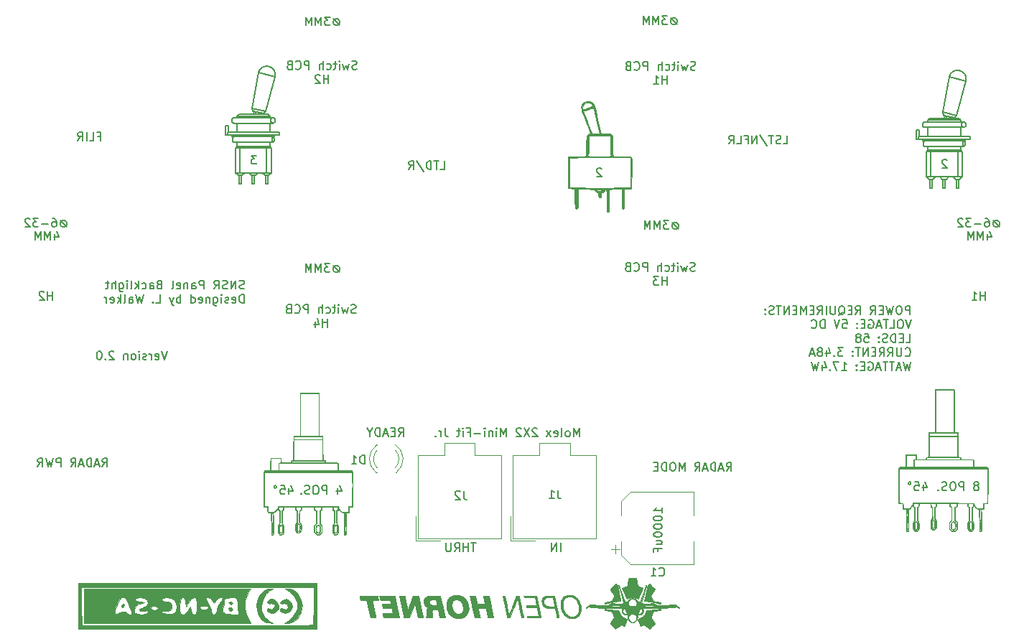
<source format=gbr>
G04 #@! TF.GenerationSoftware,KiCad,Pcbnew,(5.1.6)-1*
G04 #@! TF.CreationDate,2021-02-10T23:01:55+11:00*
G04 #@! TF.ProjectId,SNSR Panel PCB V2,534e5352-2050-4616-9e65-6c2050434220,rev?*
G04 #@! TF.SameCoordinates,Original*
G04 #@! TF.FileFunction,Legend,Bot*
G04 #@! TF.FilePolarity,Positive*
%FSLAX46Y46*%
G04 Gerber Fmt 4.6, Leading zero omitted, Abs format (unit mm)*
G04 Created by KiCad (PCBNEW (5.1.6)-1) date 2021-02-10 23:01:55*
%MOMM*%
%LPD*%
G01*
G04 APERTURE LIST*
%ADD10C,0.150000*%
%ADD11C,0.010000*%
%ADD12C,0.200000*%
%ADD13C,0.120000*%
G04 APERTURE END LIST*
D10*
X126191666Y-106560714D02*
X126191666Y-107227380D01*
X126429761Y-106179761D02*
X126667857Y-106894047D01*
X126048809Y-106894047D01*
X125191666Y-106227380D02*
X125667857Y-106227380D01*
X125715476Y-106703571D01*
X125667857Y-106655952D01*
X125572619Y-106608333D01*
X125334523Y-106608333D01*
X125239285Y-106655952D01*
X125191666Y-106703571D01*
X125144047Y-106798809D01*
X125144047Y-107036904D01*
X125191666Y-107132142D01*
X125239285Y-107179761D01*
X125334523Y-107227380D01*
X125572619Y-107227380D01*
X125667857Y-107179761D01*
X125715476Y-107132142D01*
X124572619Y-106227380D02*
X124667857Y-106275000D01*
X124715476Y-106370238D01*
X124667857Y-106465476D01*
X124572619Y-106513095D01*
X124477380Y-106465476D01*
X124429761Y-106370238D01*
X124477380Y-106275000D01*
X124572619Y-106227380D01*
X131903571Y-106560714D02*
X131903571Y-107227380D01*
X132141666Y-106179761D02*
X132379761Y-106894047D01*
X131760714Y-106894047D01*
X130617857Y-107227380D02*
X130617857Y-106227380D01*
X130236904Y-106227380D01*
X130141666Y-106275000D01*
X130094047Y-106322619D01*
X130046428Y-106417857D01*
X130046428Y-106560714D01*
X130094047Y-106655952D01*
X130141666Y-106703571D01*
X130236904Y-106751190D01*
X130617857Y-106751190D01*
X129427380Y-106227380D02*
X129236904Y-106227380D01*
X129141666Y-106275000D01*
X129046428Y-106370238D01*
X128998809Y-106560714D01*
X128998809Y-106894047D01*
X129046428Y-107084523D01*
X129141666Y-107179761D01*
X129236904Y-107227380D01*
X129427380Y-107227380D01*
X129522619Y-107179761D01*
X129617857Y-107084523D01*
X129665476Y-106894047D01*
X129665476Y-106560714D01*
X129617857Y-106370238D01*
X129522619Y-106275000D01*
X129427380Y-106227380D01*
X128617857Y-107179761D02*
X128475000Y-107227380D01*
X128236904Y-107227380D01*
X128141666Y-107179761D01*
X128094047Y-107132142D01*
X128046428Y-107036904D01*
X128046428Y-106941666D01*
X128094047Y-106846428D01*
X128141666Y-106798809D01*
X128236904Y-106751190D01*
X128427380Y-106703571D01*
X128522619Y-106655952D01*
X128570238Y-106608333D01*
X128617857Y-106513095D01*
X128617857Y-106417857D01*
X128570238Y-106322619D01*
X128522619Y-106275000D01*
X128427380Y-106227380D01*
X128189285Y-106227380D01*
X128046428Y-106275000D01*
X127617857Y-107132142D02*
X127570238Y-107179761D01*
X127617857Y-107227380D01*
X127665476Y-107179761D01*
X127617857Y-107132142D01*
X127617857Y-107227380D01*
X200966666Y-106135714D02*
X200966666Y-106802380D01*
X201204761Y-105754761D02*
X201442857Y-106469047D01*
X200823809Y-106469047D01*
X199966666Y-105802380D02*
X200442857Y-105802380D01*
X200490476Y-106278571D01*
X200442857Y-106230952D01*
X200347619Y-106183333D01*
X200109523Y-106183333D01*
X200014285Y-106230952D01*
X199966666Y-106278571D01*
X199919047Y-106373809D01*
X199919047Y-106611904D01*
X199966666Y-106707142D01*
X200014285Y-106754761D01*
X200109523Y-106802380D01*
X200347619Y-106802380D01*
X200442857Y-106754761D01*
X200490476Y-106707142D01*
X199347619Y-105802380D02*
X199442857Y-105850000D01*
X199490476Y-105945238D01*
X199442857Y-106040476D01*
X199347619Y-106088095D01*
X199252380Y-106040476D01*
X199204761Y-105945238D01*
X199252380Y-105850000D01*
X199347619Y-105802380D01*
X207314285Y-106230952D02*
X207409523Y-106183333D01*
X207457142Y-106135714D01*
X207504761Y-106040476D01*
X207504761Y-105992857D01*
X207457142Y-105897619D01*
X207409523Y-105850000D01*
X207314285Y-105802380D01*
X207123809Y-105802380D01*
X207028571Y-105850000D01*
X206980952Y-105897619D01*
X206933333Y-105992857D01*
X206933333Y-106040476D01*
X206980952Y-106135714D01*
X207028571Y-106183333D01*
X207123809Y-106230952D01*
X207314285Y-106230952D01*
X207409523Y-106278571D01*
X207457142Y-106326190D01*
X207504761Y-106421428D01*
X207504761Y-106611904D01*
X207457142Y-106707142D01*
X207409523Y-106754761D01*
X207314285Y-106802380D01*
X207123809Y-106802380D01*
X207028571Y-106754761D01*
X206980952Y-106707142D01*
X206933333Y-106611904D01*
X206933333Y-106421428D01*
X206980952Y-106326190D01*
X207028571Y-106278571D01*
X207123809Y-106230952D01*
X205742857Y-106802380D02*
X205742857Y-105802380D01*
X205361904Y-105802380D01*
X205266666Y-105850000D01*
X205219047Y-105897619D01*
X205171428Y-105992857D01*
X205171428Y-106135714D01*
X205219047Y-106230952D01*
X205266666Y-106278571D01*
X205361904Y-106326190D01*
X205742857Y-106326190D01*
X204552380Y-105802380D02*
X204361904Y-105802380D01*
X204266666Y-105850000D01*
X204171428Y-105945238D01*
X204123809Y-106135714D01*
X204123809Y-106469047D01*
X204171428Y-106659523D01*
X204266666Y-106754761D01*
X204361904Y-106802380D01*
X204552380Y-106802380D01*
X204647619Y-106754761D01*
X204742857Y-106659523D01*
X204790476Y-106469047D01*
X204790476Y-106135714D01*
X204742857Y-105945238D01*
X204647619Y-105850000D01*
X204552380Y-105802380D01*
X203742857Y-106754761D02*
X203600000Y-106802380D01*
X203361904Y-106802380D01*
X203266666Y-106754761D01*
X203219047Y-106707142D01*
X203171428Y-106611904D01*
X203171428Y-106516666D01*
X203219047Y-106421428D01*
X203266666Y-106373809D01*
X203361904Y-106326190D01*
X203552380Y-106278571D01*
X203647619Y-106230952D01*
X203695238Y-106183333D01*
X203742857Y-106088095D01*
X203742857Y-105992857D01*
X203695238Y-105897619D01*
X203647619Y-105850000D01*
X203552380Y-105802380D01*
X203314285Y-105802380D01*
X203171428Y-105850000D01*
X202742857Y-106707142D02*
X202695238Y-106754761D01*
X202742857Y-106802380D01*
X202790476Y-106754761D01*
X202742857Y-106707142D01*
X202742857Y-106802380D01*
X177759404Y-104502380D02*
X178092738Y-104026190D01*
X178330833Y-104502380D02*
X178330833Y-103502380D01*
X177949880Y-103502380D01*
X177854642Y-103550000D01*
X177807023Y-103597619D01*
X177759404Y-103692857D01*
X177759404Y-103835714D01*
X177807023Y-103930952D01*
X177854642Y-103978571D01*
X177949880Y-104026190D01*
X178330833Y-104026190D01*
X177378452Y-104216666D02*
X176902261Y-104216666D01*
X177473690Y-104502380D02*
X177140357Y-103502380D01*
X176807023Y-104502380D01*
X176473690Y-104502380D02*
X176473690Y-103502380D01*
X176235595Y-103502380D01*
X176092738Y-103550000D01*
X175997500Y-103645238D01*
X175949880Y-103740476D01*
X175902261Y-103930952D01*
X175902261Y-104073809D01*
X175949880Y-104264285D01*
X175997500Y-104359523D01*
X176092738Y-104454761D01*
X176235595Y-104502380D01*
X176473690Y-104502380D01*
X175521309Y-104216666D02*
X175045119Y-104216666D01*
X175616547Y-104502380D02*
X175283214Y-103502380D01*
X174949880Y-104502380D01*
X174045119Y-104502380D02*
X174378452Y-104026190D01*
X174616547Y-104502380D02*
X174616547Y-103502380D01*
X174235595Y-103502380D01*
X174140357Y-103550000D01*
X174092738Y-103597619D01*
X174045119Y-103692857D01*
X174045119Y-103835714D01*
X174092738Y-103930952D01*
X174140357Y-103978571D01*
X174235595Y-104026190D01*
X174616547Y-104026190D01*
X172854642Y-104502380D02*
X172854642Y-103502380D01*
X172521309Y-104216666D01*
X172187976Y-103502380D01*
X172187976Y-104502380D01*
X171521309Y-103502380D02*
X171330833Y-103502380D01*
X171235595Y-103550000D01*
X171140357Y-103645238D01*
X171092738Y-103835714D01*
X171092738Y-104169047D01*
X171140357Y-104359523D01*
X171235595Y-104454761D01*
X171330833Y-104502380D01*
X171521309Y-104502380D01*
X171616547Y-104454761D01*
X171711785Y-104359523D01*
X171759404Y-104169047D01*
X171759404Y-103835714D01*
X171711785Y-103645238D01*
X171616547Y-103550000D01*
X171521309Y-103502380D01*
X170664166Y-104502380D02*
X170664166Y-103502380D01*
X170426071Y-103502380D01*
X170283214Y-103550000D01*
X170187976Y-103645238D01*
X170140357Y-103740476D01*
X170092738Y-103930952D01*
X170092738Y-104073809D01*
X170140357Y-104264285D01*
X170187976Y-104359523D01*
X170283214Y-104454761D01*
X170426071Y-104502380D01*
X170664166Y-104502380D01*
X169664166Y-103978571D02*
X169330833Y-103978571D01*
X169187976Y-104502380D02*
X169664166Y-104502380D01*
X169664166Y-103502380D01*
X169187976Y-103502380D01*
X104175000Y-104002380D02*
X104508333Y-103526190D01*
X104746428Y-104002380D02*
X104746428Y-103002380D01*
X104365476Y-103002380D01*
X104270238Y-103050000D01*
X104222619Y-103097619D01*
X104175000Y-103192857D01*
X104175000Y-103335714D01*
X104222619Y-103430952D01*
X104270238Y-103478571D01*
X104365476Y-103526190D01*
X104746428Y-103526190D01*
X103794047Y-103716666D02*
X103317857Y-103716666D01*
X103889285Y-104002380D02*
X103555952Y-103002380D01*
X103222619Y-104002380D01*
X102889285Y-104002380D02*
X102889285Y-103002380D01*
X102651190Y-103002380D01*
X102508333Y-103050000D01*
X102413095Y-103145238D01*
X102365476Y-103240476D01*
X102317857Y-103430952D01*
X102317857Y-103573809D01*
X102365476Y-103764285D01*
X102413095Y-103859523D01*
X102508333Y-103954761D01*
X102651190Y-104002380D01*
X102889285Y-104002380D01*
X101936904Y-103716666D02*
X101460714Y-103716666D01*
X102032142Y-104002380D02*
X101698809Y-103002380D01*
X101365476Y-104002380D01*
X100460714Y-104002380D02*
X100794047Y-103526190D01*
X101032142Y-104002380D02*
X101032142Y-103002380D01*
X100651190Y-103002380D01*
X100555952Y-103050000D01*
X100508333Y-103097619D01*
X100460714Y-103192857D01*
X100460714Y-103335714D01*
X100508333Y-103430952D01*
X100555952Y-103478571D01*
X100651190Y-103526190D01*
X101032142Y-103526190D01*
X99270238Y-104002380D02*
X99270238Y-103002380D01*
X98889285Y-103002380D01*
X98794047Y-103050000D01*
X98746428Y-103097619D01*
X98698809Y-103192857D01*
X98698809Y-103335714D01*
X98746428Y-103430952D01*
X98794047Y-103478571D01*
X98889285Y-103526190D01*
X99270238Y-103526190D01*
X98365476Y-103002380D02*
X98127380Y-104002380D01*
X97936904Y-103288095D01*
X97746428Y-104002380D01*
X97508333Y-103002380D01*
X96555952Y-104002380D02*
X96889285Y-103526190D01*
X97127380Y-104002380D02*
X97127380Y-103002380D01*
X96746428Y-103002380D01*
X96651190Y-103050000D01*
X96603571Y-103097619D01*
X96555952Y-103192857D01*
X96555952Y-103335714D01*
X96603571Y-103430952D01*
X96651190Y-103478571D01*
X96746428Y-103526190D01*
X97127380Y-103526190D01*
X184462371Y-65933580D02*
X184938561Y-65933580D01*
X184938561Y-64933580D01*
X184176657Y-65885961D02*
X184033800Y-65933580D01*
X183795704Y-65933580D01*
X183700466Y-65885961D01*
X183652847Y-65838342D01*
X183605228Y-65743104D01*
X183605228Y-65647866D01*
X183652847Y-65552628D01*
X183700466Y-65505009D01*
X183795704Y-65457390D01*
X183986180Y-65409771D01*
X184081419Y-65362152D01*
X184129038Y-65314533D01*
X184176657Y-65219295D01*
X184176657Y-65124057D01*
X184129038Y-65028819D01*
X184081419Y-64981200D01*
X183986180Y-64933580D01*
X183748085Y-64933580D01*
X183605228Y-64981200D01*
X183319514Y-64933580D02*
X182748085Y-64933580D01*
X183033800Y-65933580D02*
X183033800Y-64933580D01*
X181700466Y-64885961D02*
X182557609Y-66171676D01*
X181367133Y-65933580D02*
X181367133Y-64933580D01*
X180795704Y-65933580D01*
X180795704Y-64933580D01*
X179986180Y-65409771D02*
X180319514Y-65409771D01*
X180319514Y-65933580D02*
X180319514Y-64933580D01*
X179843323Y-64933580D01*
X178986180Y-65933580D02*
X179462371Y-65933580D01*
X179462371Y-64933580D01*
X178081419Y-65933580D02*
X178414752Y-65457390D01*
X178652847Y-65933580D02*
X178652847Y-64933580D01*
X178271895Y-64933580D01*
X178176657Y-64981200D01*
X178129038Y-65028819D01*
X178081419Y-65124057D01*
X178081419Y-65266914D01*
X178129038Y-65362152D01*
X178176657Y-65409771D01*
X178271895Y-65457390D01*
X178652847Y-65457390D01*
X144038438Y-68930780D02*
X144514628Y-68930780D01*
X144514628Y-67930780D01*
X143847961Y-67930780D02*
X143276533Y-67930780D01*
X143562247Y-68930780D02*
X143562247Y-67930780D01*
X142943200Y-68930780D02*
X142943200Y-67930780D01*
X142705104Y-67930780D01*
X142562247Y-67978400D01*
X142467009Y-68073638D01*
X142419390Y-68168876D01*
X142371771Y-68359352D01*
X142371771Y-68502209D01*
X142419390Y-68692685D01*
X142467009Y-68787923D01*
X142562247Y-68883161D01*
X142705104Y-68930780D01*
X142943200Y-68930780D01*
X141228914Y-67883161D02*
X142086057Y-69168876D01*
X140324152Y-68930780D02*
X140657485Y-68454590D01*
X140895580Y-68930780D02*
X140895580Y-67930780D01*
X140514628Y-67930780D01*
X140419390Y-67978400D01*
X140371771Y-68026019D01*
X140324152Y-68121257D01*
X140324152Y-68264114D01*
X140371771Y-68359352D01*
X140419390Y-68406971D01*
X140514628Y-68454590D01*
X140895580Y-68454590D01*
X103666800Y-65028771D02*
X104000133Y-65028771D01*
X104000133Y-65552580D02*
X104000133Y-64552580D01*
X103523942Y-64552580D01*
X102666800Y-65552580D02*
X103142990Y-65552580D01*
X103142990Y-64552580D01*
X102333466Y-65552580D02*
X102333466Y-64552580D01*
X101285847Y-65552580D02*
X101619180Y-65076390D01*
X101857276Y-65552580D02*
X101857276Y-64552580D01*
X101476323Y-64552580D01*
X101381085Y-64600200D01*
X101333466Y-64647819D01*
X101285847Y-64743057D01*
X101285847Y-64885914D01*
X101333466Y-64981152D01*
X101381085Y-65028771D01*
X101476323Y-65076390D01*
X101857276Y-65076390D01*
X163035714Y-68897619D02*
X162988095Y-68850000D01*
X162892857Y-68802380D01*
X162654761Y-68802380D01*
X162559523Y-68850000D01*
X162511904Y-68897619D01*
X162464285Y-68992857D01*
X162464285Y-69088095D01*
X162511904Y-69230952D01*
X163083333Y-69802380D01*
X162464285Y-69802380D01*
X131889285Y-51201676D02*
X131698809Y-51201676D01*
X131508333Y-51296914D01*
X131413095Y-51487390D01*
X131413095Y-51677866D01*
X131508333Y-51868342D01*
X131698809Y-51963580D01*
X131889285Y-51963580D01*
X132079761Y-51868342D01*
X132175000Y-51677866D01*
X132175000Y-51487390D01*
X132079761Y-51296914D01*
X131889285Y-51201676D01*
X131413095Y-51201676D02*
X132175000Y-51963580D01*
X131032142Y-50963580D02*
X130413095Y-50963580D01*
X130746428Y-51344533D01*
X130603571Y-51344533D01*
X130508333Y-51392152D01*
X130460714Y-51439771D01*
X130413095Y-51535009D01*
X130413095Y-51773104D01*
X130460714Y-51868342D01*
X130508333Y-51915961D01*
X130603571Y-51963580D01*
X130889285Y-51963580D01*
X130984523Y-51915961D01*
X131032142Y-51868342D01*
X129984523Y-51963580D02*
X129984523Y-50963580D01*
X129651190Y-51677866D01*
X129317857Y-50963580D01*
X129317857Y-51963580D01*
X128841666Y-51963580D02*
X128841666Y-50963580D01*
X128508333Y-51677866D01*
X128175000Y-50963580D01*
X128175000Y-51963580D01*
X171818085Y-75230076D02*
X171627609Y-75230076D01*
X171437133Y-75325314D01*
X171341895Y-75515790D01*
X171341895Y-75706266D01*
X171437133Y-75896742D01*
X171627609Y-75991980D01*
X171818085Y-75991980D01*
X172008561Y-75896742D01*
X172103800Y-75706266D01*
X172103800Y-75515790D01*
X172008561Y-75325314D01*
X171818085Y-75230076D01*
X171341895Y-75230076D02*
X172103800Y-75991980D01*
X170960942Y-74991980D02*
X170341895Y-74991980D01*
X170675228Y-75372933D01*
X170532371Y-75372933D01*
X170437133Y-75420552D01*
X170389514Y-75468171D01*
X170341895Y-75563409D01*
X170341895Y-75801504D01*
X170389514Y-75896742D01*
X170437133Y-75944361D01*
X170532371Y-75991980D01*
X170818085Y-75991980D01*
X170913323Y-75944361D01*
X170960942Y-75896742D01*
X169913323Y-75991980D02*
X169913323Y-74991980D01*
X169579990Y-75706266D01*
X169246657Y-74991980D01*
X169246657Y-75991980D01*
X168770466Y-75991980D02*
X168770466Y-74991980D01*
X168437133Y-75706266D01*
X168103800Y-74991980D01*
X168103800Y-75991980D01*
X131863885Y-80284676D02*
X131673409Y-80284676D01*
X131482933Y-80379914D01*
X131387695Y-80570390D01*
X131387695Y-80760866D01*
X131482933Y-80951342D01*
X131673409Y-81046580D01*
X131863885Y-81046580D01*
X132054361Y-80951342D01*
X132149600Y-80760866D01*
X132149600Y-80570390D01*
X132054361Y-80379914D01*
X131863885Y-80284676D01*
X131387695Y-80284676D02*
X132149600Y-81046580D01*
X131006742Y-80046580D02*
X130387695Y-80046580D01*
X130721028Y-80427533D01*
X130578171Y-80427533D01*
X130482933Y-80475152D01*
X130435314Y-80522771D01*
X130387695Y-80618009D01*
X130387695Y-80856104D01*
X130435314Y-80951342D01*
X130482933Y-80998961D01*
X130578171Y-81046580D01*
X130863885Y-81046580D01*
X130959123Y-80998961D01*
X131006742Y-80951342D01*
X129959123Y-81046580D02*
X129959123Y-80046580D01*
X129625790Y-80760866D01*
X129292457Y-80046580D01*
X129292457Y-81046580D01*
X128816266Y-81046580D02*
X128816266Y-80046580D01*
X128482933Y-80760866D01*
X128149600Y-80046580D01*
X128149600Y-81046580D01*
X171665685Y-51100076D02*
X171475209Y-51100076D01*
X171284733Y-51195314D01*
X171189495Y-51385790D01*
X171189495Y-51576266D01*
X171284733Y-51766742D01*
X171475209Y-51861980D01*
X171665685Y-51861980D01*
X171856161Y-51766742D01*
X171951400Y-51576266D01*
X171951400Y-51385790D01*
X171856161Y-51195314D01*
X171665685Y-51100076D01*
X171189495Y-51100076D02*
X171951400Y-51861980D01*
X170808542Y-50861980D02*
X170189495Y-50861980D01*
X170522828Y-51242933D01*
X170379971Y-51242933D01*
X170284733Y-51290552D01*
X170237114Y-51338171D01*
X170189495Y-51433409D01*
X170189495Y-51671504D01*
X170237114Y-51766742D01*
X170284733Y-51814361D01*
X170379971Y-51861980D01*
X170665685Y-51861980D01*
X170760923Y-51814361D01*
X170808542Y-51766742D01*
X169760923Y-51861980D02*
X169760923Y-50861980D01*
X169427590Y-51576266D01*
X169094257Y-50861980D01*
X169094257Y-51861980D01*
X168618066Y-51861980D02*
X168618066Y-50861980D01*
X168284733Y-51576266D01*
X167951400Y-50861980D01*
X167951400Y-51861980D01*
X134067038Y-85838161D02*
X133924180Y-85885780D01*
X133686085Y-85885780D01*
X133590847Y-85838161D01*
X133543228Y-85790542D01*
X133495609Y-85695304D01*
X133495609Y-85600066D01*
X133543228Y-85504828D01*
X133590847Y-85457209D01*
X133686085Y-85409590D01*
X133876561Y-85361971D01*
X133971800Y-85314352D01*
X134019419Y-85266733D01*
X134067038Y-85171495D01*
X134067038Y-85076257D01*
X134019419Y-84981019D01*
X133971800Y-84933400D01*
X133876561Y-84885780D01*
X133638466Y-84885780D01*
X133495609Y-84933400D01*
X133162276Y-85219114D02*
X132971800Y-85885780D01*
X132781323Y-85409590D01*
X132590847Y-85885780D01*
X132400371Y-85219114D01*
X132019419Y-85885780D02*
X132019419Y-85219114D01*
X132019419Y-84885780D02*
X132067038Y-84933400D01*
X132019419Y-84981019D01*
X131971800Y-84933400D01*
X132019419Y-84885780D01*
X132019419Y-84981019D01*
X131686085Y-85219114D02*
X131305133Y-85219114D01*
X131543228Y-84885780D02*
X131543228Y-85742923D01*
X131495609Y-85838161D01*
X131400371Y-85885780D01*
X131305133Y-85885780D01*
X130543228Y-85838161D02*
X130638466Y-85885780D01*
X130828942Y-85885780D01*
X130924180Y-85838161D01*
X130971800Y-85790542D01*
X131019419Y-85695304D01*
X131019419Y-85409590D01*
X130971800Y-85314352D01*
X130924180Y-85266733D01*
X130828942Y-85219114D01*
X130638466Y-85219114D01*
X130543228Y-85266733D01*
X130114657Y-85885780D02*
X130114657Y-84885780D01*
X129686085Y-85885780D02*
X129686085Y-85361971D01*
X129733704Y-85266733D01*
X129828942Y-85219114D01*
X129971800Y-85219114D01*
X130067038Y-85266733D01*
X130114657Y-85314352D01*
X128447990Y-85885780D02*
X128447990Y-84885780D01*
X128067038Y-84885780D01*
X127971800Y-84933400D01*
X127924180Y-84981019D01*
X127876561Y-85076257D01*
X127876561Y-85219114D01*
X127924180Y-85314352D01*
X127971800Y-85361971D01*
X128067038Y-85409590D01*
X128447990Y-85409590D01*
X126876561Y-85790542D02*
X126924180Y-85838161D01*
X127067038Y-85885780D01*
X127162276Y-85885780D01*
X127305133Y-85838161D01*
X127400371Y-85742923D01*
X127447990Y-85647685D01*
X127495609Y-85457209D01*
X127495609Y-85314352D01*
X127447990Y-85123876D01*
X127400371Y-85028638D01*
X127305133Y-84933400D01*
X127162276Y-84885780D01*
X127067038Y-84885780D01*
X126924180Y-84933400D01*
X126876561Y-84981019D01*
X126114657Y-85361971D02*
X125971800Y-85409590D01*
X125924180Y-85457209D01*
X125876561Y-85552447D01*
X125876561Y-85695304D01*
X125924180Y-85790542D01*
X125971800Y-85838161D01*
X126067038Y-85885780D01*
X126447990Y-85885780D01*
X126447990Y-84885780D01*
X126114657Y-84885780D01*
X126019419Y-84933400D01*
X125971800Y-84981019D01*
X125924180Y-85076257D01*
X125924180Y-85171495D01*
X125971800Y-85266733D01*
X126019419Y-85314352D01*
X126114657Y-85361971D01*
X126447990Y-85361971D01*
X130733704Y-87535780D02*
X130733704Y-86535780D01*
X130733704Y-87011971D02*
X130162276Y-87011971D01*
X130162276Y-87535780D02*
X130162276Y-86535780D01*
X129257514Y-86869114D02*
X129257514Y-87535780D01*
X129495609Y-86488161D02*
X129733704Y-87202447D01*
X129114657Y-87202447D01*
X174072038Y-80885161D02*
X173929180Y-80932780D01*
X173691085Y-80932780D01*
X173595847Y-80885161D01*
X173548228Y-80837542D01*
X173500609Y-80742304D01*
X173500609Y-80647066D01*
X173548228Y-80551828D01*
X173595847Y-80504209D01*
X173691085Y-80456590D01*
X173881561Y-80408971D01*
X173976800Y-80361352D01*
X174024419Y-80313733D01*
X174072038Y-80218495D01*
X174072038Y-80123257D01*
X174024419Y-80028019D01*
X173976800Y-79980400D01*
X173881561Y-79932780D01*
X173643466Y-79932780D01*
X173500609Y-79980400D01*
X173167276Y-80266114D02*
X172976800Y-80932780D01*
X172786323Y-80456590D01*
X172595847Y-80932780D01*
X172405371Y-80266114D01*
X172024419Y-80932780D02*
X172024419Y-80266114D01*
X172024419Y-79932780D02*
X172072038Y-79980400D01*
X172024419Y-80028019D01*
X171976800Y-79980400D01*
X172024419Y-79932780D01*
X172024419Y-80028019D01*
X171691085Y-80266114D02*
X171310133Y-80266114D01*
X171548228Y-79932780D02*
X171548228Y-80789923D01*
X171500609Y-80885161D01*
X171405371Y-80932780D01*
X171310133Y-80932780D01*
X170548228Y-80885161D02*
X170643466Y-80932780D01*
X170833942Y-80932780D01*
X170929180Y-80885161D01*
X170976800Y-80837542D01*
X171024419Y-80742304D01*
X171024419Y-80456590D01*
X170976800Y-80361352D01*
X170929180Y-80313733D01*
X170833942Y-80266114D01*
X170643466Y-80266114D01*
X170548228Y-80313733D01*
X170119657Y-80932780D02*
X170119657Y-79932780D01*
X169691085Y-80932780D02*
X169691085Y-80408971D01*
X169738704Y-80313733D01*
X169833942Y-80266114D01*
X169976800Y-80266114D01*
X170072038Y-80313733D01*
X170119657Y-80361352D01*
X168452990Y-80932780D02*
X168452990Y-79932780D01*
X168072038Y-79932780D01*
X167976800Y-79980400D01*
X167929180Y-80028019D01*
X167881561Y-80123257D01*
X167881561Y-80266114D01*
X167929180Y-80361352D01*
X167976800Y-80408971D01*
X168072038Y-80456590D01*
X168452990Y-80456590D01*
X166881561Y-80837542D02*
X166929180Y-80885161D01*
X167072038Y-80932780D01*
X167167276Y-80932780D01*
X167310133Y-80885161D01*
X167405371Y-80789923D01*
X167452990Y-80694685D01*
X167500609Y-80504209D01*
X167500609Y-80361352D01*
X167452990Y-80170876D01*
X167405371Y-80075638D01*
X167310133Y-79980400D01*
X167167276Y-79932780D01*
X167072038Y-79932780D01*
X166929180Y-79980400D01*
X166881561Y-80028019D01*
X166119657Y-80408971D02*
X165976800Y-80456590D01*
X165929180Y-80504209D01*
X165881561Y-80599447D01*
X165881561Y-80742304D01*
X165929180Y-80837542D01*
X165976800Y-80885161D01*
X166072038Y-80932780D01*
X166452990Y-80932780D01*
X166452990Y-79932780D01*
X166119657Y-79932780D01*
X166024419Y-79980400D01*
X165976800Y-80028019D01*
X165929180Y-80123257D01*
X165929180Y-80218495D01*
X165976800Y-80313733D01*
X166024419Y-80361352D01*
X166119657Y-80408971D01*
X166452990Y-80408971D01*
X170738704Y-82582780D02*
X170738704Y-81582780D01*
X170738704Y-82058971D02*
X170167276Y-82058971D01*
X170167276Y-82582780D02*
X170167276Y-81582780D01*
X169786323Y-81582780D02*
X169167276Y-81582780D01*
X169500609Y-81963733D01*
X169357752Y-81963733D01*
X169262514Y-82011352D01*
X169214895Y-82058971D01*
X169167276Y-82154209D01*
X169167276Y-82392304D01*
X169214895Y-82487542D01*
X169262514Y-82535161D01*
X169357752Y-82582780D01*
X169643466Y-82582780D01*
X169738704Y-82535161D01*
X169786323Y-82487542D01*
X134168638Y-57085361D02*
X134025780Y-57132980D01*
X133787685Y-57132980D01*
X133692447Y-57085361D01*
X133644828Y-57037742D01*
X133597209Y-56942504D01*
X133597209Y-56847266D01*
X133644828Y-56752028D01*
X133692447Y-56704409D01*
X133787685Y-56656790D01*
X133978161Y-56609171D01*
X134073400Y-56561552D01*
X134121019Y-56513933D01*
X134168638Y-56418695D01*
X134168638Y-56323457D01*
X134121019Y-56228219D01*
X134073400Y-56180600D01*
X133978161Y-56132980D01*
X133740066Y-56132980D01*
X133597209Y-56180600D01*
X133263876Y-56466314D02*
X133073400Y-57132980D01*
X132882923Y-56656790D01*
X132692447Y-57132980D01*
X132501971Y-56466314D01*
X132121019Y-57132980D02*
X132121019Y-56466314D01*
X132121019Y-56132980D02*
X132168638Y-56180600D01*
X132121019Y-56228219D01*
X132073400Y-56180600D01*
X132121019Y-56132980D01*
X132121019Y-56228219D01*
X131787685Y-56466314D02*
X131406733Y-56466314D01*
X131644828Y-56132980D02*
X131644828Y-56990123D01*
X131597209Y-57085361D01*
X131501971Y-57132980D01*
X131406733Y-57132980D01*
X130644828Y-57085361D02*
X130740066Y-57132980D01*
X130930542Y-57132980D01*
X131025780Y-57085361D01*
X131073400Y-57037742D01*
X131121019Y-56942504D01*
X131121019Y-56656790D01*
X131073400Y-56561552D01*
X131025780Y-56513933D01*
X130930542Y-56466314D01*
X130740066Y-56466314D01*
X130644828Y-56513933D01*
X130216257Y-57132980D02*
X130216257Y-56132980D01*
X129787685Y-57132980D02*
X129787685Y-56609171D01*
X129835304Y-56513933D01*
X129930542Y-56466314D01*
X130073400Y-56466314D01*
X130168638Y-56513933D01*
X130216257Y-56561552D01*
X128549590Y-57132980D02*
X128549590Y-56132980D01*
X128168638Y-56132980D01*
X128073400Y-56180600D01*
X128025780Y-56228219D01*
X127978161Y-56323457D01*
X127978161Y-56466314D01*
X128025780Y-56561552D01*
X128073400Y-56609171D01*
X128168638Y-56656790D01*
X128549590Y-56656790D01*
X126978161Y-57037742D02*
X127025780Y-57085361D01*
X127168638Y-57132980D01*
X127263876Y-57132980D01*
X127406733Y-57085361D01*
X127501971Y-56990123D01*
X127549590Y-56894885D01*
X127597209Y-56704409D01*
X127597209Y-56561552D01*
X127549590Y-56371076D01*
X127501971Y-56275838D01*
X127406733Y-56180600D01*
X127263876Y-56132980D01*
X127168638Y-56132980D01*
X127025780Y-56180600D01*
X126978161Y-56228219D01*
X126216257Y-56609171D02*
X126073400Y-56656790D01*
X126025780Y-56704409D01*
X125978161Y-56799647D01*
X125978161Y-56942504D01*
X126025780Y-57037742D01*
X126073400Y-57085361D01*
X126168638Y-57132980D01*
X126549590Y-57132980D01*
X126549590Y-56132980D01*
X126216257Y-56132980D01*
X126121019Y-56180600D01*
X126073400Y-56228219D01*
X126025780Y-56323457D01*
X126025780Y-56418695D01*
X126073400Y-56513933D01*
X126121019Y-56561552D01*
X126216257Y-56609171D01*
X126549590Y-56609171D01*
X130835304Y-58782980D02*
X130835304Y-57782980D01*
X130835304Y-58259171D02*
X130263876Y-58259171D01*
X130263876Y-58782980D02*
X130263876Y-57782980D01*
X129835304Y-57878219D02*
X129787685Y-57830600D01*
X129692447Y-57782980D01*
X129454352Y-57782980D01*
X129359114Y-57830600D01*
X129311495Y-57878219D01*
X129263876Y-57973457D01*
X129263876Y-58068695D01*
X129311495Y-58211552D01*
X129882923Y-58782980D01*
X129263876Y-58782980D01*
X174097438Y-57186961D02*
X173954580Y-57234580D01*
X173716485Y-57234580D01*
X173621247Y-57186961D01*
X173573628Y-57139342D01*
X173526009Y-57044104D01*
X173526009Y-56948866D01*
X173573628Y-56853628D01*
X173621247Y-56806009D01*
X173716485Y-56758390D01*
X173906961Y-56710771D01*
X174002200Y-56663152D01*
X174049819Y-56615533D01*
X174097438Y-56520295D01*
X174097438Y-56425057D01*
X174049819Y-56329819D01*
X174002200Y-56282200D01*
X173906961Y-56234580D01*
X173668866Y-56234580D01*
X173526009Y-56282200D01*
X173192676Y-56567914D02*
X173002200Y-57234580D01*
X172811723Y-56758390D01*
X172621247Y-57234580D01*
X172430771Y-56567914D01*
X172049819Y-57234580D02*
X172049819Y-56567914D01*
X172049819Y-56234580D02*
X172097438Y-56282200D01*
X172049819Y-56329819D01*
X172002200Y-56282200D01*
X172049819Y-56234580D01*
X172049819Y-56329819D01*
X171716485Y-56567914D02*
X171335533Y-56567914D01*
X171573628Y-56234580D02*
X171573628Y-57091723D01*
X171526009Y-57186961D01*
X171430771Y-57234580D01*
X171335533Y-57234580D01*
X170573628Y-57186961D02*
X170668866Y-57234580D01*
X170859342Y-57234580D01*
X170954580Y-57186961D01*
X171002200Y-57139342D01*
X171049819Y-57044104D01*
X171049819Y-56758390D01*
X171002200Y-56663152D01*
X170954580Y-56615533D01*
X170859342Y-56567914D01*
X170668866Y-56567914D01*
X170573628Y-56615533D01*
X170145057Y-57234580D02*
X170145057Y-56234580D01*
X169716485Y-57234580D02*
X169716485Y-56710771D01*
X169764104Y-56615533D01*
X169859342Y-56567914D01*
X170002200Y-56567914D01*
X170097438Y-56615533D01*
X170145057Y-56663152D01*
X168478390Y-57234580D02*
X168478390Y-56234580D01*
X168097438Y-56234580D01*
X168002200Y-56282200D01*
X167954580Y-56329819D01*
X167906961Y-56425057D01*
X167906961Y-56567914D01*
X167954580Y-56663152D01*
X168002200Y-56710771D01*
X168097438Y-56758390D01*
X168478390Y-56758390D01*
X166906961Y-57139342D02*
X166954580Y-57186961D01*
X167097438Y-57234580D01*
X167192676Y-57234580D01*
X167335533Y-57186961D01*
X167430771Y-57091723D01*
X167478390Y-56996485D01*
X167526009Y-56806009D01*
X167526009Y-56663152D01*
X167478390Y-56472676D01*
X167430771Y-56377438D01*
X167335533Y-56282200D01*
X167192676Y-56234580D01*
X167097438Y-56234580D01*
X166954580Y-56282200D01*
X166906961Y-56329819D01*
X166145057Y-56710771D02*
X166002200Y-56758390D01*
X165954580Y-56806009D01*
X165906961Y-56901247D01*
X165906961Y-57044104D01*
X165954580Y-57139342D01*
X166002200Y-57186961D01*
X166097438Y-57234580D01*
X166478390Y-57234580D01*
X166478390Y-56234580D01*
X166145057Y-56234580D01*
X166049819Y-56282200D01*
X166002200Y-56329819D01*
X165954580Y-56425057D01*
X165954580Y-56520295D01*
X166002200Y-56615533D01*
X166049819Y-56663152D01*
X166145057Y-56710771D01*
X166478390Y-56710771D01*
X170764104Y-58884580D02*
X170764104Y-57884580D01*
X170764104Y-58360771D02*
X170192676Y-58360771D01*
X170192676Y-58884580D02*
X170192676Y-57884580D01*
X169192676Y-58884580D02*
X169764104Y-58884580D01*
X169478390Y-58884580D02*
X169478390Y-57884580D01*
X169573628Y-58027438D01*
X169668866Y-58122676D01*
X169764104Y-58170295D01*
X160402380Y-100452380D02*
X160402380Y-99452380D01*
X160069047Y-100166666D01*
X159735714Y-99452380D01*
X159735714Y-100452380D01*
X159116666Y-100452380D02*
X159211904Y-100404761D01*
X159259523Y-100357142D01*
X159307142Y-100261904D01*
X159307142Y-99976190D01*
X159259523Y-99880952D01*
X159211904Y-99833333D01*
X159116666Y-99785714D01*
X158973809Y-99785714D01*
X158878571Y-99833333D01*
X158830952Y-99880952D01*
X158783333Y-99976190D01*
X158783333Y-100261904D01*
X158830952Y-100357142D01*
X158878571Y-100404761D01*
X158973809Y-100452380D01*
X159116666Y-100452380D01*
X158211904Y-100452380D02*
X158307142Y-100404761D01*
X158354761Y-100309523D01*
X158354761Y-99452380D01*
X157450000Y-100404761D02*
X157545238Y-100452380D01*
X157735714Y-100452380D01*
X157830952Y-100404761D01*
X157878571Y-100309523D01*
X157878571Y-99928571D01*
X157830952Y-99833333D01*
X157735714Y-99785714D01*
X157545238Y-99785714D01*
X157450000Y-99833333D01*
X157402380Y-99928571D01*
X157402380Y-100023809D01*
X157878571Y-100119047D01*
X157069047Y-100452380D02*
X156545238Y-99785714D01*
X157069047Y-99785714D02*
X156545238Y-100452380D01*
X155450000Y-99547619D02*
X155402380Y-99500000D01*
X155307142Y-99452380D01*
X155069047Y-99452380D01*
X154973809Y-99500000D01*
X154926190Y-99547619D01*
X154878571Y-99642857D01*
X154878571Y-99738095D01*
X154926190Y-99880952D01*
X155497619Y-100452380D01*
X154878571Y-100452380D01*
X154545238Y-99452380D02*
X153878571Y-100452380D01*
X153878571Y-99452380D02*
X154545238Y-100452380D01*
X153545238Y-99547619D02*
X153497619Y-99500000D01*
X153402380Y-99452380D01*
X153164285Y-99452380D01*
X153069047Y-99500000D01*
X153021428Y-99547619D01*
X152973809Y-99642857D01*
X152973809Y-99738095D01*
X153021428Y-99880952D01*
X153592857Y-100452380D01*
X152973809Y-100452380D01*
X151783333Y-100452380D02*
X151783333Y-99452380D01*
X151450000Y-100166666D01*
X151116666Y-99452380D01*
X151116666Y-100452380D01*
X150640476Y-100452380D02*
X150640476Y-99785714D01*
X150640476Y-99452380D02*
X150688095Y-99500000D01*
X150640476Y-99547619D01*
X150592857Y-99500000D01*
X150640476Y-99452380D01*
X150640476Y-99547619D01*
X150164285Y-99785714D02*
X150164285Y-100452380D01*
X150164285Y-99880952D02*
X150116666Y-99833333D01*
X150021428Y-99785714D01*
X149878571Y-99785714D01*
X149783333Y-99833333D01*
X149735714Y-99928571D01*
X149735714Y-100452380D01*
X149259523Y-100452380D02*
X149259523Y-99785714D01*
X149259523Y-99452380D02*
X149307142Y-99500000D01*
X149259523Y-99547619D01*
X149211904Y-99500000D01*
X149259523Y-99452380D01*
X149259523Y-99547619D01*
X148783333Y-100071428D02*
X148021428Y-100071428D01*
X147211904Y-99928571D02*
X147545238Y-99928571D01*
X147545238Y-100452380D02*
X147545238Y-99452380D01*
X147069047Y-99452380D01*
X146688095Y-100452380D02*
X146688095Y-99785714D01*
X146688095Y-99452380D02*
X146735714Y-99500000D01*
X146688095Y-99547619D01*
X146640476Y-99500000D01*
X146688095Y-99452380D01*
X146688095Y-99547619D01*
X146354761Y-99785714D02*
X145973809Y-99785714D01*
X146211904Y-99452380D02*
X146211904Y-100309523D01*
X146164285Y-100404761D01*
X146069047Y-100452380D01*
X145973809Y-100452380D01*
X144592857Y-99452380D02*
X144592857Y-100166666D01*
X144640476Y-100309523D01*
X144735714Y-100404761D01*
X144878571Y-100452380D01*
X144973809Y-100452380D01*
X144116666Y-100452380D02*
X144116666Y-99785714D01*
X144116666Y-99976190D02*
X144069047Y-99880952D01*
X144021428Y-99833333D01*
X143926190Y-99785714D01*
X143830952Y-99785714D01*
X143497619Y-100357142D02*
X143450000Y-100404761D01*
X143497619Y-100452380D01*
X143545238Y-100404761D01*
X143497619Y-100357142D01*
X143497619Y-100452380D01*
X170177380Y-109426190D02*
X170177380Y-108854761D01*
X170177380Y-109140476D02*
X169177380Y-109140476D01*
X169320238Y-109045238D01*
X169415476Y-108950000D01*
X169463095Y-108854761D01*
X169177380Y-110045238D02*
X169177380Y-110140476D01*
X169225000Y-110235714D01*
X169272619Y-110283333D01*
X169367857Y-110330952D01*
X169558333Y-110378571D01*
X169796428Y-110378571D01*
X169986904Y-110330952D01*
X170082142Y-110283333D01*
X170129761Y-110235714D01*
X170177380Y-110140476D01*
X170177380Y-110045238D01*
X170129761Y-109950000D01*
X170082142Y-109902380D01*
X169986904Y-109854761D01*
X169796428Y-109807142D01*
X169558333Y-109807142D01*
X169367857Y-109854761D01*
X169272619Y-109902380D01*
X169225000Y-109950000D01*
X169177380Y-110045238D01*
X169177380Y-110997619D02*
X169177380Y-111092857D01*
X169225000Y-111188095D01*
X169272619Y-111235714D01*
X169367857Y-111283333D01*
X169558333Y-111330952D01*
X169796428Y-111330952D01*
X169986904Y-111283333D01*
X170082142Y-111235714D01*
X170129761Y-111188095D01*
X170177380Y-111092857D01*
X170177380Y-110997619D01*
X170129761Y-110902380D01*
X170082142Y-110854761D01*
X169986904Y-110807142D01*
X169796428Y-110759523D01*
X169558333Y-110759523D01*
X169367857Y-110807142D01*
X169272619Y-110854761D01*
X169225000Y-110902380D01*
X169177380Y-110997619D01*
X169177380Y-111950000D02*
X169177380Y-112045238D01*
X169225000Y-112140476D01*
X169272619Y-112188095D01*
X169367857Y-112235714D01*
X169558333Y-112283333D01*
X169796428Y-112283333D01*
X169986904Y-112235714D01*
X170082142Y-112188095D01*
X170129761Y-112140476D01*
X170177380Y-112045238D01*
X170177380Y-111950000D01*
X170129761Y-111854761D01*
X170082142Y-111807142D01*
X169986904Y-111759523D01*
X169796428Y-111711904D01*
X169558333Y-111711904D01*
X169367857Y-111759523D01*
X169272619Y-111807142D01*
X169225000Y-111854761D01*
X169177380Y-111950000D01*
X169510714Y-113140476D02*
X170177380Y-113140476D01*
X169510714Y-112711904D02*
X170034523Y-112711904D01*
X170129761Y-112759523D01*
X170177380Y-112854761D01*
X170177380Y-112997619D01*
X170129761Y-113092857D01*
X170082142Y-113140476D01*
X169653571Y-113950000D02*
X169653571Y-113616666D01*
X170177380Y-113616666D02*
X169177380Y-113616666D01*
X169177380Y-114092857D01*
X139100000Y-100402380D02*
X139433333Y-99926190D01*
X139671428Y-100402380D02*
X139671428Y-99402380D01*
X139290476Y-99402380D01*
X139195238Y-99450000D01*
X139147619Y-99497619D01*
X139100000Y-99592857D01*
X139100000Y-99735714D01*
X139147619Y-99830952D01*
X139195238Y-99878571D01*
X139290476Y-99926190D01*
X139671428Y-99926190D01*
X138671428Y-99878571D02*
X138338095Y-99878571D01*
X138195238Y-100402380D02*
X138671428Y-100402380D01*
X138671428Y-99402380D01*
X138195238Y-99402380D01*
X137814285Y-100116666D02*
X137338095Y-100116666D01*
X137909523Y-100402380D02*
X137576190Y-99402380D01*
X137242857Y-100402380D01*
X136909523Y-100402380D02*
X136909523Y-99402380D01*
X136671428Y-99402380D01*
X136528571Y-99450000D01*
X136433333Y-99545238D01*
X136385714Y-99640476D01*
X136338095Y-99830952D01*
X136338095Y-99973809D01*
X136385714Y-100164285D01*
X136433333Y-100259523D01*
X136528571Y-100354761D01*
X136671428Y-100402380D01*
X136909523Y-100402380D01*
X135719047Y-99926190D02*
X135719047Y-100402380D01*
X136052380Y-99402380D02*
X135719047Y-99926190D01*
X135385714Y-99402380D01*
X148233333Y-113002380D02*
X147661904Y-113002380D01*
X147947619Y-114002380D02*
X147947619Y-113002380D01*
X147328571Y-114002380D02*
X147328571Y-113002380D01*
X147328571Y-113478571D02*
X146757142Y-113478571D01*
X146757142Y-114002380D02*
X146757142Y-113002380D01*
X145709523Y-114002380D02*
X146042857Y-113526190D01*
X146280952Y-114002380D02*
X146280952Y-113002380D01*
X145900000Y-113002380D01*
X145804761Y-113050000D01*
X145757142Y-113097619D01*
X145709523Y-113192857D01*
X145709523Y-113335714D01*
X145757142Y-113430952D01*
X145804761Y-113478571D01*
X145900000Y-113526190D01*
X146280952Y-113526190D01*
X145280952Y-113002380D02*
X145280952Y-113811904D01*
X145233333Y-113907142D01*
X145185714Y-113954761D01*
X145090476Y-114002380D01*
X144900000Y-114002380D01*
X144804761Y-113954761D01*
X144757142Y-113907142D01*
X144709523Y-113811904D01*
X144709523Y-113002380D01*
X158223809Y-113952380D02*
X158223809Y-112952380D01*
X157747619Y-113952380D02*
X157747619Y-112952380D01*
X157176190Y-113952380D01*
X157176190Y-112952380D01*
X111810276Y-90358980D02*
X111476942Y-91358980D01*
X111143609Y-90358980D01*
X110429323Y-91311361D02*
X110524561Y-91358980D01*
X110715038Y-91358980D01*
X110810276Y-91311361D01*
X110857895Y-91216123D01*
X110857895Y-90835171D01*
X110810276Y-90739933D01*
X110715038Y-90692314D01*
X110524561Y-90692314D01*
X110429323Y-90739933D01*
X110381704Y-90835171D01*
X110381704Y-90930409D01*
X110857895Y-91025647D01*
X109953133Y-91358980D02*
X109953133Y-90692314D01*
X109953133Y-90882790D02*
X109905514Y-90787552D01*
X109857895Y-90739933D01*
X109762657Y-90692314D01*
X109667419Y-90692314D01*
X109381704Y-91311361D02*
X109286466Y-91358980D01*
X109095990Y-91358980D01*
X109000752Y-91311361D01*
X108953133Y-91216123D01*
X108953133Y-91168504D01*
X109000752Y-91073266D01*
X109095990Y-91025647D01*
X109238847Y-91025647D01*
X109334085Y-90978028D01*
X109381704Y-90882790D01*
X109381704Y-90835171D01*
X109334085Y-90739933D01*
X109238847Y-90692314D01*
X109095990Y-90692314D01*
X109000752Y-90739933D01*
X108524561Y-91358980D02*
X108524561Y-90692314D01*
X108524561Y-90358980D02*
X108572180Y-90406600D01*
X108524561Y-90454219D01*
X108476942Y-90406600D01*
X108524561Y-90358980D01*
X108524561Y-90454219D01*
X107905514Y-91358980D02*
X108000752Y-91311361D01*
X108048371Y-91263742D01*
X108095990Y-91168504D01*
X108095990Y-90882790D01*
X108048371Y-90787552D01*
X108000752Y-90739933D01*
X107905514Y-90692314D01*
X107762657Y-90692314D01*
X107667419Y-90739933D01*
X107619800Y-90787552D01*
X107572180Y-90882790D01*
X107572180Y-91168504D01*
X107619800Y-91263742D01*
X107667419Y-91311361D01*
X107762657Y-91358980D01*
X107905514Y-91358980D01*
X107143609Y-90692314D02*
X107143609Y-91358980D01*
X107143609Y-90787552D02*
X107095990Y-90739933D01*
X107000752Y-90692314D01*
X106857895Y-90692314D01*
X106762657Y-90739933D01*
X106715038Y-90835171D01*
X106715038Y-91358980D01*
X105524561Y-90454219D02*
X105476942Y-90406600D01*
X105381704Y-90358980D01*
X105143609Y-90358980D01*
X105048371Y-90406600D01*
X105000752Y-90454219D01*
X104953133Y-90549457D01*
X104953133Y-90644695D01*
X105000752Y-90787552D01*
X105572180Y-91358980D01*
X104953133Y-91358980D01*
X104524561Y-91263742D02*
X104476942Y-91311361D01*
X104524561Y-91358980D01*
X104572180Y-91311361D01*
X104524561Y-91263742D01*
X104524561Y-91358980D01*
X103857895Y-90358980D02*
X103762657Y-90358980D01*
X103667419Y-90406600D01*
X103619800Y-90454219D01*
X103572180Y-90549457D01*
X103524561Y-90739933D01*
X103524561Y-90978028D01*
X103572180Y-91168504D01*
X103619800Y-91263742D01*
X103667419Y-91311361D01*
X103762657Y-91358980D01*
X103857895Y-91358980D01*
X103953133Y-91311361D01*
X104000752Y-91263742D01*
X104048371Y-91168504D01*
X104095990Y-90978028D01*
X104095990Y-90739933D01*
X104048371Y-90549457D01*
X104000752Y-90454219D01*
X103953133Y-90406600D01*
X103857895Y-90358980D01*
X199410004Y-86026980D02*
X199410004Y-85026980D01*
X199029052Y-85026980D01*
X198933814Y-85074600D01*
X198886195Y-85122219D01*
X198838576Y-85217457D01*
X198838576Y-85360314D01*
X198886195Y-85455552D01*
X198933814Y-85503171D01*
X199029052Y-85550790D01*
X199410004Y-85550790D01*
X198219528Y-85026980D02*
X198029052Y-85026980D01*
X197933814Y-85074600D01*
X197838576Y-85169838D01*
X197790957Y-85360314D01*
X197790957Y-85693647D01*
X197838576Y-85884123D01*
X197933814Y-85979361D01*
X198029052Y-86026980D01*
X198219528Y-86026980D01*
X198314766Y-85979361D01*
X198410004Y-85884123D01*
X198457623Y-85693647D01*
X198457623Y-85360314D01*
X198410004Y-85169838D01*
X198314766Y-85074600D01*
X198219528Y-85026980D01*
X197457623Y-85026980D02*
X197219528Y-86026980D01*
X197029052Y-85312695D01*
X196838576Y-86026980D01*
X196600480Y-85026980D01*
X196219528Y-85503171D02*
X195886195Y-85503171D01*
X195743338Y-86026980D02*
X196219528Y-86026980D01*
X196219528Y-85026980D01*
X195743338Y-85026980D01*
X194743338Y-86026980D02*
X195076671Y-85550790D01*
X195314766Y-86026980D02*
X195314766Y-85026980D01*
X194933814Y-85026980D01*
X194838576Y-85074600D01*
X194790957Y-85122219D01*
X194743338Y-85217457D01*
X194743338Y-85360314D01*
X194790957Y-85455552D01*
X194838576Y-85503171D01*
X194933814Y-85550790D01*
X195314766Y-85550790D01*
X192981433Y-86026980D02*
X193314766Y-85550790D01*
X193552861Y-86026980D02*
X193552861Y-85026980D01*
X193171909Y-85026980D01*
X193076671Y-85074600D01*
X193029052Y-85122219D01*
X192981433Y-85217457D01*
X192981433Y-85360314D01*
X193029052Y-85455552D01*
X193076671Y-85503171D01*
X193171909Y-85550790D01*
X193552861Y-85550790D01*
X192552861Y-85503171D02*
X192219528Y-85503171D01*
X192076671Y-86026980D02*
X192552861Y-86026980D01*
X192552861Y-85026980D01*
X192076671Y-85026980D01*
X190981433Y-86122219D02*
X191076671Y-86074600D01*
X191171909Y-85979361D01*
X191314766Y-85836504D01*
X191410004Y-85788885D01*
X191505242Y-85788885D01*
X191457623Y-86026980D02*
X191552861Y-85979361D01*
X191648100Y-85884123D01*
X191695719Y-85693647D01*
X191695719Y-85360314D01*
X191648100Y-85169838D01*
X191552861Y-85074600D01*
X191457623Y-85026980D01*
X191267147Y-85026980D01*
X191171909Y-85074600D01*
X191076671Y-85169838D01*
X191029052Y-85360314D01*
X191029052Y-85693647D01*
X191076671Y-85884123D01*
X191171909Y-85979361D01*
X191267147Y-86026980D01*
X191457623Y-86026980D01*
X190600480Y-85026980D02*
X190600480Y-85836504D01*
X190552861Y-85931742D01*
X190505242Y-85979361D01*
X190410004Y-86026980D01*
X190219528Y-86026980D01*
X190124290Y-85979361D01*
X190076671Y-85931742D01*
X190029052Y-85836504D01*
X190029052Y-85026980D01*
X189552861Y-86026980D02*
X189552861Y-85026980D01*
X188505242Y-86026980D02*
X188838576Y-85550790D01*
X189076671Y-86026980D02*
X189076671Y-85026980D01*
X188695719Y-85026980D01*
X188600480Y-85074600D01*
X188552861Y-85122219D01*
X188505242Y-85217457D01*
X188505242Y-85360314D01*
X188552861Y-85455552D01*
X188600480Y-85503171D01*
X188695719Y-85550790D01*
X189076671Y-85550790D01*
X188076671Y-85503171D02*
X187743338Y-85503171D01*
X187600480Y-86026980D02*
X188076671Y-86026980D01*
X188076671Y-85026980D01*
X187600480Y-85026980D01*
X187171909Y-86026980D02*
X187171909Y-85026980D01*
X186838576Y-85741266D01*
X186505242Y-85026980D01*
X186505242Y-86026980D01*
X186029052Y-85503171D02*
X185695719Y-85503171D01*
X185552861Y-86026980D02*
X186029052Y-86026980D01*
X186029052Y-85026980D01*
X185552861Y-85026980D01*
X185124290Y-86026980D02*
X185124290Y-85026980D01*
X184552861Y-86026980D01*
X184552861Y-85026980D01*
X184219528Y-85026980D02*
X183648100Y-85026980D01*
X183933814Y-86026980D02*
X183933814Y-85026980D01*
X183362385Y-85979361D02*
X183219528Y-86026980D01*
X182981433Y-86026980D01*
X182886195Y-85979361D01*
X182838576Y-85931742D01*
X182790957Y-85836504D01*
X182790957Y-85741266D01*
X182838576Y-85646028D01*
X182886195Y-85598409D01*
X182981433Y-85550790D01*
X183171909Y-85503171D01*
X183267147Y-85455552D01*
X183314766Y-85407933D01*
X183362385Y-85312695D01*
X183362385Y-85217457D01*
X183314766Y-85122219D01*
X183267147Y-85074600D01*
X183171909Y-85026980D01*
X182933814Y-85026980D01*
X182790957Y-85074600D01*
X182362385Y-85931742D02*
X182314766Y-85979361D01*
X182362385Y-86026980D01*
X182410004Y-85979361D01*
X182362385Y-85931742D01*
X182362385Y-86026980D01*
X182362385Y-85407933D02*
X182314766Y-85455552D01*
X182362385Y-85503171D01*
X182410004Y-85455552D01*
X182362385Y-85407933D01*
X182362385Y-85503171D01*
X199552861Y-86676980D02*
X199219528Y-87676980D01*
X198886195Y-86676980D01*
X198362385Y-86676980D02*
X198171909Y-86676980D01*
X198076671Y-86724600D01*
X197981433Y-86819838D01*
X197933814Y-87010314D01*
X197933814Y-87343647D01*
X197981433Y-87534123D01*
X198076671Y-87629361D01*
X198171909Y-87676980D01*
X198362385Y-87676980D01*
X198457623Y-87629361D01*
X198552861Y-87534123D01*
X198600480Y-87343647D01*
X198600480Y-87010314D01*
X198552861Y-86819838D01*
X198457623Y-86724600D01*
X198362385Y-86676980D01*
X197029052Y-87676980D02*
X197505242Y-87676980D01*
X197505242Y-86676980D01*
X196838576Y-86676980D02*
X196267147Y-86676980D01*
X196552861Y-87676980D02*
X196552861Y-86676980D01*
X195981433Y-87391266D02*
X195505242Y-87391266D01*
X196076671Y-87676980D02*
X195743338Y-86676980D01*
X195410004Y-87676980D01*
X194552861Y-86724600D02*
X194648100Y-86676980D01*
X194790957Y-86676980D01*
X194933814Y-86724600D01*
X195029052Y-86819838D01*
X195076671Y-86915076D01*
X195124290Y-87105552D01*
X195124290Y-87248409D01*
X195076671Y-87438885D01*
X195029052Y-87534123D01*
X194933814Y-87629361D01*
X194790957Y-87676980D01*
X194695719Y-87676980D01*
X194552861Y-87629361D01*
X194505242Y-87581742D01*
X194505242Y-87248409D01*
X194695719Y-87248409D01*
X194076671Y-87153171D02*
X193743338Y-87153171D01*
X193600480Y-87676980D02*
X194076671Y-87676980D01*
X194076671Y-86676980D01*
X193600480Y-86676980D01*
X193171909Y-87581742D02*
X193124290Y-87629361D01*
X193171909Y-87676980D01*
X193219528Y-87629361D01*
X193171909Y-87581742D01*
X193171909Y-87676980D01*
X193171909Y-87057933D02*
X193124290Y-87105552D01*
X193171909Y-87153171D01*
X193219528Y-87105552D01*
X193171909Y-87057933D01*
X193171909Y-87153171D01*
X191457623Y-86676980D02*
X191933814Y-86676980D01*
X191981433Y-87153171D01*
X191933814Y-87105552D01*
X191838576Y-87057933D01*
X191600480Y-87057933D01*
X191505242Y-87105552D01*
X191457623Y-87153171D01*
X191410004Y-87248409D01*
X191410004Y-87486504D01*
X191457623Y-87581742D01*
X191505242Y-87629361D01*
X191600480Y-87676980D01*
X191838576Y-87676980D01*
X191933814Y-87629361D01*
X191981433Y-87581742D01*
X191124290Y-86676980D02*
X190790957Y-87676980D01*
X190457623Y-86676980D01*
X189362385Y-87676980D02*
X189362385Y-86676980D01*
X189124290Y-86676980D01*
X188981433Y-86724600D01*
X188886195Y-86819838D01*
X188838576Y-86915076D01*
X188790957Y-87105552D01*
X188790957Y-87248409D01*
X188838576Y-87438885D01*
X188886195Y-87534123D01*
X188981433Y-87629361D01*
X189124290Y-87676980D01*
X189362385Y-87676980D01*
X187790957Y-87581742D02*
X187838576Y-87629361D01*
X187981433Y-87676980D01*
X188076671Y-87676980D01*
X188219528Y-87629361D01*
X188314766Y-87534123D01*
X188362385Y-87438885D01*
X188410004Y-87248409D01*
X188410004Y-87105552D01*
X188362385Y-86915076D01*
X188314766Y-86819838D01*
X188219528Y-86724600D01*
X188076671Y-86676980D01*
X187981433Y-86676980D01*
X187838576Y-86724600D01*
X187790957Y-86772219D01*
X198933814Y-89326980D02*
X199410004Y-89326980D01*
X199410004Y-88326980D01*
X198600480Y-88803171D02*
X198267147Y-88803171D01*
X198124290Y-89326980D02*
X198600480Y-89326980D01*
X198600480Y-88326980D01*
X198124290Y-88326980D01*
X197695719Y-89326980D02*
X197695719Y-88326980D01*
X197457623Y-88326980D01*
X197314766Y-88374600D01*
X197219528Y-88469838D01*
X197171909Y-88565076D01*
X197124290Y-88755552D01*
X197124290Y-88898409D01*
X197171909Y-89088885D01*
X197219528Y-89184123D01*
X197314766Y-89279361D01*
X197457623Y-89326980D01*
X197695719Y-89326980D01*
X196743338Y-89279361D02*
X196600480Y-89326980D01*
X196362385Y-89326980D01*
X196267147Y-89279361D01*
X196219528Y-89231742D01*
X196171909Y-89136504D01*
X196171909Y-89041266D01*
X196219528Y-88946028D01*
X196267147Y-88898409D01*
X196362385Y-88850790D01*
X196552861Y-88803171D01*
X196648100Y-88755552D01*
X196695719Y-88707933D01*
X196743338Y-88612695D01*
X196743338Y-88517457D01*
X196695719Y-88422219D01*
X196648100Y-88374600D01*
X196552861Y-88326980D01*
X196314766Y-88326980D01*
X196171909Y-88374600D01*
X195743338Y-89231742D02*
X195695719Y-89279361D01*
X195743338Y-89326980D01*
X195790957Y-89279361D01*
X195743338Y-89231742D01*
X195743338Y-89326980D01*
X195743338Y-88707933D02*
X195695719Y-88755552D01*
X195743338Y-88803171D01*
X195790957Y-88755552D01*
X195743338Y-88707933D01*
X195743338Y-88803171D01*
X194029052Y-88326980D02*
X194505242Y-88326980D01*
X194552861Y-88803171D01*
X194505242Y-88755552D01*
X194410004Y-88707933D01*
X194171909Y-88707933D01*
X194076671Y-88755552D01*
X194029052Y-88803171D01*
X193981433Y-88898409D01*
X193981433Y-89136504D01*
X194029052Y-89231742D01*
X194076671Y-89279361D01*
X194171909Y-89326980D01*
X194410004Y-89326980D01*
X194505242Y-89279361D01*
X194552861Y-89231742D01*
X193410004Y-88755552D02*
X193505242Y-88707933D01*
X193552861Y-88660314D01*
X193600480Y-88565076D01*
X193600480Y-88517457D01*
X193552861Y-88422219D01*
X193505242Y-88374600D01*
X193410004Y-88326980D01*
X193219528Y-88326980D01*
X193124290Y-88374600D01*
X193076671Y-88422219D01*
X193029052Y-88517457D01*
X193029052Y-88565076D01*
X193076671Y-88660314D01*
X193124290Y-88707933D01*
X193219528Y-88755552D01*
X193410004Y-88755552D01*
X193505242Y-88803171D01*
X193552861Y-88850790D01*
X193600480Y-88946028D01*
X193600480Y-89136504D01*
X193552861Y-89231742D01*
X193505242Y-89279361D01*
X193410004Y-89326980D01*
X193219528Y-89326980D01*
X193124290Y-89279361D01*
X193076671Y-89231742D01*
X193029052Y-89136504D01*
X193029052Y-88946028D01*
X193076671Y-88850790D01*
X193124290Y-88803171D01*
X193219528Y-88755552D01*
X198838576Y-90881742D02*
X198886195Y-90929361D01*
X199029052Y-90976980D01*
X199124290Y-90976980D01*
X199267147Y-90929361D01*
X199362385Y-90834123D01*
X199410004Y-90738885D01*
X199457623Y-90548409D01*
X199457623Y-90405552D01*
X199410004Y-90215076D01*
X199362385Y-90119838D01*
X199267147Y-90024600D01*
X199124290Y-89976980D01*
X199029052Y-89976980D01*
X198886195Y-90024600D01*
X198838576Y-90072219D01*
X198410004Y-89976980D02*
X198410004Y-90786504D01*
X198362385Y-90881742D01*
X198314766Y-90929361D01*
X198219528Y-90976980D01*
X198029052Y-90976980D01*
X197933814Y-90929361D01*
X197886195Y-90881742D01*
X197838576Y-90786504D01*
X197838576Y-89976980D01*
X196790957Y-90976980D02*
X197124290Y-90500790D01*
X197362385Y-90976980D02*
X197362385Y-89976980D01*
X196981433Y-89976980D01*
X196886195Y-90024600D01*
X196838576Y-90072219D01*
X196790957Y-90167457D01*
X196790957Y-90310314D01*
X196838576Y-90405552D01*
X196886195Y-90453171D01*
X196981433Y-90500790D01*
X197362385Y-90500790D01*
X195790957Y-90976980D02*
X196124290Y-90500790D01*
X196362385Y-90976980D02*
X196362385Y-89976980D01*
X195981433Y-89976980D01*
X195886195Y-90024600D01*
X195838576Y-90072219D01*
X195790957Y-90167457D01*
X195790957Y-90310314D01*
X195838576Y-90405552D01*
X195886195Y-90453171D01*
X195981433Y-90500790D01*
X196362385Y-90500790D01*
X195362385Y-90453171D02*
X195029052Y-90453171D01*
X194886195Y-90976980D02*
X195362385Y-90976980D01*
X195362385Y-89976980D01*
X194886195Y-89976980D01*
X194457623Y-90976980D02*
X194457623Y-89976980D01*
X193886195Y-90976980D01*
X193886195Y-89976980D01*
X193552861Y-89976980D02*
X192981433Y-89976980D01*
X193267147Y-90976980D02*
X193267147Y-89976980D01*
X192648100Y-90881742D02*
X192600480Y-90929361D01*
X192648100Y-90976980D01*
X192695719Y-90929361D01*
X192648100Y-90881742D01*
X192648100Y-90976980D01*
X192648100Y-90357933D02*
X192600480Y-90405552D01*
X192648100Y-90453171D01*
X192695719Y-90405552D01*
X192648100Y-90357933D01*
X192648100Y-90453171D01*
X191505242Y-89976980D02*
X190886195Y-89976980D01*
X191219528Y-90357933D01*
X191076671Y-90357933D01*
X190981433Y-90405552D01*
X190933814Y-90453171D01*
X190886195Y-90548409D01*
X190886195Y-90786504D01*
X190933814Y-90881742D01*
X190981433Y-90929361D01*
X191076671Y-90976980D01*
X191362385Y-90976980D01*
X191457623Y-90929361D01*
X191505242Y-90881742D01*
X190457623Y-90881742D02*
X190410004Y-90929361D01*
X190457623Y-90976980D01*
X190505242Y-90929361D01*
X190457623Y-90881742D01*
X190457623Y-90976980D01*
X189552861Y-90310314D02*
X189552861Y-90976980D01*
X189790957Y-89929361D02*
X190029052Y-90643647D01*
X189410004Y-90643647D01*
X188886195Y-90405552D02*
X188981433Y-90357933D01*
X189029052Y-90310314D01*
X189076671Y-90215076D01*
X189076671Y-90167457D01*
X189029052Y-90072219D01*
X188981433Y-90024600D01*
X188886195Y-89976980D01*
X188695719Y-89976980D01*
X188600480Y-90024600D01*
X188552861Y-90072219D01*
X188505242Y-90167457D01*
X188505242Y-90215076D01*
X188552861Y-90310314D01*
X188600480Y-90357933D01*
X188695719Y-90405552D01*
X188886195Y-90405552D01*
X188981433Y-90453171D01*
X189029052Y-90500790D01*
X189076671Y-90596028D01*
X189076671Y-90786504D01*
X189029052Y-90881742D01*
X188981433Y-90929361D01*
X188886195Y-90976980D01*
X188695719Y-90976980D01*
X188600480Y-90929361D01*
X188552861Y-90881742D01*
X188505242Y-90786504D01*
X188505242Y-90596028D01*
X188552861Y-90500790D01*
X188600480Y-90453171D01*
X188695719Y-90405552D01*
X188124290Y-90691266D02*
X187648100Y-90691266D01*
X188219528Y-90976980D02*
X187886195Y-89976980D01*
X187552861Y-90976980D01*
X199505242Y-91626980D02*
X199267147Y-92626980D01*
X199076671Y-91912695D01*
X198886195Y-92626980D01*
X198648100Y-91626980D01*
X198314766Y-92341266D02*
X197838576Y-92341266D01*
X198410004Y-92626980D02*
X198076671Y-91626980D01*
X197743338Y-92626980D01*
X197552861Y-91626980D02*
X196981433Y-91626980D01*
X197267147Y-92626980D02*
X197267147Y-91626980D01*
X196790957Y-91626980D02*
X196219528Y-91626980D01*
X196505242Y-92626980D02*
X196505242Y-91626980D01*
X195933814Y-92341266D02*
X195457623Y-92341266D01*
X196029052Y-92626980D02*
X195695719Y-91626980D01*
X195362385Y-92626980D01*
X194505242Y-91674600D02*
X194600480Y-91626980D01*
X194743338Y-91626980D01*
X194886195Y-91674600D01*
X194981433Y-91769838D01*
X195029052Y-91865076D01*
X195076671Y-92055552D01*
X195076671Y-92198409D01*
X195029052Y-92388885D01*
X194981433Y-92484123D01*
X194886195Y-92579361D01*
X194743338Y-92626980D01*
X194648100Y-92626980D01*
X194505242Y-92579361D01*
X194457623Y-92531742D01*
X194457623Y-92198409D01*
X194648100Y-92198409D01*
X194029052Y-92103171D02*
X193695719Y-92103171D01*
X193552861Y-92626980D02*
X194029052Y-92626980D01*
X194029052Y-91626980D01*
X193552861Y-91626980D01*
X193124290Y-92531742D02*
X193076671Y-92579361D01*
X193124290Y-92626980D01*
X193171909Y-92579361D01*
X193124290Y-92531742D01*
X193124290Y-92626980D01*
X193124290Y-92007933D02*
X193076671Y-92055552D01*
X193124290Y-92103171D01*
X193171909Y-92055552D01*
X193124290Y-92007933D01*
X193124290Y-92103171D01*
X191362385Y-92626980D02*
X191933814Y-92626980D01*
X191648100Y-92626980D02*
X191648100Y-91626980D01*
X191743338Y-91769838D01*
X191838576Y-91865076D01*
X191933814Y-91912695D01*
X191029052Y-91626980D02*
X190362385Y-91626980D01*
X190790957Y-92626980D01*
X189981433Y-92531742D02*
X189933814Y-92579361D01*
X189981433Y-92626980D01*
X190029052Y-92579361D01*
X189981433Y-92531742D01*
X189981433Y-92626980D01*
X189076671Y-91960314D02*
X189076671Y-92626980D01*
X189314766Y-91579361D02*
X189552861Y-92293647D01*
X188933814Y-92293647D01*
X188648100Y-91626980D02*
X188410004Y-92626980D01*
X188219528Y-91912695D01*
X188029052Y-92626980D01*
X187790957Y-91626980D01*
X120912023Y-82979761D02*
X120769166Y-83027380D01*
X120531071Y-83027380D01*
X120435833Y-82979761D01*
X120388214Y-82932142D01*
X120340595Y-82836904D01*
X120340595Y-82741666D01*
X120388214Y-82646428D01*
X120435833Y-82598809D01*
X120531071Y-82551190D01*
X120721547Y-82503571D01*
X120816785Y-82455952D01*
X120864404Y-82408333D01*
X120912023Y-82313095D01*
X120912023Y-82217857D01*
X120864404Y-82122619D01*
X120816785Y-82075000D01*
X120721547Y-82027380D01*
X120483452Y-82027380D01*
X120340595Y-82075000D01*
X119912023Y-83027380D02*
X119912023Y-82027380D01*
X119340595Y-83027380D01*
X119340595Y-82027380D01*
X118912023Y-82979761D02*
X118769166Y-83027380D01*
X118531071Y-83027380D01*
X118435833Y-82979761D01*
X118388214Y-82932142D01*
X118340595Y-82836904D01*
X118340595Y-82741666D01*
X118388214Y-82646428D01*
X118435833Y-82598809D01*
X118531071Y-82551190D01*
X118721547Y-82503571D01*
X118816785Y-82455952D01*
X118864404Y-82408333D01*
X118912023Y-82313095D01*
X118912023Y-82217857D01*
X118864404Y-82122619D01*
X118816785Y-82075000D01*
X118721547Y-82027380D01*
X118483452Y-82027380D01*
X118340595Y-82075000D01*
X117340595Y-83027380D02*
X117673928Y-82551190D01*
X117912023Y-83027380D02*
X117912023Y-82027380D01*
X117531071Y-82027380D01*
X117435833Y-82075000D01*
X117388214Y-82122619D01*
X117340595Y-82217857D01*
X117340595Y-82360714D01*
X117388214Y-82455952D01*
X117435833Y-82503571D01*
X117531071Y-82551190D01*
X117912023Y-82551190D01*
X116150119Y-83027380D02*
X116150119Y-82027380D01*
X115769166Y-82027380D01*
X115673928Y-82075000D01*
X115626309Y-82122619D01*
X115578690Y-82217857D01*
X115578690Y-82360714D01*
X115626309Y-82455952D01*
X115673928Y-82503571D01*
X115769166Y-82551190D01*
X116150119Y-82551190D01*
X114721547Y-83027380D02*
X114721547Y-82503571D01*
X114769166Y-82408333D01*
X114864404Y-82360714D01*
X115054880Y-82360714D01*
X115150119Y-82408333D01*
X114721547Y-82979761D02*
X114816785Y-83027380D01*
X115054880Y-83027380D01*
X115150119Y-82979761D01*
X115197738Y-82884523D01*
X115197738Y-82789285D01*
X115150119Y-82694047D01*
X115054880Y-82646428D01*
X114816785Y-82646428D01*
X114721547Y-82598809D01*
X114245357Y-82360714D02*
X114245357Y-83027380D01*
X114245357Y-82455952D02*
X114197738Y-82408333D01*
X114102500Y-82360714D01*
X113959642Y-82360714D01*
X113864404Y-82408333D01*
X113816785Y-82503571D01*
X113816785Y-83027380D01*
X112959642Y-82979761D02*
X113054880Y-83027380D01*
X113245357Y-83027380D01*
X113340595Y-82979761D01*
X113388214Y-82884523D01*
X113388214Y-82503571D01*
X113340595Y-82408333D01*
X113245357Y-82360714D01*
X113054880Y-82360714D01*
X112959642Y-82408333D01*
X112912023Y-82503571D01*
X112912023Y-82598809D01*
X113388214Y-82694047D01*
X112340595Y-83027380D02*
X112435833Y-82979761D01*
X112483452Y-82884523D01*
X112483452Y-82027380D01*
X110864404Y-82503571D02*
X110721547Y-82551190D01*
X110673928Y-82598809D01*
X110626309Y-82694047D01*
X110626309Y-82836904D01*
X110673928Y-82932142D01*
X110721547Y-82979761D01*
X110816785Y-83027380D01*
X111197738Y-83027380D01*
X111197738Y-82027380D01*
X110864404Y-82027380D01*
X110769166Y-82075000D01*
X110721547Y-82122619D01*
X110673928Y-82217857D01*
X110673928Y-82313095D01*
X110721547Y-82408333D01*
X110769166Y-82455952D01*
X110864404Y-82503571D01*
X111197738Y-82503571D01*
X109769166Y-83027380D02*
X109769166Y-82503571D01*
X109816785Y-82408333D01*
X109912023Y-82360714D01*
X110102500Y-82360714D01*
X110197738Y-82408333D01*
X109769166Y-82979761D02*
X109864404Y-83027380D01*
X110102500Y-83027380D01*
X110197738Y-82979761D01*
X110245357Y-82884523D01*
X110245357Y-82789285D01*
X110197738Y-82694047D01*
X110102500Y-82646428D01*
X109864404Y-82646428D01*
X109769166Y-82598809D01*
X108864404Y-82979761D02*
X108959642Y-83027380D01*
X109150119Y-83027380D01*
X109245357Y-82979761D01*
X109292976Y-82932142D01*
X109340595Y-82836904D01*
X109340595Y-82551190D01*
X109292976Y-82455952D01*
X109245357Y-82408333D01*
X109150119Y-82360714D01*
X108959642Y-82360714D01*
X108864404Y-82408333D01*
X108435833Y-83027380D02*
X108435833Y-82027380D01*
X108340595Y-82646428D02*
X108054880Y-83027380D01*
X108054880Y-82360714D02*
X108435833Y-82741666D01*
X107483452Y-83027380D02*
X107578690Y-82979761D01*
X107626309Y-82884523D01*
X107626309Y-82027380D01*
X107102500Y-83027380D02*
X107102500Y-82360714D01*
X107102500Y-82027380D02*
X107150119Y-82075000D01*
X107102500Y-82122619D01*
X107054880Y-82075000D01*
X107102500Y-82027380D01*
X107102500Y-82122619D01*
X106197738Y-82360714D02*
X106197738Y-83170238D01*
X106245357Y-83265476D01*
X106292976Y-83313095D01*
X106388214Y-83360714D01*
X106531071Y-83360714D01*
X106626309Y-83313095D01*
X106197738Y-82979761D02*
X106292976Y-83027380D01*
X106483452Y-83027380D01*
X106578690Y-82979761D01*
X106626309Y-82932142D01*
X106673928Y-82836904D01*
X106673928Y-82551190D01*
X106626309Y-82455952D01*
X106578690Y-82408333D01*
X106483452Y-82360714D01*
X106292976Y-82360714D01*
X106197738Y-82408333D01*
X105721547Y-83027380D02*
X105721547Y-82027380D01*
X105292976Y-83027380D02*
X105292976Y-82503571D01*
X105340595Y-82408333D01*
X105435833Y-82360714D01*
X105578690Y-82360714D01*
X105673928Y-82408333D01*
X105721547Y-82455952D01*
X104959642Y-82360714D02*
X104578690Y-82360714D01*
X104816785Y-82027380D02*
X104816785Y-82884523D01*
X104769166Y-82979761D01*
X104673928Y-83027380D01*
X104578690Y-83027380D01*
X120864404Y-84677380D02*
X120864404Y-83677380D01*
X120626309Y-83677380D01*
X120483452Y-83725000D01*
X120388214Y-83820238D01*
X120340595Y-83915476D01*
X120292976Y-84105952D01*
X120292976Y-84248809D01*
X120340595Y-84439285D01*
X120388214Y-84534523D01*
X120483452Y-84629761D01*
X120626309Y-84677380D01*
X120864404Y-84677380D01*
X119483452Y-84629761D02*
X119578690Y-84677380D01*
X119769166Y-84677380D01*
X119864404Y-84629761D01*
X119912023Y-84534523D01*
X119912023Y-84153571D01*
X119864404Y-84058333D01*
X119769166Y-84010714D01*
X119578690Y-84010714D01*
X119483452Y-84058333D01*
X119435833Y-84153571D01*
X119435833Y-84248809D01*
X119912023Y-84344047D01*
X119054880Y-84629761D02*
X118959642Y-84677380D01*
X118769166Y-84677380D01*
X118673928Y-84629761D01*
X118626309Y-84534523D01*
X118626309Y-84486904D01*
X118673928Y-84391666D01*
X118769166Y-84344047D01*
X118912023Y-84344047D01*
X119007261Y-84296428D01*
X119054880Y-84201190D01*
X119054880Y-84153571D01*
X119007261Y-84058333D01*
X118912023Y-84010714D01*
X118769166Y-84010714D01*
X118673928Y-84058333D01*
X118197738Y-84677380D02*
X118197738Y-84010714D01*
X118197738Y-83677380D02*
X118245357Y-83725000D01*
X118197738Y-83772619D01*
X118150119Y-83725000D01*
X118197738Y-83677380D01*
X118197738Y-83772619D01*
X117292976Y-84010714D02*
X117292976Y-84820238D01*
X117340595Y-84915476D01*
X117388214Y-84963095D01*
X117483452Y-85010714D01*
X117626309Y-85010714D01*
X117721547Y-84963095D01*
X117292976Y-84629761D02*
X117388214Y-84677380D01*
X117578690Y-84677380D01*
X117673928Y-84629761D01*
X117721547Y-84582142D01*
X117769166Y-84486904D01*
X117769166Y-84201190D01*
X117721547Y-84105952D01*
X117673928Y-84058333D01*
X117578690Y-84010714D01*
X117388214Y-84010714D01*
X117292976Y-84058333D01*
X116816785Y-84010714D02*
X116816785Y-84677380D01*
X116816785Y-84105952D02*
X116769166Y-84058333D01*
X116673928Y-84010714D01*
X116531071Y-84010714D01*
X116435833Y-84058333D01*
X116388214Y-84153571D01*
X116388214Y-84677380D01*
X115531071Y-84629761D02*
X115626309Y-84677380D01*
X115816785Y-84677380D01*
X115912023Y-84629761D01*
X115959642Y-84534523D01*
X115959642Y-84153571D01*
X115912023Y-84058333D01*
X115816785Y-84010714D01*
X115626309Y-84010714D01*
X115531071Y-84058333D01*
X115483452Y-84153571D01*
X115483452Y-84248809D01*
X115959642Y-84344047D01*
X114626309Y-84677380D02*
X114626309Y-83677380D01*
X114626309Y-84629761D02*
X114721547Y-84677380D01*
X114912023Y-84677380D01*
X115007261Y-84629761D01*
X115054880Y-84582142D01*
X115102500Y-84486904D01*
X115102500Y-84201190D01*
X115054880Y-84105952D01*
X115007261Y-84058333D01*
X114912023Y-84010714D01*
X114721547Y-84010714D01*
X114626309Y-84058333D01*
X113388214Y-84677380D02*
X113388214Y-83677380D01*
X113388214Y-84058333D02*
X113292976Y-84010714D01*
X113102500Y-84010714D01*
X113007261Y-84058333D01*
X112959642Y-84105952D01*
X112912023Y-84201190D01*
X112912023Y-84486904D01*
X112959642Y-84582142D01*
X113007261Y-84629761D01*
X113102500Y-84677380D01*
X113292976Y-84677380D01*
X113388214Y-84629761D01*
X112578690Y-84010714D02*
X112340595Y-84677380D01*
X112102500Y-84010714D02*
X112340595Y-84677380D01*
X112435833Y-84915476D01*
X112483452Y-84963095D01*
X112578690Y-85010714D01*
X110483452Y-84677380D02*
X110959642Y-84677380D01*
X110959642Y-83677380D01*
X110150119Y-84582142D02*
X110102500Y-84629761D01*
X110150119Y-84677380D01*
X110197738Y-84629761D01*
X110150119Y-84582142D01*
X110150119Y-84677380D01*
X109007261Y-83677380D02*
X108769166Y-84677380D01*
X108578690Y-83963095D01*
X108388214Y-84677380D01*
X108150119Y-83677380D01*
X107340595Y-84677380D02*
X107340595Y-84153571D01*
X107388214Y-84058333D01*
X107483452Y-84010714D01*
X107673928Y-84010714D01*
X107769166Y-84058333D01*
X107340595Y-84629761D02*
X107435833Y-84677380D01*
X107673928Y-84677380D01*
X107769166Y-84629761D01*
X107816785Y-84534523D01*
X107816785Y-84439285D01*
X107769166Y-84344047D01*
X107673928Y-84296428D01*
X107435833Y-84296428D01*
X107340595Y-84248809D01*
X106721547Y-84677380D02*
X106816785Y-84629761D01*
X106864404Y-84534523D01*
X106864404Y-83677380D01*
X106340595Y-84677380D02*
X106340595Y-83677380D01*
X106245357Y-84296428D02*
X105959642Y-84677380D01*
X105959642Y-84010714D02*
X106340595Y-84391666D01*
X105150119Y-84629761D02*
X105245357Y-84677380D01*
X105435833Y-84677380D01*
X105531071Y-84629761D01*
X105578690Y-84534523D01*
X105578690Y-84153571D01*
X105531071Y-84058333D01*
X105435833Y-84010714D01*
X105245357Y-84010714D01*
X105150119Y-84058333D01*
X105102500Y-84153571D01*
X105102500Y-84248809D01*
X105578690Y-84344047D01*
X104673928Y-84677380D02*
X104673928Y-84010714D01*
X104673928Y-84201190D02*
X104626309Y-84105952D01*
X104578690Y-84058333D01*
X104483452Y-84010714D01*
X104388214Y-84010714D01*
D11*
G04 #@! TO.C,G\u002A\u002A\u002A*
G36*
X202074321Y-110309205D02*
G01*
X202001994Y-110353189D01*
X201998611Y-110357400D01*
X201973671Y-110426541D01*
X201957643Y-110543581D01*
X201950395Y-110689292D01*
X201951796Y-110844446D01*
X201961713Y-110989816D01*
X201980015Y-111106174D01*
X202004188Y-111171131D01*
X202079260Y-111229932D01*
X202175889Y-111247938D01*
X202267126Y-111224459D01*
X202315854Y-111179126D01*
X202335127Y-111113133D01*
X202348605Y-110998660D01*
X202354412Y-110887529D01*
X202285404Y-110887529D01*
X202284394Y-111015787D01*
X202280196Y-111104402D01*
X202275516Y-111134044D01*
X202231178Y-111168956D01*
X202156094Y-111177930D01*
X202081581Y-111162156D01*
X202039757Y-111125097D01*
X202028639Y-111061111D01*
X202022131Y-110952264D01*
X202019993Y-110817650D01*
X202021985Y-110676367D01*
X202027868Y-110547511D01*
X202037402Y-110450178D01*
X202048794Y-110405488D01*
X202101604Y-110375480D01*
X202175275Y-110371622D01*
X202273200Y-110382800D01*
X202282920Y-110736111D01*
X202285404Y-110887529D01*
X202354412Y-110887529D01*
X202356127Y-110854726D01*
X202357529Y-110700351D01*
X202352650Y-110554554D01*
X202341327Y-110436354D01*
X202323398Y-110364770D01*
X202322809Y-110363640D01*
X202263049Y-110314975D01*
X202170779Y-110296648D01*
X202074321Y-110309205D01*
G37*
X202074321Y-110309205D02*
X202001994Y-110353189D01*
X201998611Y-110357400D01*
X201973671Y-110426541D01*
X201957643Y-110543581D01*
X201950395Y-110689292D01*
X201951796Y-110844446D01*
X201961713Y-110989816D01*
X201980015Y-111106174D01*
X202004188Y-111171131D01*
X202079260Y-111229932D01*
X202175889Y-111247938D01*
X202267126Y-111224459D01*
X202315854Y-111179126D01*
X202335127Y-111113133D01*
X202348605Y-110998660D01*
X202354412Y-110887529D01*
X202285404Y-110887529D01*
X202284394Y-111015787D01*
X202280196Y-111104402D01*
X202275516Y-111134044D01*
X202231178Y-111168956D01*
X202156094Y-111177930D01*
X202081581Y-111162156D01*
X202039757Y-111125097D01*
X202028639Y-111061111D01*
X202022131Y-110952264D01*
X202019993Y-110817650D01*
X202021985Y-110676367D01*
X202027868Y-110547511D01*
X202037402Y-110450178D01*
X202048794Y-110405488D01*
X202101604Y-110375480D01*
X202175275Y-110371622D01*
X202273200Y-110382800D01*
X202282920Y-110736111D01*
X202285404Y-110887529D01*
X202354412Y-110887529D01*
X202356127Y-110854726D01*
X202357529Y-110700351D01*
X202352650Y-110554554D01*
X202341327Y-110436354D01*
X202323398Y-110364770D01*
X202322809Y-110363640D01*
X202263049Y-110314975D01*
X202170779Y-110296648D01*
X202074321Y-110309205D01*
G36*
X200009657Y-110480622D02*
G01*
X199949106Y-110525937D01*
X199910896Y-110612188D01*
X199891054Y-110748148D01*
X199885600Y-110933394D01*
X199891927Y-111129803D01*
X199913464Y-111267841D01*
X199954043Y-111355907D01*
X200017500Y-111402404D01*
X200105734Y-111415733D01*
X200206830Y-111395076D01*
X200271172Y-111332258D01*
X200299258Y-111268367D01*
X200316495Y-111171858D01*
X200324630Y-111029391D01*
X200325433Y-110954530D01*
X200258134Y-110954530D01*
X200254239Y-111126070D01*
X200239846Y-111240675D01*
X200210890Y-111308838D01*
X200163307Y-111341049D01*
X200105734Y-111348000D01*
X200028016Y-111329660D01*
X199993974Y-111307360D01*
X199972338Y-111249398D01*
X199958567Y-111130374D01*
X199953360Y-110956582D01*
X199953334Y-110941600D01*
X199956652Y-110768301D01*
X199969650Y-110651784D01*
X199996894Y-110581293D01*
X200042950Y-110546070D01*
X200112382Y-110535358D01*
X200125817Y-110535200D01*
X200181256Y-110541451D01*
X200218758Y-110567428D01*
X200241743Y-110623962D01*
X200253629Y-110721890D01*
X200257835Y-110872044D01*
X200258134Y-110954530D01*
X200325433Y-110954530D01*
X200325867Y-110914174D01*
X200321068Y-110730068D01*
X200303274Y-110603310D01*
X200267390Y-110523976D01*
X200208322Y-110482143D01*
X200120975Y-110467888D01*
X200096521Y-110467467D01*
X200009657Y-110480622D01*
G37*
X200009657Y-110480622D02*
X199949106Y-110525937D01*
X199910896Y-110612188D01*
X199891054Y-110748148D01*
X199885600Y-110933394D01*
X199891927Y-111129803D01*
X199913464Y-111267841D01*
X199954043Y-111355907D01*
X200017500Y-111402404D01*
X200105734Y-111415733D01*
X200206830Y-111395076D01*
X200271172Y-111332258D01*
X200299258Y-111268367D01*
X200316495Y-111171858D01*
X200324630Y-111029391D01*
X200325433Y-110954530D01*
X200258134Y-110954530D01*
X200254239Y-111126070D01*
X200239846Y-111240675D01*
X200210890Y-111308838D01*
X200163307Y-111341049D01*
X200105734Y-111348000D01*
X200028016Y-111329660D01*
X199993974Y-111307360D01*
X199972338Y-111249398D01*
X199958567Y-111130374D01*
X199953360Y-110956582D01*
X199953334Y-110941600D01*
X199956652Y-110768301D01*
X199969650Y-110651784D01*
X199996894Y-110581293D01*
X200042950Y-110546070D01*
X200112382Y-110535358D01*
X200125817Y-110535200D01*
X200181256Y-110541451D01*
X200218758Y-110567428D01*
X200241743Y-110623962D01*
X200253629Y-110721890D01*
X200257835Y-110872044D01*
X200258134Y-110954530D01*
X200325433Y-110954530D01*
X200325867Y-110914174D01*
X200321068Y-110730068D01*
X200303274Y-110603310D01*
X200267390Y-110523976D01*
X200208322Y-110482143D01*
X200120975Y-110467888D01*
X200096521Y-110467467D01*
X200009657Y-110480622D01*
G36*
X204363645Y-110497751D02*
G01*
X204294171Y-110545850D01*
X204259192Y-110590676D01*
X204237324Y-110645386D01*
X204225599Y-110726115D01*
X204221052Y-110849002D01*
X204220534Y-110946346D01*
X204221995Y-111099264D01*
X204228477Y-111200378D01*
X204243130Y-111265588D01*
X204269104Y-111310799D01*
X204298917Y-111342097D01*
X204395932Y-111397217D01*
X204514835Y-111417136D01*
X204628813Y-111401084D01*
X204706352Y-111353800D01*
X204737069Y-111284531D01*
X204757364Y-111168489D01*
X204762365Y-111096278D01*
X204688415Y-111096278D01*
X204679216Y-111228939D01*
X204660046Y-111297801D01*
X204657877Y-111300722D01*
X204595060Y-111333759D01*
X204498735Y-111346623D01*
X204400246Y-111338680D01*
X204330939Y-111309298D01*
X204328907Y-111307360D01*
X204307293Y-111249372D01*
X204293535Y-111130074D01*
X204288298Y-110955508D01*
X204288267Y-110938974D01*
X204291392Y-110765451D01*
X204305023Y-110649097D01*
X204335544Y-110579471D01*
X204389341Y-110546135D01*
X204472798Y-110538649D01*
X204531298Y-110541597D01*
X204677734Y-110552133D01*
X204687424Y-110902789D01*
X204688415Y-111096278D01*
X204762365Y-111096278D01*
X204767366Y-111024077D01*
X204767206Y-110869696D01*
X204757015Y-110723748D01*
X204736922Y-110604636D01*
X204707059Y-110530761D01*
X204700467Y-110523516D01*
X204603237Y-110475815D01*
X204481291Y-110467758D01*
X204363645Y-110497751D01*
G37*
X204363645Y-110497751D02*
X204294171Y-110545850D01*
X204259192Y-110590676D01*
X204237324Y-110645386D01*
X204225599Y-110726115D01*
X204221052Y-110849002D01*
X204220534Y-110946346D01*
X204221995Y-111099264D01*
X204228477Y-111200378D01*
X204243130Y-111265588D01*
X204269104Y-111310799D01*
X204298917Y-111342097D01*
X204395932Y-111397217D01*
X204514835Y-111417136D01*
X204628813Y-111401084D01*
X204706352Y-111353800D01*
X204737069Y-111284531D01*
X204757364Y-111168489D01*
X204762365Y-111096278D01*
X204688415Y-111096278D01*
X204679216Y-111228939D01*
X204660046Y-111297801D01*
X204657877Y-111300722D01*
X204595060Y-111333759D01*
X204498735Y-111346623D01*
X204400246Y-111338680D01*
X204330939Y-111309298D01*
X204328907Y-111307360D01*
X204307293Y-111249372D01*
X204293535Y-111130074D01*
X204288298Y-110955508D01*
X204288267Y-110938974D01*
X204291392Y-110765451D01*
X204305023Y-110649097D01*
X204335544Y-110579471D01*
X204389341Y-110546135D01*
X204472798Y-110538649D01*
X204531298Y-110541597D01*
X204677734Y-110552133D01*
X204687424Y-110902789D01*
X204688415Y-111096278D01*
X204762365Y-111096278D01*
X204767366Y-111024077D01*
X204767206Y-110869696D01*
X204757015Y-110723748D01*
X204736922Y-110604636D01*
X204707059Y-110530761D01*
X204700467Y-110523516D01*
X204603237Y-110475815D01*
X204481291Y-110467758D01*
X204363645Y-110497751D01*
G36*
X206444323Y-110480622D02*
G01*
X206383773Y-110525937D01*
X206345563Y-110612188D01*
X206325721Y-110748148D01*
X206320267Y-110933394D01*
X206326594Y-111129803D01*
X206348130Y-111267841D01*
X206388710Y-111355907D01*
X206452167Y-111402404D01*
X206540401Y-111415733D01*
X206641496Y-111395076D01*
X206705839Y-111332258D01*
X206733924Y-111268367D01*
X206751162Y-111171858D01*
X206759296Y-111029391D01*
X206760100Y-110954530D01*
X206692801Y-110954530D01*
X206688906Y-111126070D01*
X206674512Y-111240675D01*
X206645556Y-111308838D01*
X206597974Y-111341049D01*
X206540401Y-111348000D01*
X206462682Y-111329660D01*
X206428641Y-111307360D01*
X206408532Y-111253414D01*
X206395023Y-111151061D01*
X206388113Y-111019306D01*
X206387801Y-110877152D01*
X206394089Y-110743605D01*
X206406976Y-110637667D01*
X206426462Y-110578345D01*
X206428640Y-110575840D01*
X206495994Y-110542136D01*
X206579793Y-110537919D01*
X206649610Y-110561575D01*
X206672244Y-110588770D01*
X206681358Y-110645089D01*
X206688400Y-110750589D01*
X206692327Y-110886728D01*
X206692801Y-110954530D01*
X206760100Y-110954530D01*
X206760534Y-110914174D01*
X206755735Y-110730068D01*
X206737941Y-110603310D01*
X206702057Y-110523976D01*
X206642989Y-110482143D01*
X206555641Y-110467888D01*
X206531188Y-110467467D01*
X206444323Y-110480622D01*
G37*
X206444323Y-110480622D02*
X206383773Y-110525937D01*
X206345563Y-110612188D01*
X206325721Y-110748148D01*
X206320267Y-110933394D01*
X206326594Y-111129803D01*
X206348130Y-111267841D01*
X206388710Y-111355907D01*
X206452167Y-111402404D01*
X206540401Y-111415733D01*
X206641496Y-111395076D01*
X206705839Y-111332258D01*
X206733924Y-111268367D01*
X206751162Y-111171858D01*
X206759296Y-111029391D01*
X206760100Y-110954530D01*
X206692801Y-110954530D01*
X206688906Y-111126070D01*
X206674512Y-111240675D01*
X206645556Y-111308838D01*
X206597974Y-111341049D01*
X206540401Y-111348000D01*
X206462682Y-111329660D01*
X206428641Y-111307360D01*
X206408532Y-111253414D01*
X206395023Y-111151061D01*
X206388113Y-111019306D01*
X206387801Y-110877152D01*
X206394089Y-110743605D01*
X206406976Y-110637667D01*
X206426462Y-110578345D01*
X206428640Y-110575840D01*
X206495994Y-110542136D01*
X206579793Y-110537919D01*
X206649610Y-110561575D01*
X206672244Y-110588770D01*
X206681358Y-110645089D01*
X206688400Y-110750589D01*
X206692327Y-110886728D01*
X206692801Y-110954530D01*
X206760100Y-110954530D01*
X206760534Y-110914174D01*
X206755735Y-110730068D01*
X206737941Y-110603310D01*
X206702057Y-110523976D01*
X206642989Y-110482143D01*
X206555641Y-110467888D01*
X206531188Y-110467467D01*
X206444323Y-110480622D01*
G36*
X202357867Y-99932715D02*
G01*
X201595867Y-99951867D01*
X201587038Y-101397737D01*
X201578210Y-102843608D01*
X201434638Y-102854004D01*
X201344159Y-102864284D01*
X201300952Y-102889738D01*
X201284623Y-102948551D01*
X201280556Y-102991400D01*
X201270045Y-103118400D01*
X200159273Y-103118400D01*
X200149437Y-102839000D01*
X200141389Y-102610400D01*
X200088800Y-102610400D01*
X200088800Y-103114311D01*
X199834800Y-103135333D01*
X199825322Y-103567134D01*
X199815844Y-103998934D01*
X198937334Y-103998934D01*
X198937334Y-102610400D01*
X200088800Y-102610400D01*
X200141389Y-102610400D01*
X200139600Y-102559600D01*
X198886534Y-102559600D01*
X198877394Y-103279267D01*
X198868253Y-103998934D01*
X198536164Y-103998934D01*
X198380805Y-104000283D01*
X198277594Y-104006343D01*
X198210966Y-104020128D01*
X198165357Y-104044654D01*
X198130175Y-104077596D01*
X198056275Y-104156258D01*
X198065005Y-106236596D01*
X198073734Y-108316933D01*
X198301126Y-108326920D01*
X198528518Y-108336906D01*
X198538192Y-108665587D01*
X198547867Y-108994267D01*
X198740273Y-108993523D01*
X198932678Y-108992779D01*
X198953595Y-109721656D01*
X198965363Y-110157776D01*
X198974037Y-110537353D01*
X198979598Y-110858503D01*
X198982029Y-111119344D01*
X198981310Y-111317990D01*
X198977424Y-111452558D01*
X198971200Y-111517333D01*
X198968178Y-111577467D01*
X199003904Y-111603928D01*
X199058752Y-111612196D01*
X199107174Y-111614763D01*
X199147863Y-111608784D01*
X199181284Y-111589094D01*
X199207900Y-111550527D01*
X199228172Y-111487919D01*
X199238829Y-111419940D01*
X199185195Y-111419940D01*
X199181625Y-111449600D01*
X199154554Y-111528099D01*
X199102823Y-111551200D01*
X199050032Y-111530140D01*
X199038934Y-111503170D01*
X199058209Y-111407075D01*
X199109253Y-111353792D01*
X199138292Y-111348000D01*
X199178219Y-111363210D01*
X199185195Y-111419940D01*
X199238829Y-111419940D01*
X199242566Y-111396103D01*
X199251543Y-111269914D01*
X199255567Y-111104187D01*
X199255170Y-110924667D01*
X199208267Y-110924667D01*
X199207418Y-111083305D01*
X199203349Y-111186191D01*
X199193781Y-111245300D01*
X199176431Y-111272609D01*
X199149019Y-111280091D01*
X199140534Y-111280267D01*
X199110317Y-111275808D01*
X199090720Y-111254449D01*
X199079461Y-111204213D01*
X199074259Y-111113127D01*
X199072834Y-110969215D01*
X199072800Y-110924667D01*
X199073650Y-110766029D01*
X199077718Y-110663143D01*
X199087287Y-110604033D01*
X199104637Y-110576725D01*
X199132049Y-110569243D01*
X199140534Y-110569067D01*
X199170751Y-110573525D01*
X199190348Y-110594885D01*
X199201607Y-110645120D01*
X199206808Y-110736207D01*
X199208234Y-110880119D01*
X199208267Y-110924667D01*
X199255170Y-110924667D01*
X199255101Y-110893756D01*
X199250608Y-110633455D01*
X199245133Y-110419150D01*
X199174400Y-110419150D01*
X199154999Y-110481768D01*
X199111756Y-110496892D01*
X199067114Y-110466482D01*
X199045045Y-110407854D01*
X199051580Y-110348392D01*
X199104000Y-110332000D01*
X199104312Y-110332000D01*
X199158377Y-110350090D01*
X199174374Y-110414796D01*
X199174400Y-110419150D01*
X199245133Y-110419150D01*
X199242551Y-110318121D01*
X199231394Y-109942586D01*
X199225485Y-109752603D01*
X199221358Y-109620800D01*
X199140534Y-109620800D01*
X199140242Y-109844282D01*
X199138739Y-110008983D01*
X199135082Y-110123857D01*
X199128329Y-110197857D01*
X199117538Y-110239934D01*
X199101765Y-110259042D01*
X199080069Y-110264134D01*
X199072800Y-110264267D01*
X199049276Y-110261497D01*
X199031939Y-110247218D01*
X199019847Y-110212478D01*
X199012058Y-110148324D01*
X199007628Y-110045803D01*
X199005617Y-109895963D01*
X199005081Y-109689850D01*
X199005067Y-109620800D01*
X199005359Y-109397319D01*
X199006862Y-109232617D01*
X199010519Y-109117743D01*
X199017272Y-109043743D01*
X199028063Y-109001666D01*
X199043836Y-108982558D01*
X199065532Y-108977467D01*
X199072800Y-108977333D01*
X199096325Y-108980104D01*
X199113662Y-108994382D01*
X199125754Y-109029122D01*
X199133543Y-109093277D01*
X199137973Y-109195797D01*
X199139984Y-109345638D01*
X199140520Y-109551750D01*
X199140534Y-109620800D01*
X199221358Y-109620800D01*
X199202571Y-109020806D01*
X199298552Y-108999615D01*
X199379971Y-108957063D01*
X199480669Y-108859067D01*
X199563867Y-108756787D01*
X199646905Y-108649427D01*
X199698207Y-108590011D01*
X199726778Y-108572375D01*
X199741626Y-108590355D01*
X199750220Y-108629241D01*
X199791087Y-108715281D01*
X199843354Y-108756764D01*
X199867993Y-108769182D01*
X199886642Y-108787683D01*
X199900136Y-108820913D01*
X199909309Y-108877521D01*
X199914994Y-108966154D01*
X199918027Y-109095459D01*
X199919239Y-109274084D01*
X199919467Y-109510676D01*
X199919467Y-109545961D01*
X199919285Y-109790980D01*
X199918118Y-109977926D01*
X199915038Y-110116457D01*
X199909116Y-110216234D01*
X199899423Y-110286916D01*
X199885029Y-110338161D01*
X199865006Y-110379631D01*
X199838425Y-110420985D01*
X199834800Y-110426325D01*
X199797674Y-110486223D01*
X199773298Y-110545884D01*
X199759025Y-110621213D01*
X199752207Y-110728116D01*
X199750196Y-110882497D01*
X199750134Y-110934893D01*
X199750954Y-111102596D01*
X199755531Y-111218998D01*
X199767041Y-111300530D01*
X199788661Y-111363621D01*
X199823566Y-111424702D01*
X199853361Y-111468898D01*
X199918696Y-111556867D01*
X199973549Y-111601462D01*
X200042539Y-111617238D01*
X200107148Y-111618933D01*
X200201559Y-111613459D01*
X200265174Y-111587117D01*
X200324712Y-111525027D01*
X200359521Y-111478386D01*
X200403175Y-111415286D01*
X200432143Y-111359033D01*
X200449434Y-111293849D01*
X200458057Y-111203957D01*
X200461018Y-111073580D01*
X200461334Y-110944380D01*
X200460246Y-110772191D01*
X200455285Y-110652137D01*
X200443904Y-110568635D01*
X200423556Y-110506099D01*
X200391693Y-110448946D01*
X200376667Y-110426325D01*
X200349376Y-110384569D01*
X200328688Y-110343842D01*
X200313687Y-110294553D01*
X200303459Y-110227108D01*
X200297091Y-110131914D01*
X200293668Y-109999381D01*
X200292277Y-109819915D01*
X200292002Y-109583923D01*
X200292001Y-109537930D01*
X200292561Y-109287412D01*
X200294578Y-109096900D01*
X200298553Y-108958676D01*
X200304987Y-108865019D01*
X200314380Y-108808210D01*
X200327236Y-108780529D01*
X200341609Y-108774133D01*
X200402212Y-108742676D01*
X200443197Y-108654125D01*
X200460902Y-108517216D01*
X200461334Y-108488493D01*
X200461334Y-108333867D01*
X200393601Y-108333867D01*
X200393601Y-108504038D01*
X200389518Y-108608146D01*
X200371442Y-108665618D01*
X200330631Y-108697348D01*
X200308934Y-108706400D01*
X200224267Y-108738590D01*
X200224267Y-109528716D01*
X200224414Y-109779739D01*
X200225433Y-109972303D01*
X200228193Y-110115680D01*
X200233560Y-110219144D01*
X200242402Y-110291968D01*
X200255587Y-110343425D01*
X200273983Y-110382790D01*
X200298457Y-110419334D01*
X200308934Y-110433600D01*
X200345978Y-110488728D01*
X200370320Y-110544437D01*
X200384597Y-110616257D01*
X200391450Y-110719718D01*
X200393518Y-110870349D01*
X200393601Y-110931721D01*
X200392175Y-111104025D01*
X200386297Y-111224410D01*
X200373567Y-111308658D01*
X200351584Y-111372553D01*
X200317948Y-111431877D01*
X200317401Y-111432723D01*
X200257153Y-111510515D01*
X200192498Y-111543850D01*
X200105734Y-111550362D01*
X200010607Y-111541801D01*
X199947998Y-111504406D01*
X199894067Y-111432723D01*
X199859881Y-111372526D01*
X199837657Y-111307798D01*
X199824907Y-111222459D01*
X199819141Y-111100427D01*
X199817867Y-110940278D01*
X199819104Y-110772242D01*
X199824649Y-110655689D01*
X199837254Y-110574385D01*
X199859671Y-110512099D01*
X199894653Y-110452598D01*
X199902534Y-110440875D01*
X199929437Y-110399792D01*
X199949936Y-110359745D01*
X199964902Y-110311342D01*
X199975205Y-110245192D01*
X199981715Y-110151902D01*
X199985302Y-110022082D01*
X199986839Y-109846340D01*
X199987194Y-109615285D01*
X199987200Y-109527434D01*
X199987200Y-108738590D01*
X199902534Y-108706400D01*
X199851509Y-108678795D01*
X199826333Y-108632893D01*
X199818267Y-108547800D01*
X199817867Y-108504038D01*
X199817867Y-108333867D01*
X200393601Y-108333867D01*
X200461334Y-108333867D01*
X201812620Y-108333867D01*
X201822777Y-108528600D01*
X201832882Y-108643875D01*
X201852733Y-108710346D01*
X201889477Y-108746892D01*
X201909134Y-108756764D01*
X201935276Y-108770129D01*
X201954630Y-108790208D01*
X201968217Y-108826306D01*
X201977056Y-108887725D01*
X201982168Y-108983767D01*
X201984572Y-109123735D01*
X201985289Y-109316931D01*
X201985334Y-109451636D01*
X201985064Y-109679256D01*
X201983497Y-109849707D01*
X201979494Y-109973556D01*
X201971918Y-110061366D01*
X201959630Y-110123704D01*
X201941492Y-110171134D01*
X201916367Y-110214221D01*
X201900667Y-110237675D01*
X201864149Y-110296378D01*
X201839939Y-110354732D01*
X201825534Y-110428176D01*
X201818434Y-110532150D01*
X201816136Y-110682095D01*
X201816000Y-110760183D01*
X201816950Y-110932525D01*
X201821548Y-111052641D01*
X201832422Y-111136027D01*
X201852199Y-111198183D01*
X201883505Y-111254606D01*
X201905273Y-111286913D01*
X201966636Y-111366123D01*
X202024864Y-111403826D01*
X202109496Y-111415177D01*
X202156343Y-111415733D01*
X202255845Y-111411080D01*
X202321154Y-111387411D01*
X202379559Y-111330162D01*
X202422671Y-111273595D01*
X202468292Y-111208714D01*
X202498238Y-111151537D01*
X202515804Y-111085698D01*
X202524289Y-110994832D01*
X202526987Y-110862573D01*
X202527200Y-110754695D01*
X202526377Y-110589018D01*
X202521787Y-110474960D01*
X202510247Y-110396408D01*
X202488578Y-110337251D01*
X202453598Y-110281377D01*
X202426543Y-110244900D01*
X202325885Y-110111867D01*
X202324943Y-109443000D01*
X202325117Y-109212892D01*
X202326847Y-109041935D01*
X202330833Y-108921553D01*
X202337774Y-108843171D01*
X202348371Y-108798212D01*
X202363323Y-108778100D01*
X202379534Y-108774133D01*
X202453970Y-108743124D01*
X202504031Y-108655324D01*
X202525602Y-108518572D01*
X202526123Y-108494733D01*
X202527200Y-108333867D01*
X202463007Y-108333867D01*
X202452770Y-108510291D01*
X202442937Y-108615678D01*
X202423115Y-108672300D01*
X202384134Y-108699121D01*
X202357867Y-108706527D01*
X202273200Y-108726340D01*
X202264010Y-109417624D01*
X202254820Y-110108907D01*
X202357144Y-110251390D01*
X202402837Y-110318471D01*
X202432408Y-110378192D01*
X202449356Y-110447705D01*
X202457179Y-110544160D01*
X202459378Y-110684708D01*
X202459467Y-110752878D01*
X202457786Y-110920004D01*
X202450964Y-111036113D01*
X202436338Y-111117879D01*
X202411241Y-111181973D01*
X202383267Y-111229523D01*
X202323838Y-111306720D01*
X202259962Y-111340289D01*
X202165440Y-111347581D01*
X202063898Y-111338832D01*
X201997682Y-111302238D01*
X201953773Y-111249639D01*
X201923132Y-111198748D01*
X201902864Y-111138916D01*
X201890912Y-111055574D01*
X201885221Y-110934150D01*
X201883735Y-110760073D01*
X201883734Y-110753302D01*
X201884678Y-110581110D01*
X201889181Y-110461690D01*
X201899744Y-110380089D01*
X201918872Y-110321352D01*
X201949068Y-110270527D01*
X201969092Y-110243417D01*
X202054450Y-110131507D01*
X202045292Y-109427420D01*
X202042065Y-109192372D01*
X202038650Y-109016344D01*
X202034006Y-108890628D01*
X202027094Y-108806516D01*
X202016874Y-108755300D01*
X202002307Y-108728272D01*
X201982352Y-108716724D01*
X201959934Y-108712511D01*
X201915719Y-108699045D01*
X201892888Y-108663216D01*
X201884590Y-108587509D01*
X201883734Y-108517778D01*
X201883734Y-108333867D01*
X202463007Y-108333867D01*
X202527200Y-108333867D01*
X204017334Y-108333867D01*
X204017334Y-108478731D01*
X204036893Y-108620615D01*
X204091242Y-108721375D01*
X204173884Y-108770816D01*
X204205521Y-108774133D01*
X204288267Y-108774133D01*
X204288267Y-110284387D01*
X204152800Y-110416667D01*
X204017334Y-110548946D01*
X204017334Y-111315647D01*
X204157114Y-111467290D01*
X204237765Y-111550947D01*
X204300928Y-111596285D01*
X204373548Y-111615030D01*
X204482570Y-111618909D01*
X204505542Y-111618933D01*
X204622261Y-111616621D01*
X204696854Y-111602006D01*
X204754925Y-111563574D01*
X204822077Y-111489807D01*
X204839895Y-111468550D01*
X204965601Y-111318167D01*
X204965601Y-110916394D01*
X204965600Y-110514621D01*
X204847067Y-110399733D01*
X204728534Y-110284846D01*
X204728534Y-109529490D01*
X204728831Y-109284435D01*
X204730175Y-109098883D01*
X204733248Y-108964604D01*
X204738730Y-108873371D01*
X204747301Y-108816954D01*
X204759643Y-108787123D01*
X204776436Y-108775649D01*
X204791018Y-108774133D01*
X204878170Y-108743573D01*
X204937899Y-108657845D01*
X204964679Y-108525877D01*
X204965601Y-108492067D01*
X204965601Y-108333867D01*
X204901407Y-108333867D01*
X204891170Y-108511480D01*
X204882367Y-108615702D01*
X204864322Y-108671022D01*
X204826246Y-108696253D01*
X204779334Y-108706528D01*
X204677734Y-108723964D01*
X204668671Y-109520761D01*
X204659609Y-110317558D01*
X204778738Y-110433023D01*
X204897867Y-110548487D01*
X204897867Y-111327842D01*
X204789624Y-111439521D01*
X204712105Y-111509184D01*
X204637086Y-111542038D01*
X204532193Y-111551091D01*
X204511652Y-111551200D01*
X204402226Y-111545015D01*
X204323764Y-111517532D01*
X204244432Y-111455364D01*
X204213495Y-111425794D01*
X204085067Y-111300387D01*
X204085067Y-110548487D01*
X204203600Y-110433600D01*
X204322134Y-110318713D01*
X204322134Y-109528427D01*
X204321773Y-109276002D01*
X204320290Y-109083119D01*
X204317086Y-108941589D01*
X204311559Y-108843222D01*
X204303109Y-108779829D01*
X204291137Y-108743220D01*
X204275042Y-108725206D01*
X204262867Y-108719827D01*
X204166661Y-108680526D01*
X204116193Y-108624877D01*
X204094889Y-108530754D01*
X204091678Y-108491264D01*
X204081356Y-108333867D01*
X204901407Y-108333867D01*
X204965601Y-108333867D01*
X206184800Y-108333867D01*
X206184800Y-108488493D01*
X206197986Y-108633081D01*
X206235101Y-108730863D01*
X206292486Y-108773103D01*
X206304525Y-108774133D01*
X206320797Y-108782770D01*
X206333170Y-108813826D01*
X206342148Y-108875020D01*
X206348231Y-108974074D01*
X206351921Y-109118706D01*
X206353718Y-109316636D01*
X206354134Y-109537930D01*
X206353957Y-109784386D01*
X206352818Y-109972701D01*
X206349801Y-110112468D01*
X206343993Y-110213279D01*
X206334480Y-110284726D01*
X206320347Y-110336402D01*
X206300680Y-110377899D01*
X206274565Y-110418810D01*
X206269467Y-110426325D01*
X206232341Y-110486223D01*
X206207965Y-110545884D01*
X206193692Y-110621213D01*
X206186874Y-110728116D01*
X206184863Y-110882497D01*
X206184800Y-110934893D01*
X206185620Y-111102596D01*
X206190197Y-111218998D01*
X206201708Y-111300530D01*
X206223328Y-111363621D01*
X206258233Y-111424702D01*
X206288027Y-111468898D01*
X206353363Y-111556867D01*
X206408215Y-111601462D01*
X206477206Y-111617238D01*
X206541815Y-111618933D01*
X206636226Y-111613459D01*
X206699841Y-111587117D01*
X206759378Y-111525027D01*
X206794188Y-111478386D01*
X206837841Y-111415286D01*
X206866810Y-111359033D01*
X206884101Y-111293849D01*
X206892723Y-111203957D01*
X206895685Y-111073580D01*
X206896000Y-110944380D01*
X206894913Y-110772191D01*
X206889952Y-110652137D01*
X206878571Y-110568635D01*
X206858222Y-110506099D01*
X206826360Y-110448946D01*
X206811334Y-110426325D01*
X206783980Y-110384460D01*
X206763261Y-110343623D01*
X206748255Y-110294189D01*
X206738040Y-110226533D01*
X206731696Y-110131029D01*
X206728300Y-109998053D01*
X206726931Y-109817978D01*
X206726668Y-109581181D01*
X206726667Y-109541880D01*
X206726909Y-109296165D01*
X206728127Y-109109741D01*
X206731058Y-108974167D01*
X206736440Y-108881002D01*
X206745010Y-108821803D01*
X206757508Y-108788130D01*
X206774669Y-108771540D01*
X206794625Y-108764262D01*
X206855386Y-108715759D01*
X206883160Y-108643602D01*
X206903738Y-108540713D01*
X207090101Y-108759023D01*
X207185100Y-108866947D01*
X207253510Y-108932136D01*
X207310569Y-108965133D01*
X207371513Y-108976480D01*
X207405598Y-108977333D01*
X207534731Y-108977333D01*
X207555569Y-109730867D01*
X207566924Y-110160441D01*
X207575406Y-110525301D01*
X207581044Y-110828404D01*
X207583868Y-111072709D01*
X207583907Y-111261171D01*
X207581193Y-111396749D01*
X207575753Y-111482399D01*
X207573334Y-111500400D01*
X207568272Y-111571185D01*
X207597747Y-111601675D01*
X207664217Y-111612445D01*
X207752209Y-111606963D01*
X207806844Y-111560147D01*
X207816234Y-111544711D01*
X207830300Y-111506234D01*
X207841182Y-111442789D01*
X207845250Y-111393547D01*
X207776534Y-111393547D01*
X207757066Y-111492266D01*
X207704450Y-111545571D01*
X207674239Y-111551200D01*
X207633109Y-111539485D01*
X207629968Y-111492035D01*
X207637965Y-111458067D01*
X207671034Y-111393791D01*
X207717746Y-111356019D01*
X207759207Y-111353549D01*
X207776534Y-111393547D01*
X207845250Y-111393547D01*
X207848913Y-111349218D01*
X207853526Y-111220363D01*
X207855051Y-111051067D01*
X207854153Y-110924667D01*
X207810400Y-110924667D01*
X207809551Y-111083305D01*
X207805483Y-111186191D01*
X207795914Y-111245300D01*
X207778564Y-111272609D01*
X207751152Y-111280091D01*
X207742667Y-111280267D01*
X207712450Y-111275808D01*
X207692853Y-111254449D01*
X207681594Y-111204213D01*
X207676393Y-111113127D01*
X207674967Y-110969215D01*
X207674934Y-110924667D01*
X207675783Y-110766029D01*
X207679852Y-110663143D01*
X207689420Y-110604033D01*
X207706770Y-110576725D01*
X207734182Y-110569243D01*
X207742667Y-110569067D01*
X207772884Y-110573525D01*
X207792481Y-110594885D01*
X207803740Y-110645120D01*
X207808942Y-110736207D01*
X207810367Y-110880119D01*
X207810400Y-110924667D01*
X207854153Y-110924667D01*
X207853523Y-110836173D01*
X207848973Y-110570522D01*
X207845490Y-110421966D01*
X207772862Y-110421966D01*
X207766753Y-110474235D01*
X207722724Y-110500996D01*
X207715104Y-110501333D01*
X207654871Y-110471921D01*
X207632437Y-110414882D01*
X207628972Y-110352583D01*
X207661866Y-110336279D01*
X207687756Y-110338682D01*
X207745159Y-110368634D01*
X207772862Y-110421966D01*
X207845490Y-110421966D01*
X207841433Y-110248956D01*
X207830936Y-109866319D01*
X207827479Y-109747800D01*
X207823736Y-109620800D01*
X207742667Y-109620800D01*
X207742376Y-109844282D01*
X207740873Y-110008983D01*
X207737216Y-110123857D01*
X207730463Y-110197857D01*
X207719671Y-110239934D01*
X207703898Y-110259042D01*
X207682202Y-110264134D01*
X207674934Y-110264267D01*
X207651409Y-110261497D01*
X207634072Y-110247218D01*
X207621980Y-110212478D01*
X207614191Y-110148324D01*
X207609762Y-110045803D01*
X207607750Y-109895963D01*
X207607215Y-109689850D01*
X207607201Y-109620800D01*
X207607492Y-109397319D01*
X207608995Y-109232617D01*
X207612652Y-109117743D01*
X207619405Y-109043743D01*
X207630197Y-109001666D01*
X207645969Y-108982558D01*
X207667665Y-108977467D01*
X207674934Y-108977333D01*
X207698458Y-108980104D01*
X207715795Y-108994382D01*
X207727887Y-109029122D01*
X207735677Y-109093277D01*
X207740106Y-109195797D01*
X207742117Y-109345638D01*
X207742653Y-109551750D01*
X207742667Y-109620800D01*
X207823736Y-109620800D01*
X207804767Y-108977333D01*
X208115201Y-108977333D01*
X208115201Y-108336962D01*
X208343800Y-108326948D01*
X208572400Y-108316933D01*
X208581130Y-106236596D01*
X208583781Y-105604688D01*
X208533047Y-105604688D01*
X208533040Y-105915767D01*
X208532407Y-106245156D01*
X208531150Y-106580502D01*
X208529323Y-106901470D01*
X208520111Y-108263073D01*
X208292256Y-108273070D01*
X208064400Y-108283067D01*
X208054663Y-108596333D01*
X208044925Y-108909600D01*
X207285467Y-108905070D01*
X207090734Y-108673609D01*
X206978819Y-108530914D01*
X206913331Y-108424872D01*
X206895594Y-108358278D01*
X206926931Y-108333925D01*
X206929867Y-108333867D01*
X206828267Y-108333867D01*
X206828267Y-108504038D01*
X206824185Y-108608146D01*
X206806109Y-108665618D01*
X206765298Y-108697348D01*
X206743601Y-108706400D01*
X206658934Y-108738590D01*
X206658934Y-109528716D01*
X206659081Y-109779739D01*
X206660100Y-109972303D01*
X206662859Y-110115680D01*
X206668226Y-110219144D01*
X206677068Y-110291968D01*
X206690254Y-110343425D01*
X206708650Y-110382790D01*
X206733124Y-110419334D01*
X206743601Y-110433600D01*
X206780645Y-110488728D01*
X206804986Y-110544437D01*
X206819264Y-110616257D01*
X206826117Y-110719718D01*
X206828185Y-110870349D01*
X206828267Y-110931721D01*
X206826841Y-111104025D01*
X206820964Y-111224410D01*
X206808234Y-111308658D01*
X206786251Y-111372553D01*
X206752614Y-111431877D01*
X206752067Y-111432723D01*
X206691820Y-111510515D01*
X206627165Y-111543850D01*
X206540401Y-111550362D01*
X206445274Y-111541801D01*
X206382665Y-111504406D01*
X206328734Y-111432723D01*
X206294548Y-111372526D01*
X206272324Y-111307798D01*
X206259573Y-111222459D01*
X206253808Y-111100427D01*
X206252534Y-110940278D01*
X206253771Y-110772242D01*
X206259315Y-110655689D01*
X206271921Y-110574385D01*
X206294338Y-110512099D01*
X206329319Y-110452598D01*
X206337200Y-110440875D01*
X206364104Y-110399792D01*
X206384603Y-110359745D01*
X206399569Y-110311342D01*
X206409871Y-110245192D01*
X206416381Y-110151902D01*
X206419969Y-110022082D01*
X206421505Y-109846340D01*
X206421861Y-109615285D01*
X206421867Y-109527434D01*
X206421867Y-108738590D01*
X206337200Y-108706400D01*
X206286175Y-108678795D01*
X206261000Y-108632893D01*
X206252933Y-108547800D01*
X206252534Y-108504038D01*
X206252534Y-108333867D01*
X206828267Y-108333867D01*
X206929867Y-108333867D01*
X206962750Y-108308095D01*
X206963734Y-108300000D01*
X206929928Y-108293860D01*
X206828752Y-108288323D01*
X206660564Y-108283395D01*
X206425724Y-108279077D01*
X206124592Y-108275373D01*
X205757526Y-108272288D01*
X205324888Y-108269823D01*
X204827036Y-108267982D01*
X204264330Y-108266770D01*
X203637129Y-108266189D01*
X203356934Y-108266133D01*
X199750134Y-108266133D01*
X199750134Y-108347486D01*
X199727636Y-108416240D01*
X199665194Y-108520817D01*
X199570383Y-108648776D01*
X199555401Y-108667306D01*
X199360667Y-108905773D01*
X198980938Y-108907686D01*
X198601209Y-108909600D01*
X198591471Y-108596333D01*
X198581734Y-108283067D01*
X198124534Y-108263039D01*
X198124534Y-104269867D01*
X208520106Y-104269867D01*
X208529320Y-104904867D01*
X208531187Y-105086883D01*
X208532429Y-105324276D01*
X208533047Y-105604688D01*
X208583781Y-105604688D01*
X208589780Y-104175040D01*
X208521600Y-104175040D01*
X208488344Y-104178103D01*
X208391013Y-104181069D01*
X208233269Y-104183918D01*
X208018770Y-104186631D01*
X207751177Y-104189190D01*
X207434148Y-104191574D01*
X207071343Y-104193766D01*
X206666423Y-104195746D01*
X206223047Y-104197495D01*
X205744873Y-104198994D01*
X205235563Y-104200223D01*
X204698775Y-104201164D01*
X204138170Y-104201798D01*
X203557406Y-104202106D01*
X203323067Y-104202134D01*
X202735344Y-104201960D01*
X202166332Y-104201453D01*
X201619692Y-104200631D01*
X201099082Y-104199513D01*
X200608162Y-104198118D01*
X200150592Y-104196466D01*
X199730032Y-104194575D01*
X199350141Y-104192465D01*
X199014579Y-104190154D01*
X198727006Y-104187662D01*
X198491080Y-104185008D01*
X198310463Y-104182210D01*
X198188812Y-104179288D01*
X198129789Y-104176261D01*
X198124534Y-104175040D01*
X198125437Y-104160584D01*
X198130249Y-104147474D01*
X198142126Y-104135644D01*
X198164225Y-104125029D01*
X198199700Y-104115563D01*
X198251708Y-104107179D01*
X198323404Y-104099814D01*
X198417944Y-104093399D01*
X198538484Y-104087871D01*
X198688180Y-104083162D01*
X198870188Y-104079208D01*
X199087663Y-104075941D01*
X199343760Y-104073298D01*
X199641637Y-104071211D01*
X199984448Y-104069615D01*
X200375350Y-104068445D01*
X200817498Y-104067634D01*
X201314048Y-104067116D01*
X201868156Y-104066826D01*
X202482977Y-104066699D01*
X203161668Y-104066667D01*
X203323067Y-104066667D01*
X204016524Y-104066686D01*
X204645404Y-104066786D01*
X205212861Y-104067034D01*
X205722053Y-104067494D01*
X206176135Y-104068234D01*
X206578262Y-104069318D01*
X206931590Y-104070813D01*
X207239276Y-104072784D01*
X207504475Y-104075296D01*
X207730342Y-104078417D01*
X207920034Y-104082211D01*
X208076706Y-104086745D01*
X208203515Y-104092084D01*
X208303615Y-104098294D01*
X208380163Y-104105440D01*
X208436314Y-104113589D01*
X208475225Y-104122807D01*
X208500051Y-104133158D01*
X208513947Y-104144710D01*
X208520070Y-104157527D01*
X208521576Y-104171675D01*
X208521600Y-104175040D01*
X208589780Y-104175040D01*
X208589859Y-104156258D01*
X208515960Y-104077596D01*
X208490540Y-104052373D01*
X208461907Y-104033215D01*
X208421081Y-104019289D01*
X208359081Y-104009760D01*
X208266929Y-104003794D01*
X208135643Y-104000557D01*
X207956246Y-103999216D01*
X207719756Y-103998936D01*
X207669030Y-103998934D01*
X206896001Y-103998934D01*
X206896001Y-103579224D01*
X206894725Y-103399541D01*
X206890011Y-103276607D01*
X206880525Y-103199467D01*
X206875611Y-103186133D01*
X206828267Y-103186133D01*
X206828267Y-103998934D01*
X199885600Y-103998934D01*
X199885600Y-103186133D01*
X206828267Y-103186133D01*
X206875611Y-103186133D01*
X206864934Y-103157168D01*
X206842431Y-103138957D01*
X206793592Y-103132783D01*
X206687977Y-103127350D01*
X206536543Y-103122956D01*
X206350245Y-103119896D01*
X206140041Y-103118468D01*
X206082475Y-103118400D01*
X205376089Y-103118400D01*
X205365578Y-102991400D01*
X205355260Y-102915200D01*
X205304267Y-102915200D01*
X205304267Y-103118400D01*
X201341867Y-103118400D01*
X201341867Y-102915200D01*
X205304267Y-102915200D01*
X205355260Y-102915200D01*
X205354736Y-102911332D01*
X205326319Y-102872918D01*
X205259932Y-102857972D01*
X205211496Y-102854004D01*
X205067925Y-102843608D01*
X205059096Y-101397737D01*
X205053059Y-100409067D01*
X204999467Y-100409067D01*
X204999467Y-102847467D01*
X201646667Y-102847467D01*
X201646667Y-100409067D01*
X204999467Y-100409067D01*
X205053059Y-100409067D01*
X205050578Y-100002667D01*
X204999467Y-100002667D01*
X204999467Y-100341334D01*
X201646667Y-100341334D01*
X201646667Y-100002667D01*
X204999467Y-100002667D01*
X205050578Y-100002667D01*
X205050267Y-99951867D01*
X204838601Y-99941784D01*
X204626934Y-99931701D01*
X204626934Y-97433957D01*
X204626668Y-96934218D01*
X204625832Y-96498720D01*
X204624371Y-96123974D01*
X204622228Y-95806491D01*
X204619348Y-95542781D01*
X204615675Y-95329354D01*
X204611154Y-95162721D01*
X204605727Y-95039393D01*
X204599340Y-94955880D01*
X204594129Y-94922667D01*
X204559201Y-94922667D01*
X204559201Y-99934934D01*
X202425600Y-99934934D01*
X202425600Y-94922667D01*
X204559201Y-94922667D01*
X204594129Y-94922667D01*
X204591936Y-94908692D01*
X204586294Y-94895574D01*
X204554126Y-94883428D01*
X204481263Y-94873682D01*
X204362966Y-94866166D01*
X204194493Y-94860709D01*
X203971103Y-94857142D01*
X203688056Y-94855294D01*
X203451761Y-94854934D01*
X202357867Y-94854934D01*
X202357867Y-99932715D01*
G37*
X202357867Y-99932715D02*
X201595867Y-99951867D01*
X201587038Y-101397737D01*
X201578210Y-102843608D01*
X201434638Y-102854004D01*
X201344159Y-102864284D01*
X201300952Y-102889738D01*
X201284623Y-102948551D01*
X201280556Y-102991400D01*
X201270045Y-103118400D01*
X200159273Y-103118400D01*
X200149437Y-102839000D01*
X200141389Y-102610400D01*
X200088800Y-102610400D01*
X200088800Y-103114311D01*
X199834800Y-103135333D01*
X199825322Y-103567134D01*
X199815844Y-103998934D01*
X198937334Y-103998934D01*
X198937334Y-102610400D01*
X200088800Y-102610400D01*
X200141389Y-102610400D01*
X200139600Y-102559600D01*
X198886534Y-102559600D01*
X198877394Y-103279267D01*
X198868253Y-103998934D01*
X198536164Y-103998934D01*
X198380805Y-104000283D01*
X198277594Y-104006343D01*
X198210966Y-104020128D01*
X198165357Y-104044654D01*
X198130175Y-104077596D01*
X198056275Y-104156258D01*
X198065005Y-106236596D01*
X198073734Y-108316933D01*
X198301126Y-108326920D01*
X198528518Y-108336906D01*
X198538192Y-108665587D01*
X198547867Y-108994267D01*
X198740273Y-108993523D01*
X198932678Y-108992779D01*
X198953595Y-109721656D01*
X198965363Y-110157776D01*
X198974037Y-110537353D01*
X198979598Y-110858503D01*
X198982029Y-111119344D01*
X198981310Y-111317990D01*
X198977424Y-111452558D01*
X198971200Y-111517333D01*
X198968178Y-111577467D01*
X199003904Y-111603928D01*
X199058752Y-111612196D01*
X199107174Y-111614763D01*
X199147863Y-111608784D01*
X199181284Y-111589094D01*
X199207900Y-111550527D01*
X199228172Y-111487919D01*
X199238829Y-111419940D01*
X199185195Y-111419940D01*
X199181625Y-111449600D01*
X199154554Y-111528099D01*
X199102823Y-111551200D01*
X199050032Y-111530140D01*
X199038934Y-111503170D01*
X199058209Y-111407075D01*
X199109253Y-111353792D01*
X199138292Y-111348000D01*
X199178219Y-111363210D01*
X199185195Y-111419940D01*
X199238829Y-111419940D01*
X199242566Y-111396103D01*
X199251543Y-111269914D01*
X199255567Y-111104187D01*
X199255170Y-110924667D01*
X199208267Y-110924667D01*
X199207418Y-111083305D01*
X199203349Y-111186191D01*
X199193781Y-111245300D01*
X199176431Y-111272609D01*
X199149019Y-111280091D01*
X199140534Y-111280267D01*
X199110317Y-111275808D01*
X199090720Y-111254449D01*
X199079461Y-111204213D01*
X199074259Y-111113127D01*
X199072834Y-110969215D01*
X199072800Y-110924667D01*
X199073650Y-110766029D01*
X199077718Y-110663143D01*
X199087287Y-110604033D01*
X199104637Y-110576725D01*
X199132049Y-110569243D01*
X199140534Y-110569067D01*
X199170751Y-110573525D01*
X199190348Y-110594885D01*
X199201607Y-110645120D01*
X199206808Y-110736207D01*
X199208234Y-110880119D01*
X199208267Y-110924667D01*
X199255170Y-110924667D01*
X199255101Y-110893756D01*
X199250608Y-110633455D01*
X199245133Y-110419150D01*
X199174400Y-110419150D01*
X199154999Y-110481768D01*
X199111756Y-110496892D01*
X199067114Y-110466482D01*
X199045045Y-110407854D01*
X199051580Y-110348392D01*
X199104000Y-110332000D01*
X199104312Y-110332000D01*
X199158377Y-110350090D01*
X199174374Y-110414796D01*
X199174400Y-110419150D01*
X199245133Y-110419150D01*
X199242551Y-110318121D01*
X199231394Y-109942586D01*
X199225485Y-109752603D01*
X199221358Y-109620800D01*
X199140534Y-109620800D01*
X199140242Y-109844282D01*
X199138739Y-110008983D01*
X199135082Y-110123857D01*
X199128329Y-110197857D01*
X199117538Y-110239934D01*
X199101765Y-110259042D01*
X199080069Y-110264134D01*
X199072800Y-110264267D01*
X199049276Y-110261497D01*
X199031939Y-110247218D01*
X199019847Y-110212478D01*
X199012058Y-110148324D01*
X199007628Y-110045803D01*
X199005617Y-109895963D01*
X199005081Y-109689850D01*
X199005067Y-109620800D01*
X199005359Y-109397319D01*
X199006862Y-109232617D01*
X199010519Y-109117743D01*
X199017272Y-109043743D01*
X199028063Y-109001666D01*
X199043836Y-108982558D01*
X199065532Y-108977467D01*
X199072800Y-108977333D01*
X199096325Y-108980104D01*
X199113662Y-108994382D01*
X199125754Y-109029122D01*
X199133543Y-109093277D01*
X199137973Y-109195797D01*
X199139984Y-109345638D01*
X199140520Y-109551750D01*
X199140534Y-109620800D01*
X199221358Y-109620800D01*
X199202571Y-109020806D01*
X199298552Y-108999615D01*
X199379971Y-108957063D01*
X199480669Y-108859067D01*
X199563867Y-108756787D01*
X199646905Y-108649427D01*
X199698207Y-108590011D01*
X199726778Y-108572375D01*
X199741626Y-108590355D01*
X199750220Y-108629241D01*
X199791087Y-108715281D01*
X199843354Y-108756764D01*
X199867993Y-108769182D01*
X199886642Y-108787683D01*
X199900136Y-108820913D01*
X199909309Y-108877521D01*
X199914994Y-108966154D01*
X199918027Y-109095459D01*
X199919239Y-109274084D01*
X199919467Y-109510676D01*
X199919467Y-109545961D01*
X199919285Y-109790980D01*
X199918118Y-109977926D01*
X199915038Y-110116457D01*
X199909116Y-110216234D01*
X199899423Y-110286916D01*
X199885029Y-110338161D01*
X199865006Y-110379631D01*
X199838425Y-110420985D01*
X199834800Y-110426325D01*
X199797674Y-110486223D01*
X199773298Y-110545884D01*
X199759025Y-110621213D01*
X199752207Y-110728116D01*
X199750196Y-110882497D01*
X199750134Y-110934893D01*
X199750954Y-111102596D01*
X199755531Y-111218998D01*
X199767041Y-111300530D01*
X199788661Y-111363621D01*
X199823566Y-111424702D01*
X199853361Y-111468898D01*
X199918696Y-111556867D01*
X199973549Y-111601462D01*
X200042539Y-111617238D01*
X200107148Y-111618933D01*
X200201559Y-111613459D01*
X200265174Y-111587117D01*
X200324712Y-111525027D01*
X200359521Y-111478386D01*
X200403175Y-111415286D01*
X200432143Y-111359033D01*
X200449434Y-111293849D01*
X200458057Y-111203957D01*
X200461018Y-111073580D01*
X200461334Y-110944380D01*
X200460246Y-110772191D01*
X200455285Y-110652137D01*
X200443904Y-110568635D01*
X200423556Y-110506099D01*
X200391693Y-110448946D01*
X200376667Y-110426325D01*
X200349376Y-110384569D01*
X200328688Y-110343842D01*
X200313687Y-110294553D01*
X200303459Y-110227108D01*
X200297091Y-110131914D01*
X200293668Y-109999381D01*
X200292277Y-109819915D01*
X200292002Y-109583923D01*
X200292001Y-109537930D01*
X200292561Y-109287412D01*
X200294578Y-109096900D01*
X200298553Y-108958676D01*
X200304987Y-108865019D01*
X200314380Y-108808210D01*
X200327236Y-108780529D01*
X200341609Y-108774133D01*
X200402212Y-108742676D01*
X200443197Y-108654125D01*
X200460902Y-108517216D01*
X200461334Y-108488493D01*
X200461334Y-108333867D01*
X200393601Y-108333867D01*
X200393601Y-108504038D01*
X200389518Y-108608146D01*
X200371442Y-108665618D01*
X200330631Y-108697348D01*
X200308934Y-108706400D01*
X200224267Y-108738590D01*
X200224267Y-109528716D01*
X200224414Y-109779739D01*
X200225433Y-109972303D01*
X200228193Y-110115680D01*
X200233560Y-110219144D01*
X200242402Y-110291968D01*
X200255587Y-110343425D01*
X200273983Y-110382790D01*
X200298457Y-110419334D01*
X200308934Y-110433600D01*
X200345978Y-110488728D01*
X200370320Y-110544437D01*
X200384597Y-110616257D01*
X200391450Y-110719718D01*
X200393518Y-110870349D01*
X200393601Y-110931721D01*
X200392175Y-111104025D01*
X200386297Y-111224410D01*
X200373567Y-111308658D01*
X200351584Y-111372553D01*
X200317948Y-111431877D01*
X200317401Y-111432723D01*
X200257153Y-111510515D01*
X200192498Y-111543850D01*
X200105734Y-111550362D01*
X200010607Y-111541801D01*
X199947998Y-111504406D01*
X199894067Y-111432723D01*
X199859881Y-111372526D01*
X199837657Y-111307798D01*
X199824907Y-111222459D01*
X199819141Y-111100427D01*
X199817867Y-110940278D01*
X199819104Y-110772242D01*
X199824649Y-110655689D01*
X199837254Y-110574385D01*
X199859671Y-110512099D01*
X199894653Y-110452598D01*
X199902534Y-110440875D01*
X199929437Y-110399792D01*
X199949936Y-110359745D01*
X199964902Y-110311342D01*
X199975205Y-110245192D01*
X199981715Y-110151902D01*
X199985302Y-110022082D01*
X199986839Y-109846340D01*
X199987194Y-109615285D01*
X199987200Y-109527434D01*
X199987200Y-108738590D01*
X199902534Y-108706400D01*
X199851509Y-108678795D01*
X199826333Y-108632893D01*
X199818267Y-108547800D01*
X199817867Y-108504038D01*
X199817867Y-108333867D01*
X200393601Y-108333867D01*
X200461334Y-108333867D01*
X201812620Y-108333867D01*
X201822777Y-108528600D01*
X201832882Y-108643875D01*
X201852733Y-108710346D01*
X201889477Y-108746892D01*
X201909134Y-108756764D01*
X201935276Y-108770129D01*
X201954630Y-108790208D01*
X201968217Y-108826306D01*
X201977056Y-108887725D01*
X201982168Y-108983767D01*
X201984572Y-109123735D01*
X201985289Y-109316931D01*
X201985334Y-109451636D01*
X201985064Y-109679256D01*
X201983497Y-109849707D01*
X201979494Y-109973556D01*
X201971918Y-110061366D01*
X201959630Y-110123704D01*
X201941492Y-110171134D01*
X201916367Y-110214221D01*
X201900667Y-110237675D01*
X201864149Y-110296378D01*
X201839939Y-110354732D01*
X201825534Y-110428176D01*
X201818434Y-110532150D01*
X201816136Y-110682095D01*
X201816000Y-110760183D01*
X201816950Y-110932525D01*
X201821548Y-111052641D01*
X201832422Y-111136027D01*
X201852199Y-111198183D01*
X201883505Y-111254606D01*
X201905273Y-111286913D01*
X201966636Y-111366123D01*
X202024864Y-111403826D01*
X202109496Y-111415177D01*
X202156343Y-111415733D01*
X202255845Y-111411080D01*
X202321154Y-111387411D01*
X202379559Y-111330162D01*
X202422671Y-111273595D01*
X202468292Y-111208714D01*
X202498238Y-111151537D01*
X202515804Y-111085698D01*
X202524289Y-110994832D01*
X202526987Y-110862573D01*
X202527200Y-110754695D01*
X202526377Y-110589018D01*
X202521787Y-110474960D01*
X202510247Y-110396408D01*
X202488578Y-110337251D01*
X202453598Y-110281377D01*
X202426543Y-110244900D01*
X202325885Y-110111867D01*
X202324943Y-109443000D01*
X202325117Y-109212892D01*
X202326847Y-109041935D01*
X202330833Y-108921553D01*
X202337774Y-108843171D01*
X202348371Y-108798212D01*
X202363323Y-108778100D01*
X202379534Y-108774133D01*
X202453970Y-108743124D01*
X202504031Y-108655324D01*
X202525602Y-108518572D01*
X202526123Y-108494733D01*
X202527200Y-108333867D01*
X202463007Y-108333867D01*
X202452770Y-108510291D01*
X202442937Y-108615678D01*
X202423115Y-108672300D01*
X202384134Y-108699121D01*
X202357867Y-108706527D01*
X202273200Y-108726340D01*
X202264010Y-109417624D01*
X202254820Y-110108907D01*
X202357144Y-110251390D01*
X202402837Y-110318471D01*
X202432408Y-110378192D01*
X202449356Y-110447705D01*
X202457179Y-110544160D01*
X202459378Y-110684708D01*
X202459467Y-110752878D01*
X202457786Y-110920004D01*
X202450964Y-111036113D01*
X202436338Y-111117879D01*
X202411241Y-111181973D01*
X202383267Y-111229523D01*
X202323838Y-111306720D01*
X202259962Y-111340289D01*
X202165440Y-111347581D01*
X202063898Y-111338832D01*
X201997682Y-111302238D01*
X201953773Y-111249639D01*
X201923132Y-111198748D01*
X201902864Y-111138916D01*
X201890912Y-111055574D01*
X201885221Y-110934150D01*
X201883735Y-110760073D01*
X201883734Y-110753302D01*
X201884678Y-110581110D01*
X201889181Y-110461690D01*
X201899744Y-110380089D01*
X201918872Y-110321352D01*
X201949068Y-110270527D01*
X201969092Y-110243417D01*
X202054450Y-110131507D01*
X202045292Y-109427420D01*
X202042065Y-109192372D01*
X202038650Y-109016344D01*
X202034006Y-108890628D01*
X202027094Y-108806516D01*
X202016874Y-108755300D01*
X202002307Y-108728272D01*
X201982352Y-108716724D01*
X201959934Y-108712511D01*
X201915719Y-108699045D01*
X201892888Y-108663216D01*
X201884590Y-108587509D01*
X201883734Y-108517778D01*
X201883734Y-108333867D01*
X202463007Y-108333867D01*
X202527200Y-108333867D01*
X204017334Y-108333867D01*
X204017334Y-108478731D01*
X204036893Y-108620615D01*
X204091242Y-108721375D01*
X204173884Y-108770816D01*
X204205521Y-108774133D01*
X204288267Y-108774133D01*
X204288267Y-110284387D01*
X204152800Y-110416667D01*
X204017334Y-110548946D01*
X204017334Y-111315647D01*
X204157114Y-111467290D01*
X204237765Y-111550947D01*
X204300928Y-111596285D01*
X204373548Y-111615030D01*
X204482570Y-111618909D01*
X204505542Y-111618933D01*
X204622261Y-111616621D01*
X204696854Y-111602006D01*
X204754925Y-111563574D01*
X204822077Y-111489807D01*
X204839895Y-111468550D01*
X204965601Y-111318167D01*
X204965601Y-110916394D01*
X204965600Y-110514621D01*
X204847067Y-110399733D01*
X204728534Y-110284846D01*
X204728534Y-109529490D01*
X204728831Y-109284435D01*
X204730175Y-109098883D01*
X204733248Y-108964604D01*
X204738730Y-108873371D01*
X204747301Y-108816954D01*
X204759643Y-108787123D01*
X204776436Y-108775649D01*
X204791018Y-108774133D01*
X204878170Y-108743573D01*
X204937899Y-108657845D01*
X204964679Y-108525877D01*
X204965601Y-108492067D01*
X204965601Y-108333867D01*
X204901407Y-108333867D01*
X204891170Y-108511480D01*
X204882367Y-108615702D01*
X204864322Y-108671022D01*
X204826246Y-108696253D01*
X204779334Y-108706528D01*
X204677734Y-108723964D01*
X204668671Y-109520761D01*
X204659609Y-110317558D01*
X204778738Y-110433023D01*
X204897867Y-110548487D01*
X204897867Y-111327842D01*
X204789624Y-111439521D01*
X204712105Y-111509184D01*
X204637086Y-111542038D01*
X204532193Y-111551091D01*
X204511652Y-111551200D01*
X204402226Y-111545015D01*
X204323764Y-111517532D01*
X204244432Y-111455364D01*
X204213495Y-111425794D01*
X204085067Y-111300387D01*
X204085067Y-110548487D01*
X204203600Y-110433600D01*
X204322134Y-110318713D01*
X204322134Y-109528427D01*
X204321773Y-109276002D01*
X204320290Y-109083119D01*
X204317086Y-108941589D01*
X204311559Y-108843222D01*
X204303109Y-108779829D01*
X204291137Y-108743220D01*
X204275042Y-108725206D01*
X204262867Y-108719827D01*
X204166661Y-108680526D01*
X204116193Y-108624877D01*
X204094889Y-108530754D01*
X204091678Y-108491264D01*
X204081356Y-108333867D01*
X204901407Y-108333867D01*
X204965601Y-108333867D01*
X206184800Y-108333867D01*
X206184800Y-108488493D01*
X206197986Y-108633081D01*
X206235101Y-108730863D01*
X206292486Y-108773103D01*
X206304525Y-108774133D01*
X206320797Y-108782770D01*
X206333170Y-108813826D01*
X206342148Y-108875020D01*
X206348231Y-108974074D01*
X206351921Y-109118706D01*
X206353718Y-109316636D01*
X206354134Y-109537930D01*
X206353957Y-109784386D01*
X206352818Y-109972701D01*
X206349801Y-110112468D01*
X206343993Y-110213279D01*
X206334480Y-110284726D01*
X206320347Y-110336402D01*
X206300680Y-110377899D01*
X206274565Y-110418810D01*
X206269467Y-110426325D01*
X206232341Y-110486223D01*
X206207965Y-110545884D01*
X206193692Y-110621213D01*
X206186874Y-110728116D01*
X206184863Y-110882497D01*
X206184800Y-110934893D01*
X206185620Y-111102596D01*
X206190197Y-111218998D01*
X206201708Y-111300530D01*
X206223328Y-111363621D01*
X206258233Y-111424702D01*
X206288027Y-111468898D01*
X206353363Y-111556867D01*
X206408215Y-111601462D01*
X206477206Y-111617238D01*
X206541815Y-111618933D01*
X206636226Y-111613459D01*
X206699841Y-111587117D01*
X206759378Y-111525027D01*
X206794188Y-111478386D01*
X206837841Y-111415286D01*
X206866810Y-111359033D01*
X206884101Y-111293849D01*
X206892723Y-111203957D01*
X206895685Y-111073580D01*
X206896000Y-110944380D01*
X206894913Y-110772191D01*
X206889952Y-110652137D01*
X206878571Y-110568635D01*
X206858222Y-110506099D01*
X206826360Y-110448946D01*
X206811334Y-110426325D01*
X206783980Y-110384460D01*
X206763261Y-110343623D01*
X206748255Y-110294189D01*
X206738040Y-110226533D01*
X206731696Y-110131029D01*
X206728300Y-109998053D01*
X206726931Y-109817978D01*
X206726668Y-109581181D01*
X206726667Y-109541880D01*
X206726909Y-109296165D01*
X206728127Y-109109741D01*
X206731058Y-108974167D01*
X206736440Y-108881002D01*
X206745010Y-108821803D01*
X206757508Y-108788130D01*
X206774669Y-108771540D01*
X206794625Y-108764262D01*
X206855386Y-108715759D01*
X206883160Y-108643602D01*
X206903738Y-108540713D01*
X207090101Y-108759023D01*
X207185100Y-108866947D01*
X207253510Y-108932136D01*
X207310569Y-108965133D01*
X207371513Y-108976480D01*
X207405598Y-108977333D01*
X207534731Y-108977333D01*
X207555569Y-109730867D01*
X207566924Y-110160441D01*
X207575406Y-110525301D01*
X207581044Y-110828404D01*
X207583868Y-111072709D01*
X207583907Y-111261171D01*
X207581193Y-111396749D01*
X207575753Y-111482399D01*
X207573334Y-111500400D01*
X207568272Y-111571185D01*
X207597747Y-111601675D01*
X207664217Y-111612445D01*
X207752209Y-111606963D01*
X207806844Y-111560147D01*
X207816234Y-111544711D01*
X207830300Y-111506234D01*
X207841182Y-111442789D01*
X207845250Y-111393547D01*
X207776534Y-111393547D01*
X207757066Y-111492266D01*
X207704450Y-111545571D01*
X207674239Y-111551200D01*
X207633109Y-111539485D01*
X207629968Y-111492035D01*
X207637965Y-111458067D01*
X207671034Y-111393791D01*
X207717746Y-111356019D01*
X207759207Y-111353549D01*
X207776534Y-111393547D01*
X207845250Y-111393547D01*
X207848913Y-111349218D01*
X207853526Y-111220363D01*
X207855051Y-111051067D01*
X207854153Y-110924667D01*
X207810400Y-110924667D01*
X207809551Y-111083305D01*
X207805483Y-111186191D01*
X207795914Y-111245300D01*
X207778564Y-111272609D01*
X207751152Y-111280091D01*
X207742667Y-111280267D01*
X207712450Y-111275808D01*
X207692853Y-111254449D01*
X207681594Y-111204213D01*
X207676393Y-111113127D01*
X207674967Y-110969215D01*
X207674934Y-110924667D01*
X207675783Y-110766029D01*
X207679852Y-110663143D01*
X207689420Y-110604033D01*
X207706770Y-110576725D01*
X207734182Y-110569243D01*
X207742667Y-110569067D01*
X207772884Y-110573525D01*
X207792481Y-110594885D01*
X207803740Y-110645120D01*
X207808942Y-110736207D01*
X207810367Y-110880119D01*
X207810400Y-110924667D01*
X207854153Y-110924667D01*
X207853523Y-110836173D01*
X207848973Y-110570522D01*
X207845490Y-110421966D01*
X207772862Y-110421966D01*
X207766753Y-110474235D01*
X207722724Y-110500996D01*
X207715104Y-110501333D01*
X207654871Y-110471921D01*
X207632437Y-110414882D01*
X207628972Y-110352583D01*
X207661866Y-110336279D01*
X207687756Y-110338682D01*
X207745159Y-110368634D01*
X207772862Y-110421966D01*
X207845490Y-110421966D01*
X207841433Y-110248956D01*
X207830936Y-109866319D01*
X207827479Y-109747800D01*
X207823736Y-109620800D01*
X207742667Y-109620800D01*
X207742376Y-109844282D01*
X207740873Y-110008983D01*
X207737216Y-110123857D01*
X207730463Y-110197857D01*
X207719671Y-110239934D01*
X207703898Y-110259042D01*
X207682202Y-110264134D01*
X207674934Y-110264267D01*
X207651409Y-110261497D01*
X207634072Y-110247218D01*
X207621980Y-110212478D01*
X207614191Y-110148324D01*
X207609762Y-110045803D01*
X207607750Y-109895963D01*
X207607215Y-109689850D01*
X207607201Y-109620800D01*
X207607492Y-109397319D01*
X207608995Y-109232617D01*
X207612652Y-109117743D01*
X207619405Y-109043743D01*
X207630197Y-109001666D01*
X207645969Y-108982558D01*
X207667665Y-108977467D01*
X207674934Y-108977333D01*
X207698458Y-108980104D01*
X207715795Y-108994382D01*
X207727887Y-109029122D01*
X207735677Y-109093277D01*
X207740106Y-109195797D01*
X207742117Y-109345638D01*
X207742653Y-109551750D01*
X207742667Y-109620800D01*
X207823736Y-109620800D01*
X207804767Y-108977333D01*
X208115201Y-108977333D01*
X208115201Y-108336962D01*
X208343800Y-108326948D01*
X208572400Y-108316933D01*
X208581130Y-106236596D01*
X208583781Y-105604688D01*
X208533047Y-105604688D01*
X208533040Y-105915767D01*
X208532407Y-106245156D01*
X208531150Y-106580502D01*
X208529323Y-106901470D01*
X208520111Y-108263073D01*
X208292256Y-108273070D01*
X208064400Y-108283067D01*
X208054663Y-108596333D01*
X208044925Y-108909600D01*
X207285467Y-108905070D01*
X207090734Y-108673609D01*
X206978819Y-108530914D01*
X206913331Y-108424872D01*
X206895594Y-108358278D01*
X206926931Y-108333925D01*
X206929867Y-108333867D01*
X206828267Y-108333867D01*
X206828267Y-108504038D01*
X206824185Y-108608146D01*
X206806109Y-108665618D01*
X206765298Y-108697348D01*
X206743601Y-108706400D01*
X206658934Y-108738590D01*
X206658934Y-109528716D01*
X206659081Y-109779739D01*
X206660100Y-109972303D01*
X206662859Y-110115680D01*
X206668226Y-110219144D01*
X206677068Y-110291968D01*
X206690254Y-110343425D01*
X206708650Y-110382790D01*
X206733124Y-110419334D01*
X206743601Y-110433600D01*
X206780645Y-110488728D01*
X206804986Y-110544437D01*
X206819264Y-110616257D01*
X206826117Y-110719718D01*
X206828185Y-110870349D01*
X206828267Y-110931721D01*
X206826841Y-111104025D01*
X206820964Y-111224410D01*
X206808234Y-111308658D01*
X206786251Y-111372553D01*
X206752614Y-111431877D01*
X206752067Y-111432723D01*
X206691820Y-111510515D01*
X206627165Y-111543850D01*
X206540401Y-111550362D01*
X206445274Y-111541801D01*
X206382665Y-111504406D01*
X206328734Y-111432723D01*
X206294548Y-111372526D01*
X206272324Y-111307798D01*
X206259573Y-111222459D01*
X206253808Y-111100427D01*
X206252534Y-110940278D01*
X206253771Y-110772242D01*
X206259315Y-110655689D01*
X206271921Y-110574385D01*
X206294338Y-110512099D01*
X206329319Y-110452598D01*
X206337200Y-110440875D01*
X206364104Y-110399792D01*
X206384603Y-110359745D01*
X206399569Y-110311342D01*
X206409871Y-110245192D01*
X206416381Y-110151902D01*
X206419969Y-110022082D01*
X206421505Y-109846340D01*
X206421861Y-109615285D01*
X206421867Y-109527434D01*
X206421867Y-108738590D01*
X206337200Y-108706400D01*
X206286175Y-108678795D01*
X206261000Y-108632893D01*
X206252933Y-108547800D01*
X206252534Y-108504038D01*
X206252534Y-108333867D01*
X206828267Y-108333867D01*
X206929867Y-108333867D01*
X206962750Y-108308095D01*
X206963734Y-108300000D01*
X206929928Y-108293860D01*
X206828752Y-108288323D01*
X206660564Y-108283395D01*
X206425724Y-108279077D01*
X206124592Y-108275373D01*
X205757526Y-108272288D01*
X205324888Y-108269823D01*
X204827036Y-108267982D01*
X204264330Y-108266770D01*
X203637129Y-108266189D01*
X203356934Y-108266133D01*
X199750134Y-108266133D01*
X199750134Y-108347486D01*
X199727636Y-108416240D01*
X199665194Y-108520817D01*
X199570383Y-108648776D01*
X199555401Y-108667306D01*
X199360667Y-108905773D01*
X198980938Y-108907686D01*
X198601209Y-108909600D01*
X198591471Y-108596333D01*
X198581734Y-108283067D01*
X198124534Y-108263039D01*
X198124534Y-104269867D01*
X208520106Y-104269867D01*
X208529320Y-104904867D01*
X208531187Y-105086883D01*
X208532429Y-105324276D01*
X208533047Y-105604688D01*
X208583781Y-105604688D01*
X208589780Y-104175040D01*
X208521600Y-104175040D01*
X208488344Y-104178103D01*
X208391013Y-104181069D01*
X208233269Y-104183918D01*
X208018770Y-104186631D01*
X207751177Y-104189190D01*
X207434148Y-104191574D01*
X207071343Y-104193766D01*
X206666423Y-104195746D01*
X206223047Y-104197495D01*
X205744873Y-104198994D01*
X205235563Y-104200223D01*
X204698775Y-104201164D01*
X204138170Y-104201798D01*
X203557406Y-104202106D01*
X203323067Y-104202134D01*
X202735344Y-104201960D01*
X202166332Y-104201453D01*
X201619692Y-104200631D01*
X201099082Y-104199513D01*
X200608162Y-104198118D01*
X200150592Y-104196466D01*
X199730032Y-104194575D01*
X199350141Y-104192465D01*
X199014579Y-104190154D01*
X198727006Y-104187662D01*
X198491080Y-104185008D01*
X198310463Y-104182210D01*
X198188812Y-104179288D01*
X198129789Y-104176261D01*
X198124534Y-104175040D01*
X198125437Y-104160584D01*
X198130249Y-104147474D01*
X198142126Y-104135644D01*
X198164225Y-104125029D01*
X198199700Y-104115563D01*
X198251708Y-104107179D01*
X198323404Y-104099814D01*
X198417944Y-104093399D01*
X198538484Y-104087871D01*
X198688180Y-104083162D01*
X198870188Y-104079208D01*
X199087663Y-104075941D01*
X199343760Y-104073298D01*
X199641637Y-104071211D01*
X199984448Y-104069615D01*
X200375350Y-104068445D01*
X200817498Y-104067634D01*
X201314048Y-104067116D01*
X201868156Y-104066826D01*
X202482977Y-104066699D01*
X203161668Y-104066667D01*
X203323067Y-104066667D01*
X204016524Y-104066686D01*
X204645404Y-104066786D01*
X205212861Y-104067034D01*
X205722053Y-104067494D01*
X206176135Y-104068234D01*
X206578262Y-104069318D01*
X206931590Y-104070813D01*
X207239276Y-104072784D01*
X207504475Y-104075296D01*
X207730342Y-104078417D01*
X207920034Y-104082211D01*
X208076706Y-104086745D01*
X208203515Y-104092084D01*
X208303615Y-104098294D01*
X208380163Y-104105440D01*
X208436314Y-104113589D01*
X208475225Y-104122807D01*
X208500051Y-104133158D01*
X208513947Y-104144710D01*
X208520070Y-104157527D01*
X208521576Y-104171675D01*
X208521600Y-104175040D01*
X208589780Y-104175040D01*
X208589859Y-104156258D01*
X208515960Y-104077596D01*
X208490540Y-104052373D01*
X208461907Y-104033215D01*
X208421081Y-104019289D01*
X208359081Y-104009760D01*
X208266929Y-104003794D01*
X208135643Y-104000557D01*
X207956246Y-103999216D01*
X207719756Y-103998936D01*
X207669030Y-103998934D01*
X206896001Y-103998934D01*
X206896001Y-103579224D01*
X206894725Y-103399541D01*
X206890011Y-103276607D01*
X206880525Y-103199467D01*
X206875611Y-103186133D01*
X206828267Y-103186133D01*
X206828267Y-103998934D01*
X199885600Y-103998934D01*
X199885600Y-103186133D01*
X206828267Y-103186133D01*
X206875611Y-103186133D01*
X206864934Y-103157168D01*
X206842431Y-103138957D01*
X206793592Y-103132783D01*
X206687977Y-103127350D01*
X206536543Y-103122956D01*
X206350245Y-103119896D01*
X206140041Y-103118468D01*
X206082475Y-103118400D01*
X205376089Y-103118400D01*
X205365578Y-102991400D01*
X205355260Y-102915200D01*
X205304267Y-102915200D01*
X205304267Y-103118400D01*
X201341867Y-103118400D01*
X201341867Y-102915200D01*
X205304267Y-102915200D01*
X205355260Y-102915200D01*
X205354736Y-102911332D01*
X205326319Y-102872918D01*
X205259932Y-102857972D01*
X205211496Y-102854004D01*
X205067925Y-102843608D01*
X205059096Y-101397737D01*
X205053059Y-100409067D01*
X204999467Y-100409067D01*
X204999467Y-102847467D01*
X201646667Y-102847467D01*
X201646667Y-100409067D01*
X204999467Y-100409067D01*
X205053059Y-100409067D01*
X205050578Y-100002667D01*
X204999467Y-100002667D01*
X204999467Y-100341334D01*
X201646667Y-100341334D01*
X201646667Y-100002667D01*
X204999467Y-100002667D01*
X205050578Y-100002667D01*
X205050267Y-99951867D01*
X204838601Y-99941784D01*
X204626934Y-99931701D01*
X204626934Y-97433957D01*
X204626668Y-96934218D01*
X204625832Y-96498720D01*
X204624371Y-96123974D01*
X204622228Y-95806491D01*
X204619348Y-95542781D01*
X204615675Y-95329354D01*
X204611154Y-95162721D01*
X204605727Y-95039393D01*
X204599340Y-94955880D01*
X204594129Y-94922667D01*
X204559201Y-94922667D01*
X204559201Y-99934934D01*
X202425600Y-99934934D01*
X202425600Y-94922667D01*
X204559201Y-94922667D01*
X204594129Y-94922667D01*
X204591936Y-94908692D01*
X204586294Y-94895574D01*
X204554126Y-94883428D01*
X204481263Y-94873682D01*
X204362966Y-94866166D01*
X204194493Y-94860709D01*
X203971103Y-94857142D01*
X203688056Y-94855294D01*
X203451761Y-94854934D01*
X202357867Y-94854934D01*
X202357867Y-99932715D01*
G36*
X127184321Y-110709205D02*
G01*
X127111994Y-110753189D01*
X127108611Y-110757400D01*
X127083671Y-110826541D01*
X127067643Y-110943581D01*
X127060395Y-111089292D01*
X127061796Y-111244446D01*
X127071713Y-111389816D01*
X127090015Y-111506174D01*
X127114188Y-111571131D01*
X127189260Y-111629932D01*
X127285889Y-111647938D01*
X127377126Y-111624459D01*
X127425854Y-111579126D01*
X127445127Y-111513133D01*
X127458605Y-111398660D01*
X127464412Y-111287529D01*
X127395404Y-111287529D01*
X127394394Y-111415787D01*
X127390196Y-111504402D01*
X127385516Y-111534044D01*
X127341178Y-111568956D01*
X127266094Y-111577930D01*
X127191581Y-111562156D01*
X127149757Y-111525097D01*
X127138639Y-111461111D01*
X127132131Y-111352264D01*
X127129993Y-111217650D01*
X127131985Y-111076367D01*
X127137868Y-110947511D01*
X127147402Y-110850178D01*
X127158794Y-110805488D01*
X127211604Y-110775480D01*
X127285275Y-110771622D01*
X127383200Y-110782800D01*
X127392920Y-111136111D01*
X127395404Y-111287529D01*
X127464412Y-111287529D01*
X127466127Y-111254726D01*
X127467529Y-111100351D01*
X127462650Y-110954554D01*
X127451327Y-110836354D01*
X127433398Y-110764770D01*
X127432809Y-110763640D01*
X127373049Y-110714975D01*
X127280779Y-110696648D01*
X127184321Y-110709205D01*
G37*
X127184321Y-110709205D02*
X127111994Y-110753189D01*
X127108611Y-110757400D01*
X127083671Y-110826541D01*
X127067643Y-110943581D01*
X127060395Y-111089292D01*
X127061796Y-111244446D01*
X127071713Y-111389816D01*
X127090015Y-111506174D01*
X127114188Y-111571131D01*
X127189260Y-111629932D01*
X127285889Y-111647938D01*
X127377126Y-111624459D01*
X127425854Y-111579126D01*
X127445127Y-111513133D01*
X127458605Y-111398660D01*
X127464412Y-111287529D01*
X127395404Y-111287529D01*
X127394394Y-111415787D01*
X127390196Y-111504402D01*
X127385516Y-111534044D01*
X127341178Y-111568956D01*
X127266094Y-111577930D01*
X127191581Y-111562156D01*
X127149757Y-111525097D01*
X127138639Y-111461111D01*
X127132131Y-111352264D01*
X127129993Y-111217650D01*
X127131985Y-111076367D01*
X127137868Y-110947511D01*
X127147402Y-110850178D01*
X127158794Y-110805488D01*
X127211604Y-110775480D01*
X127285275Y-110771622D01*
X127383200Y-110782800D01*
X127392920Y-111136111D01*
X127395404Y-111287529D01*
X127464412Y-111287529D01*
X127466127Y-111254726D01*
X127467529Y-111100351D01*
X127462650Y-110954554D01*
X127451327Y-110836354D01*
X127433398Y-110764770D01*
X127432809Y-110763640D01*
X127373049Y-110714975D01*
X127280779Y-110696648D01*
X127184321Y-110709205D01*
G36*
X125119657Y-110880622D02*
G01*
X125059106Y-110925937D01*
X125020896Y-111012188D01*
X125001054Y-111148148D01*
X124995600Y-111333394D01*
X125001927Y-111529803D01*
X125023464Y-111667841D01*
X125064043Y-111755907D01*
X125127500Y-111802404D01*
X125215734Y-111815733D01*
X125316830Y-111795076D01*
X125381172Y-111732258D01*
X125409258Y-111668367D01*
X125426495Y-111571858D01*
X125434630Y-111429391D01*
X125435433Y-111354530D01*
X125368134Y-111354530D01*
X125364239Y-111526070D01*
X125349846Y-111640675D01*
X125320890Y-111708838D01*
X125273307Y-111741049D01*
X125215734Y-111748000D01*
X125138016Y-111729660D01*
X125103974Y-111707360D01*
X125082338Y-111649398D01*
X125068567Y-111530374D01*
X125063360Y-111356582D01*
X125063334Y-111341600D01*
X125066652Y-111168301D01*
X125079650Y-111051784D01*
X125106894Y-110981293D01*
X125152950Y-110946070D01*
X125222382Y-110935358D01*
X125235817Y-110935200D01*
X125291256Y-110941451D01*
X125328758Y-110967428D01*
X125351743Y-111023962D01*
X125363629Y-111121890D01*
X125367835Y-111272044D01*
X125368134Y-111354530D01*
X125435433Y-111354530D01*
X125435867Y-111314174D01*
X125431068Y-111130068D01*
X125413274Y-111003310D01*
X125377390Y-110923976D01*
X125318322Y-110882143D01*
X125230975Y-110867888D01*
X125206521Y-110867467D01*
X125119657Y-110880622D01*
G37*
X125119657Y-110880622D02*
X125059106Y-110925937D01*
X125020896Y-111012188D01*
X125001054Y-111148148D01*
X124995600Y-111333394D01*
X125001927Y-111529803D01*
X125023464Y-111667841D01*
X125064043Y-111755907D01*
X125127500Y-111802404D01*
X125215734Y-111815733D01*
X125316830Y-111795076D01*
X125381172Y-111732258D01*
X125409258Y-111668367D01*
X125426495Y-111571858D01*
X125434630Y-111429391D01*
X125435433Y-111354530D01*
X125368134Y-111354530D01*
X125364239Y-111526070D01*
X125349846Y-111640675D01*
X125320890Y-111708838D01*
X125273307Y-111741049D01*
X125215734Y-111748000D01*
X125138016Y-111729660D01*
X125103974Y-111707360D01*
X125082338Y-111649398D01*
X125068567Y-111530374D01*
X125063360Y-111356582D01*
X125063334Y-111341600D01*
X125066652Y-111168301D01*
X125079650Y-111051784D01*
X125106894Y-110981293D01*
X125152950Y-110946070D01*
X125222382Y-110935358D01*
X125235817Y-110935200D01*
X125291256Y-110941451D01*
X125328758Y-110967428D01*
X125351743Y-111023962D01*
X125363629Y-111121890D01*
X125367835Y-111272044D01*
X125368134Y-111354530D01*
X125435433Y-111354530D01*
X125435867Y-111314174D01*
X125431068Y-111130068D01*
X125413274Y-111003310D01*
X125377390Y-110923976D01*
X125318322Y-110882143D01*
X125230975Y-110867888D01*
X125206521Y-110867467D01*
X125119657Y-110880622D01*
G36*
X129473645Y-110897751D02*
G01*
X129404171Y-110945850D01*
X129369192Y-110990676D01*
X129347324Y-111045386D01*
X129335599Y-111126115D01*
X129331052Y-111249002D01*
X129330534Y-111346346D01*
X129331995Y-111499264D01*
X129338477Y-111600378D01*
X129353130Y-111665588D01*
X129379104Y-111710799D01*
X129408917Y-111742097D01*
X129505932Y-111797217D01*
X129624835Y-111817136D01*
X129738813Y-111801084D01*
X129816352Y-111753800D01*
X129847069Y-111684531D01*
X129867364Y-111568489D01*
X129872365Y-111496278D01*
X129798415Y-111496278D01*
X129789216Y-111628939D01*
X129770046Y-111697801D01*
X129767877Y-111700722D01*
X129705060Y-111733759D01*
X129608735Y-111746623D01*
X129510246Y-111738680D01*
X129440939Y-111709298D01*
X129438907Y-111707360D01*
X129417293Y-111649372D01*
X129403535Y-111530074D01*
X129398298Y-111355508D01*
X129398267Y-111338974D01*
X129401392Y-111165451D01*
X129415023Y-111049097D01*
X129445544Y-110979471D01*
X129499341Y-110946135D01*
X129582798Y-110938649D01*
X129641298Y-110941597D01*
X129787734Y-110952133D01*
X129797424Y-111302789D01*
X129798415Y-111496278D01*
X129872365Y-111496278D01*
X129877366Y-111424077D01*
X129877206Y-111269696D01*
X129867015Y-111123748D01*
X129846922Y-111004636D01*
X129817059Y-110930761D01*
X129810467Y-110923516D01*
X129713237Y-110875815D01*
X129591291Y-110867758D01*
X129473645Y-110897751D01*
G37*
X129473645Y-110897751D02*
X129404171Y-110945850D01*
X129369192Y-110990676D01*
X129347324Y-111045386D01*
X129335599Y-111126115D01*
X129331052Y-111249002D01*
X129330534Y-111346346D01*
X129331995Y-111499264D01*
X129338477Y-111600378D01*
X129353130Y-111665588D01*
X129379104Y-111710799D01*
X129408917Y-111742097D01*
X129505932Y-111797217D01*
X129624835Y-111817136D01*
X129738813Y-111801084D01*
X129816352Y-111753800D01*
X129847069Y-111684531D01*
X129867364Y-111568489D01*
X129872365Y-111496278D01*
X129798415Y-111496278D01*
X129789216Y-111628939D01*
X129770046Y-111697801D01*
X129767877Y-111700722D01*
X129705060Y-111733759D01*
X129608735Y-111746623D01*
X129510246Y-111738680D01*
X129440939Y-111709298D01*
X129438907Y-111707360D01*
X129417293Y-111649372D01*
X129403535Y-111530074D01*
X129398298Y-111355508D01*
X129398267Y-111338974D01*
X129401392Y-111165451D01*
X129415023Y-111049097D01*
X129445544Y-110979471D01*
X129499341Y-110946135D01*
X129582798Y-110938649D01*
X129641298Y-110941597D01*
X129787734Y-110952133D01*
X129797424Y-111302789D01*
X129798415Y-111496278D01*
X129872365Y-111496278D01*
X129877366Y-111424077D01*
X129877206Y-111269696D01*
X129867015Y-111123748D01*
X129846922Y-111004636D01*
X129817059Y-110930761D01*
X129810467Y-110923516D01*
X129713237Y-110875815D01*
X129591291Y-110867758D01*
X129473645Y-110897751D01*
G36*
X131554323Y-110880622D02*
G01*
X131493773Y-110925937D01*
X131455563Y-111012188D01*
X131435721Y-111148148D01*
X131430267Y-111333394D01*
X131436594Y-111529803D01*
X131458130Y-111667841D01*
X131498710Y-111755907D01*
X131562167Y-111802404D01*
X131650401Y-111815733D01*
X131751496Y-111795076D01*
X131815839Y-111732258D01*
X131843924Y-111668367D01*
X131861162Y-111571858D01*
X131869296Y-111429391D01*
X131870100Y-111354530D01*
X131802801Y-111354530D01*
X131798906Y-111526070D01*
X131784512Y-111640675D01*
X131755556Y-111708838D01*
X131707974Y-111741049D01*
X131650401Y-111748000D01*
X131572682Y-111729660D01*
X131538641Y-111707360D01*
X131518532Y-111653414D01*
X131505023Y-111551061D01*
X131498113Y-111419306D01*
X131497801Y-111277152D01*
X131504089Y-111143605D01*
X131516976Y-111037667D01*
X131536462Y-110978345D01*
X131538640Y-110975840D01*
X131605994Y-110942136D01*
X131689793Y-110937919D01*
X131759610Y-110961575D01*
X131782244Y-110988770D01*
X131791358Y-111045089D01*
X131798400Y-111150589D01*
X131802327Y-111286728D01*
X131802801Y-111354530D01*
X131870100Y-111354530D01*
X131870534Y-111314174D01*
X131865735Y-111130068D01*
X131847941Y-111003310D01*
X131812057Y-110923976D01*
X131752989Y-110882143D01*
X131665641Y-110867888D01*
X131641188Y-110867467D01*
X131554323Y-110880622D01*
G37*
X131554323Y-110880622D02*
X131493773Y-110925937D01*
X131455563Y-111012188D01*
X131435721Y-111148148D01*
X131430267Y-111333394D01*
X131436594Y-111529803D01*
X131458130Y-111667841D01*
X131498710Y-111755907D01*
X131562167Y-111802404D01*
X131650401Y-111815733D01*
X131751496Y-111795076D01*
X131815839Y-111732258D01*
X131843924Y-111668367D01*
X131861162Y-111571858D01*
X131869296Y-111429391D01*
X131870100Y-111354530D01*
X131802801Y-111354530D01*
X131798906Y-111526070D01*
X131784512Y-111640675D01*
X131755556Y-111708838D01*
X131707974Y-111741049D01*
X131650401Y-111748000D01*
X131572682Y-111729660D01*
X131538641Y-111707360D01*
X131518532Y-111653414D01*
X131505023Y-111551061D01*
X131498113Y-111419306D01*
X131497801Y-111277152D01*
X131504089Y-111143605D01*
X131516976Y-111037667D01*
X131536462Y-110978345D01*
X131538640Y-110975840D01*
X131605994Y-110942136D01*
X131689793Y-110937919D01*
X131759610Y-110961575D01*
X131782244Y-110988770D01*
X131791358Y-111045089D01*
X131798400Y-111150589D01*
X131802327Y-111286728D01*
X131802801Y-111354530D01*
X131870100Y-111354530D01*
X131870534Y-111314174D01*
X131865735Y-111130068D01*
X131847941Y-111003310D01*
X131812057Y-110923976D01*
X131752989Y-110882143D01*
X131665641Y-110867888D01*
X131641188Y-110867467D01*
X131554323Y-110880622D01*
G36*
X127467867Y-100332715D02*
G01*
X126705867Y-100351867D01*
X126697038Y-101797737D01*
X126688210Y-103243608D01*
X126544638Y-103254004D01*
X126454159Y-103264284D01*
X126410952Y-103289738D01*
X126394623Y-103348551D01*
X126390556Y-103391400D01*
X126380045Y-103518400D01*
X125269273Y-103518400D01*
X125259437Y-103239000D01*
X125251389Y-103010400D01*
X125198800Y-103010400D01*
X125198800Y-103514311D01*
X124944800Y-103535333D01*
X124935322Y-103967134D01*
X124925844Y-104398934D01*
X124047334Y-104398934D01*
X124047334Y-103010400D01*
X125198800Y-103010400D01*
X125251389Y-103010400D01*
X125249600Y-102959600D01*
X123996534Y-102959600D01*
X123987394Y-103679267D01*
X123978253Y-104398934D01*
X123646164Y-104398934D01*
X123490805Y-104400283D01*
X123387594Y-104406343D01*
X123320966Y-104420128D01*
X123275357Y-104444654D01*
X123240175Y-104477596D01*
X123166275Y-104556258D01*
X123175005Y-106636596D01*
X123183734Y-108716933D01*
X123411126Y-108726920D01*
X123638518Y-108736906D01*
X123648192Y-109065587D01*
X123657867Y-109394267D01*
X123850273Y-109393523D01*
X124042678Y-109392779D01*
X124063595Y-110121656D01*
X124075363Y-110557776D01*
X124084037Y-110937353D01*
X124089598Y-111258503D01*
X124092029Y-111519344D01*
X124091310Y-111717990D01*
X124087424Y-111852558D01*
X124081200Y-111917333D01*
X124078178Y-111977467D01*
X124113904Y-112003928D01*
X124168752Y-112012196D01*
X124217174Y-112014763D01*
X124257863Y-112008784D01*
X124291284Y-111989094D01*
X124317900Y-111950527D01*
X124338172Y-111887919D01*
X124348829Y-111819940D01*
X124295195Y-111819940D01*
X124291625Y-111849600D01*
X124264554Y-111928099D01*
X124212823Y-111951200D01*
X124160032Y-111930140D01*
X124148934Y-111903170D01*
X124168209Y-111807075D01*
X124219253Y-111753792D01*
X124248292Y-111748000D01*
X124288219Y-111763210D01*
X124295195Y-111819940D01*
X124348829Y-111819940D01*
X124352566Y-111796103D01*
X124361543Y-111669914D01*
X124365567Y-111504187D01*
X124365170Y-111324667D01*
X124318267Y-111324667D01*
X124317418Y-111483305D01*
X124313349Y-111586191D01*
X124303781Y-111645300D01*
X124286431Y-111672609D01*
X124259019Y-111680091D01*
X124250534Y-111680267D01*
X124220317Y-111675808D01*
X124200720Y-111654449D01*
X124189461Y-111604213D01*
X124184259Y-111513127D01*
X124182834Y-111369215D01*
X124182800Y-111324667D01*
X124183650Y-111166029D01*
X124187718Y-111063143D01*
X124197287Y-111004033D01*
X124214637Y-110976725D01*
X124242049Y-110969243D01*
X124250534Y-110969067D01*
X124280751Y-110973525D01*
X124300348Y-110994885D01*
X124311607Y-111045120D01*
X124316808Y-111136207D01*
X124318234Y-111280119D01*
X124318267Y-111324667D01*
X124365170Y-111324667D01*
X124365101Y-111293756D01*
X124360608Y-111033455D01*
X124355133Y-110819150D01*
X124284400Y-110819150D01*
X124264999Y-110881768D01*
X124221756Y-110896892D01*
X124177114Y-110866482D01*
X124155045Y-110807854D01*
X124161580Y-110748392D01*
X124214000Y-110732000D01*
X124214312Y-110732000D01*
X124268377Y-110750090D01*
X124284374Y-110814796D01*
X124284400Y-110819150D01*
X124355133Y-110819150D01*
X124352551Y-110718121D01*
X124341394Y-110342586D01*
X124335485Y-110152603D01*
X124331358Y-110020800D01*
X124250534Y-110020800D01*
X124250242Y-110244282D01*
X124248739Y-110408983D01*
X124245082Y-110523857D01*
X124238329Y-110597857D01*
X124227538Y-110639934D01*
X124211765Y-110659042D01*
X124190069Y-110664134D01*
X124182800Y-110664267D01*
X124159276Y-110661497D01*
X124141939Y-110647218D01*
X124129847Y-110612478D01*
X124122058Y-110548324D01*
X124117628Y-110445803D01*
X124115617Y-110295963D01*
X124115081Y-110089850D01*
X124115067Y-110020800D01*
X124115359Y-109797319D01*
X124116862Y-109632617D01*
X124120519Y-109517743D01*
X124127272Y-109443743D01*
X124138063Y-109401666D01*
X124153836Y-109382558D01*
X124175532Y-109377467D01*
X124182800Y-109377333D01*
X124206325Y-109380104D01*
X124223662Y-109394382D01*
X124235754Y-109429122D01*
X124243543Y-109493277D01*
X124247973Y-109595797D01*
X124249984Y-109745638D01*
X124250520Y-109951750D01*
X124250534Y-110020800D01*
X124331358Y-110020800D01*
X124312571Y-109420806D01*
X124408552Y-109399615D01*
X124489971Y-109357063D01*
X124590669Y-109259067D01*
X124673867Y-109156787D01*
X124756905Y-109049427D01*
X124808207Y-108990011D01*
X124836778Y-108972375D01*
X124851626Y-108990355D01*
X124860220Y-109029241D01*
X124901087Y-109115281D01*
X124953354Y-109156764D01*
X124977993Y-109169182D01*
X124996642Y-109187683D01*
X125010136Y-109220913D01*
X125019309Y-109277521D01*
X125024994Y-109366154D01*
X125028027Y-109495459D01*
X125029239Y-109674084D01*
X125029467Y-109910676D01*
X125029467Y-109945961D01*
X125029285Y-110190980D01*
X125028118Y-110377926D01*
X125025038Y-110516457D01*
X125019116Y-110616234D01*
X125009423Y-110686916D01*
X124995029Y-110738161D01*
X124975006Y-110779631D01*
X124948425Y-110820985D01*
X124944800Y-110826325D01*
X124907674Y-110886223D01*
X124883298Y-110945884D01*
X124869025Y-111021213D01*
X124862207Y-111128116D01*
X124860196Y-111282497D01*
X124860134Y-111334893D01*
X124860954Y-111502596D01*
X124865531Y-111618998D01*
X124877041Y-111700530D01*
X124898661Y-111763621D01*
X124933566Y-111824702D01*
X124963361Y-111868898D01*
X125028696Y-111956867D01*
X125083549Y-112001462D01*
X125152539Y-112017238D01*
X125217148Y-112018933D01*
X125311559Y-112013459D01*
X125375174Y-111987117D01*
X125434712Y-111925027D01*
X125469521Y-111878386D01*
X125513175Y-111815286D01*
X125542143Y-111759033D01*
X125559434Y-111693849D01*
X125568057Y-111603957D01*
X125571018Y-111473580D01*
X125571334Y-111344380D01*
X125570246Y-111172191D01*
X125565285Y-111052137D01*
X125553904Y-110968635D01*
X125533556Y-110906099D01*
X125501693Y-110848946D01*
X125486667Y-110826325D01*
X125459376Y-110784569D01*
X125438688Y-110743842D01*
X125423687Y-110694553D01*
X125413459Y-110627108D01*
X125407091Y-110531914D01*
X125403668Y-110399381D01*
X125402277Y-110219915D01*
X125402002Y-109983923D01*
X125402001Y-109937930D01*
X125402561Y-109687412D01*
X125404578Y-109496900D01*
X125408553Y-109358676D01*
X125414987Y-109265019D01*
X125424380Y-109208210D01*
X125437236Y-109180529D01*
X125451609Y-109174133D01*
X125512212Y-109142676D01*
X125553197Y-109054125D01*
X125570902Y-108917216D01*
X125571334Y-108888493D01*
X125571334Y-108733867D01*
X125503601Y-108733867D01*
X125503601Y-108904038D01*
X125499518Y-109008146D01*
X125481442Y-109065618D01*
X125440631Y-109097348D01*
X125418934Y-109106400D01*
X125334267Y-109138590D01*
X125334267Y-109928716D01*
X125334414Y-110179739D01*
X125335433Y-110372303D01*
X125338193Y-110515680D01*
X125343560Y-110619144D01*
X125352402Y-110691968D01*
X125365587Y-110743425D01*
X125383983Y-110782790D01*
X125408457Y-110819334D01*
X125418934Y-110833600D01*
X125455978Y-110888728D01*
X125480320Y-110944437D01*
X125494597Y-111016257D01*
X125501450Y-111119718D01*
X125503518Y-111270349D01*
X125503601Y-111331721D01*
X125502175Y-111504025D01*
X125496297Y-111624410D01*
X125483567Y-111708658D01*
X125461584Y-111772553D01*
X125427948Y-111831877D01*
X125427401Y-111832723D01*
X125367153Y-111910515D01*
X125302498Y-111943850D01*
X125215734Y-111950362D01*
X125120607Y-111941801D01*
X125057998Y-111904406D01*
X125004067Y-111832723D01*
X124969881Y-111772526D01*
X124947657Y-111707798D01*
X124934907Y-111622459D01*
X124929141Y-111500427D01*
X124927867Y-111340278D01*
X124929104Y-111172242D01*
X124934649Y-111055689D01*
X124947254Y-110974385D01*
X124969671Y-110912099D01*
X125004653Y-110852598D01*
X125012534Y-110840875D01*
X125039437Y-110799792D01*
X125059936Y-110759745D01*
X125074902Y-110711342D01*
X125085205Y-110645192D01*
X125091715Y-110551902D01*
X125095302Y-110422082D01*
X125096839Y-110246340D01*
X125097194Y-110015285D01*
X125097200Y-109927434D01*
X125097200Y-109138590D01*
X125012534Y-109106400D01*
X124961509Y-109078795D01*
X124936333Y-109032893D01*
X124928267Y-108947800D01*
X124927867Y-108904038D01*
X124927867Y-108733867D01*
X125503601Y-108733867D01*
X125571334Y-108733867D01*
X126922620Y-108733867D01*
X126932777Y-108928600D01*
X126942882Y-109043875D01*
X126962733Y-109110346D01*
X126999477Y-109146892D01*
X127019134Y-109156764D01*
X127045276Y-109170129D01*
X127064630Y-109190208D01*
X127078217Y-109226306D01*
X127087056Y-109287725D01*
X127092168Y-109383767D01*
X127094572Y-109523735D01*
X127095289Y-109716931D01*
X127095334Y-109851636D01*
X127095064Y-110079256D01*
X127093497Y-110249707D01*
X127089494Y-110373556D01*
X127081918Y-110461366D01*
X127069630Y-110523704D01*
X127051492Y-110571134D01*
X127026367Y-110614221D01*
X127010667Y-110637675D01*
X126974149Y-110696378D01*
X126949939Y-110754732D01*
X126935534Y-110828176D01*
X126928434Y-110932150D01*
X126926136Y-111082095D01*
X126926000Y-111160183D01*
X126926950Y-111332525D01*
X126931548Y-111452641D01*
X126942422Y-111536027D01*
X126962199Y-111598183D01*
X126993505Y-111654606D01*
X127015273Y-111686913D01*
X127076636Y-111766123D01*
X127134864Y-111803826D01*
X127219496Y-111815177D01*
X127266343Y-111815733D01*
X127365845Y-111811080D01*
X127431154Y-111787411D01*
X127489559Y-111730162D01*
X127532671Y-111673595D01*
X127578292Y-111608714D01*
X127608238Y-111551537D01*
X127625804Y-111485698D01*
X127634289Y-111394832D01*
X127636987Y-111262573D01*
X127637200Y-111154695D01*
X127636377Y-110989018D01*
X127631787Y-110874960D01*
X127620247Y-110796408D01*
X127598578Y-110737251D01*
X127563598Y-110681377D01*
X127536543Y-110644900D01*
X127435885Y-110511867D01*
X127434943Y-109843000D01*
X127435117Y-109612892D01*
X127436847Y-109441935D01*
X127440833Y-109321553D01*
X127447774Y-109243171D01*
X127458371Y-109198212D01*
X127473323Y-109178100D01*
X127489534Y-109174133D01*
X127563970Y-109143124D01*
X127614031Y-109055324D01*
X127635602Y-108918572D01*
X127636123Y-108894733D01*
X127637200Y-108733867D01*
X127573007Y-108733867D01*
X127562770Y-108910291D01*
X127552937Y-109015678D01*
X127533115Y-109072300D01*
X127494134Y-109099121D01*
X127467867Y-109106527D01*
X127383200Y-109126340D01*
X127374010Y-109817624D01*
X127364820Y-110508907D01*
X127467144Y-110651390D01*
X127512837Y-110718471D01*
X127542408Y-110778192D01*
X127559356Y-110847705D01*
X127567179Y-110944160D01*
X127569378Y-111084708D01*
X127569467Y-111152878D01*
X127567786Y-111320004D01*
X127560964Y-111436113D01*
X127546338Y-111517879D01*
X127521241Y-111581973D01*
X127493267Y-111629523D01*
X127433838Y-111706720D01*
X127369962Y-111740289D01*
X127275440Y-111747581D01*
X127173898Y-111738832D01*
X127107682Y-111702238D01*
X127063773Y-111649639D01*
X127033132Y-111598748D01*
X127012864Y-111538916D01*
X127000912Y-111455574D01*
X126995221Y-111334150D01*
X126993735Y-111160073D01*
X126993734Y-111153302D01*
X126994678Y-110981110D01*
X126999181Y-110861690D01*
X127009744Y-110780089D01*
X127028872Y-110721352D01*
X127059068Y-110670527D01*
X127079092Y-110643417D01*
X127164450Y-110531507D01*
X127155292Y-109827420D01*
X127152065Y-109592372D01*
X127148650Y-109416344D01*
X127144006Y-109290628D01*
X127137094Y-109206516D01*
X127126874Y-109155300D01*
X127112307Y-109128272D01*
X127092352Y-109116724D01*
X127069934Y-109112511D01*
X127025719Y-109099045D01*
X127002888Y-109063216D01*
X126994590Y-108987509D01*
X126993734Y-108917778D01*
X126993734Y-108733867D01*
X127573007Y-108733867D01*
X127637200Y-108733867D01*
X129127334Y-108733867D01*
X129127334Y-108878731D01*
X129146893Y-109020615D01*
X129201242Y-109121375D01*
X129283884Y-109170816D01*
X129315521Y-109174133D01*
X129398267Y-109174133D01*
X129398267Y-110684387D01*
X129262800Y-110816667D01*
X129127334Y-110948946D01*
X129127334Y-111715647D01*
X129267114Y-111867290D01*
X129347765Y-111950947D01*
X129410928Y-111996285D01*
X129483548Y-112015030D01*
X129592570Y-112018909D01*
X129615542Y-112018933D01*
X129732261Y-112016621D01*
X129806854Y-112002006D01*
X129864925Y-111963574D01*
X129932077Y-111889807D01*
X129949895Y-111868550D01*
X130075601Y-111718167D01*
X130075601Y-111316394D01*
X130075600Y-110914621D01*
X129957067Y-110799733D01*
X129838534Y-110684846D01*
X129838534Y-109929490D01*
X129838831Y-109684435D01*
X129840175Y-109498883D01*
X129843248Y-109364604D01*
X129848730Y-109273371D01*
X129857301Y-109216954D01*
X129869643Y-109187123D01*
X129886436Y-109175649D01*
X129901018Y-109174133D01*
X129988170Y-109143573D01*
X130047899Y-109057845D01*
X130074679Y-108925877D01*
X130075601Y-108892067D01*
X130075601Y-108733867D01*
X130011407Y-108733867D01*
X130001170Y-108911480D01*
X129992367Y-109015702D01*
X129974322Y-109071022D01*
X129936246Y-109096253D01*
X129889334Y-109106528D01*
X129787734Y-109123964D01*
X129778671Y-109920761D01*
X129769609Y-110717558D01*
X129888738Y-110833023D01*
X130007867Y-110948487D01*
X130007867Y-111727842D01*
X129899624Y-111839521D01*
X129822105Y-111909184D01*
X129747086Y-111942038D01*
X129642193Y-111951091D01*
X129621652Y-111951200D01*
X129512226Y-111945015D01*
X129433764Y-111917532D01*
X129354432Y-111855364D01*
X129323495Y-111825794D01*
X129195067Y-111700387D01*
X129195067Y-110948487D01*
X129313600Y-110833600D01*
X129432134Y-110718713D01*
X129432134Y-109928427D01*
X129431773Y-109676002D01*
X129430290Y-109483119D01*
X129427086Y-109341589D01*
X129421559Y-109243222D01*
X129413109Y-109179829D01*
X129401137Y-109143220D01*
X129385042Y-109125206D01*
X129372867Y-109119827D01*
X129276661Y-109080526D01*
X129226193Y-109024877D01*
X129204889Y-108930754D01*
X129201678Y-108891264D01*
X129191356Y-108733867D01*
X130011407Y-108733867D01*
X130075601Y-108733867D01*
X131294800Y-108733867D01*
X131294800Y-108888493D01*
X131307986Y-109033081D01*
X131345101Y-109130863D01*
X131402486Y-109173103D01*
X131414525Y-109174133D01*
X131430797Y-109182770D01*
X131443170Y-109213826D01*
X131452148Y-109275020D01*
X131458231Y-109374074D01*
X131461921Y-109518706D01*
X131463718Y-109716636D01*
X131464134Y-109937930D01*
X131463957Y-110184386D01*
X131462818Y-110372701D01*
X131459801Y-110512468D01*
X131453993Y-110613279D01*
X131444480Y-110684726D01*
X131430347Y-110736402D01*
X131410680Y-110777899D01*
X131384565Y-110818810D01*
X131379467Y-110826325D01*
X131342341Y-110886223D01*
X131317965Y-110945884D01*
X131303692Y-111021213D01*
X131296874Y-111128116D01*
X131294863Y-111282497D01*
X131294800Y-111334893D01*
X131295620Y-111502596D01*
X131300197Y-111618998D01*
X131311708Y-111700530D01*
X131333328Y-111763621D01*
X131368233Y-111824702D01*
X131398027Y-111868898D01*
X131463363Y-111956867D01*
X131518215Y-112001462D01*
X131587206Y-112017238D01*
X131651815Y-112018933D01*
X131746226Y-112013459D01*
X131809841Y-111987117D01*
X131869378Y-111925027D01*
X131904188Y-111878386D01*
X131947841Y-111815286D01*
X131976810Y-111759033D01*
X131994101Y-111693849D01*
X132002723Y-111603957D01*
X132005685Y-111473580D01*
X132006000Y-111344380D01*
X132004913Y-111172191D01*
X131999952Y-111052137D01*
X131988571Y-110968635D01*
X131968222Y-110906099D01*
X131936360Y-110848946D01*
X131921334Y-110826325D01*
X131893980Y-110784460D01*
X131873261Y-110743623D01*
X131858255Y-110694189D01*
X131848040Y-110626533D01*
X131841696Y-110531029D01*
X131838300Y-110398053D01*
X131836931Y-110217978D01*
X131836668Y-109981181D01*
X131836667Y-109941880D01*
X131836909Y-109696165D01*
X131838127Y-109509741D01*
X131841058Y-109374167D01*
X131846440Y-109281002D01*
X131855010Y-109221803D01*
X131867508Y-109188130D01*
X131884669Y-109171540D01*
X131904625Y-109164262D01*
X131965386Y-109115759D01*
X131993160Y-109043602D01*
X132013738Y-108940713D01*
X132200101Y-109159023D01*
X132295100Y-109266947D01*
X132363510Y-109332136D01*
X132420569Y-109365133D01*
X132481513Y-109376480D01*
X132515598Y-109377333D01*
X132644731Y-109377333D01*
X132665569Y-110130867D01*
X132676924Y-110560441D01*
X132685406Y-110925301D01*
X132691044Y-111228404D01*
X132693868Y-111472709D01*
X132693907Y-111661171D01*
X132691193Y-111796749D01*
X132685753Y-111882399D01*
X132683334Y-111900400D01*
X132678272Y-111971185D01*
X132707747Y-112001675D01*
X132774217Y-112012445D01*
X132862209Y-112006963D01*
X132916844Y-111960147D01*
X132926234Y-111944711D01*
X132940300Y-111906234D01*
X132951182Y-111842789D01*
X132955250Y-111793547D01*
X132886534Y-111793547D01*
X132867066Y-111892266D01*
X132814450Y-111945571D01*
X132784239Y-111951200D01*
X132743109Y-111939485D01*
X132739968Y-111892035D01*
X132747965Y-111858067D01*
X132781034Y-111793791D01*
X132827746Y-111756019D01*
X132869207Y-111753549D01*
X132886534Y-111793547D01*
X132955250Y-111793547D01*
X132958913Y-111749218D01*
X132963526Y-111620363D01*
X132965051Y-111451067D01*
X132964153Y-111324667D01*
X132920400Y-111324667D01*
X132919551Y-111483305D01*
X132915483Y-111586191D01*
X132905914Y-111645300D01*
X132888564Y-111672609D01*
X132861152Y-111680091D01*
X132852667Y-111680267D01*
X132822450Y-111675808D01*
X132802853Y-111654449D01*
X132791594Y-111604213D01*
X132786393Y-111513127D01*
X132784967Y-111369215D01*
X132784934Y-111324667D01*
X132785783Y-111166029D01*
X132789852Y-111063143D01*
X132799420Y-111004033D01*
X132816770Y-110976725D01*
X132844182Y-110969243D01*
X132852667Y-110969067D01*
X132882884Y-110973525D01*
X132902481Y-110994885D01*
X132913740Y-111045120D01*
X132918942Y-111136207D01*
X132920367Y-111280119D01*
X132920400Y-111324667D01*
X132964153Y-111324667D01*
X132963523Y-111236173D01*
X132958973Y-110970522D01*
X132955490Y-110821966D01*
X132882862Y-110821966D01*
X132876753Y-110874235D01*
X132832724Y-110900996D01*
X132825104Y-110901333D01*
X132764871Y-110871921D01*
X132742437Y-110814882D01*
X132738972Y-110752583D01*
X132771866Y-110736279D01*
X132797756Y-110738682D01*
X132855159Y-110768634D01*
X132882862Y-110821966D01*
X132955490Y-110821966D01*
X132951433Y-110648956D01*
X132940936Y-110266319D01*
X132937479Y-110147800D01*
X132933736Y-110020800D01*
X132852667Y-110020800D01*
X132852376Y-110244282D01*
X132850873Y-110408983D01*
X132847216Y-110523857D01*
X132840463Y-110597857D01*
X132829671Y-110639934D01*
X132813898Y-110659042D01*
X132792202Y-110664134D01*
X132784934Y-110664267D01*
X132761409Y-110661497D01*
X132744072Y-110647218D01*
X132731980Y-110612478D01*
X132724191Y-110548324D01*
X132719762Y-110445803D01*
X132717750Y-110295963D01*
X132717215Y-110089850D01*
X132717201Y-110020800D01*
X132717492Y-109797319D01*
X132718995Y-109632617D01*
X132722652Y-109517743D01*
X132729405Y-109443743D01*
X132740197Y-109401666D01*
X132755969Y-109382558D01*
X132777665Y-109377467D01*
X132784934Y-109377333D01*
X132808458Y-109380104D01*
X132825795Y-109394382D01*
X132837887Y-109429122D01*
X132845677Y-109493277D01*
X132850106Y-109595797D01*
X132852117Y-109745638D01*
X132852653Y-109951750D01*
X132852667Y-110020800D01*
X132933736Y-110020800D01*
X132914767Y-109377333D01*
X133225201Y-109377333D01*
X133225201Y-108736962D01*
X133453800Y-108726948D01*
X133682400Y-108716933D01*
X133691130Y-106636596D01*
X133693781Y-106004688D01*
X133643047Y-106004688D01*
X133643040Y-106315767D01*
X133642407Y-106645156D01*
X133641150Y-106980502D01*
X133639323Y-107301470D01*
X133630111Y-108663073D01*
X133402256Y-108673070D01*
X133174400Y-108683067D01*
X133164663Y-108996333D01*
X133154925Y-109309600D01*
X132395467Y-109305070D01*
X132200734Y-109073609D01*
X132088819Y-108930914D01*
X132023331Y-108824872D01*
X132005594Y-108758278D01*
X132036931Y-108733925D01*
X132039867Y-108733867D01*
X131938267Y-108733867D01*
X131938267Y-108904038D01*
X131934185Y-109008146D01*
X131916109Y-109065618D01*
X131875298Y-109097348D01*
X131853601Y-109106400D01*
X131768934Y-109138590D01*
X131768934Y-109928716D01*
X131769081Y-110179739D01*
X131770100Y-110372303D01*
X131772859Y-110515680D01*
X131778226Y-110619144D01*
X131787068Y-110691968D01*
X131800254Y-110743425D01*
X131818650Y-110782790D01*
X131843124Y-110819334D01*
X131853601Y-110833600D01*
X131890645Y-110888728D01*
X131914986Y-110944437D01*
X131929264Y-111016257D01*
X131936117Y-111119718D01*
X131938185Y-111270349D01*
X131938267Y-111331721D01*
X131936841Y-111504025D01*
X131930964Y-111624410D01*
X131918234Y-111708658D01*
X131896251Y-111772553D01*
X131862614Y-111831877D01*
X131862067Y-111832723D01*
X131801820Y-111910515D01*
X131737165Y-111943850D01*
X131650401Y-111950362D01*
X131555274Y-111941801D01*
X131492665Y-111904406D01*
X131438734Y-111832723D01*
X131404548Y-111772526D01*
X131382324Y-111707798D01*
X131369573Y-111622459D01*
X131363808Y-111500427D01*
X131362534Y-111340278D01*
X131363771Y-111172242D01*
X131369315Y-111055689D01*
X131381921Y-110974385D01*
X131404338Y-110912099D01*
X131439319Y-110852598D01*
X131447200Y-110840875D01*
X131474104Y-110799792D01*
X131494603Y-110759745D01*
X131509569Y-110711342D01*
X131519871Y-110645192D01*
X131526381Y-110551902D01*
X131529969Y-110422082D01*
X131531505Y-110246340D01*
X131531861Y-110015285D01*
X131531867Y-109927434D01*
X131531867Y-109138590D01*
X131447200Y-109106400D01*
X131396175Y-109078795D01*
X131371000Y-109032893D01*
X131362933Y-108947800D01*
X131362534Y-108904038D01*
X131362534Y-108733867D01*
X131938267Y-108733867D01*
X132039867Y-108733867D01*
X132072750Y-108708095D01*
X132073734Y-108700000D01*
X132039928Y-108693860D01*
X131938752Y-108688323D01*
X131770564Y-108683395D01*
X131535724Y-108679077D01*
X131234592Y-108675373D01*
X130867526Y-108672288D01*
X130434888Y-108669823D01*
X129937036Y-108667982D01*
X129374330Y-108666770D01*
X128747129Y-108666189D01*
X128466934Y-108666133D01*
X124860134Y-108666133D01*
X124860134Y-108747486D01*
X124837636Y-108816240D01*
X124775194Y-108920817D01*
X124680383Y-109048776D01*
X124665401Y-109067306D01*
X124470667Y-109305773D01*
X124090938Y-109307686D01*
X123711209Y-109309600D01*
X123701471Y-108996333D01*
X123691734Y-108683067D01*
X123234534Y-108663039D01*
X123234534Y-104669867D01*
X133630106Y-104669867D01*
X133639320Y-105304867D01*
X133641187Y-105486883D01*
X133642429Y-105724276D01*
X133643047Y-106004688D01*
X133693781Y-106004688D01*
X133699780Y-104575040D01*
X133631600Y-104575040D01*
X133598344Y-104578103D01*
X133501013Y-104581069D01*
X133343269Y-104583918D01*
X133128770Y-104586631D01*
X132861177Y-104589190D01*
X132544148Y-104591574D01*
X132181343Y-104593766D01*
X131776423Y-104595746D01*
X131333047Y-104597495D01*
X130854873Y-104598994D01*
X130345563Y-104600223D01*
X129808775Y-104601164D01*
X129248170Y-104601798D01*
X128667406Y-104602106D01*
X128433067Y-104602134D01*
X127845344Y-104601960D01*
X127276332Y-104601453D01*
X126729692Y-104600631D01*
X126209082Y-104599513D01*
X125718162Y-104598118D01*
X125260592Y-104596466D01*
X124840032Y-104594575D01*
X124460141Y-104592465D01*
X124124579Y-104590154D01*
X123837006Y-104587662D01*
X123601080Y-104585008D01*
X123420463Y-104582210D01*
X123298812Y-104579288D01*
X123239789Y-104576261D01*
X123234534Y-104575040D01*
X123235437Y-104560584D01*
X123240249Y-104547474D01*
X123252126Y-104535644D01*
X123274225Y-104525029D01*
X123309700Y-104515563D01*
X123361708Y-104507179D01*
X123433404Y-104499814D01*
X123527944Y-104493399D01*
X123648484Y-104487871D01*
X123798180Y-104483162D01*
X123980188Y-104479208D01*
X124197663Y-104475941D01*
X124453760Y-104473298D01*
X124751637Y-104471211D01*
X125094448Y-104469615D01*
X125485350Y-104468445D01*
X125927498Y-104467634D01*
X126424048Y-104467116D01*
X126978156Y-104466826D01*
X127592977Y-104466699D01*
X128271668Y-104466667D01*
X128433067Y-104466667D01*
X129126524Y-104466686D01*
X129755404Y-104466786D01*
X130322861Y-104467034D01*
X130832053Y-104467494D01*
X131286135Y-104468234D01*
X131688262Y-104469318D01*
X132041590Y-104470813D01*
X132349276Y-104472784D01*
X132614475Y-104475296D01*
X132840342Y-104478417D01*
X133030034Y-104482211D01*
X133186706Y-104486745D01*
X133313515Y-104492084D01*
X133413615Y-104498294D01*
X133490163Y-104505440D01*
X133546314Y-104513589D01*
X133585225Y-104522807D01*
X133610051Y-104533158D01*
X133623947Y-104544710D01*
X133630070Y-104557527D01*
X133631576Y-104571675D01*
X133631600Y-104575040D01*
X133699780Y-104575040D01*
X133699859Y-104556258D01*
X133625960Y-104477596D01*
X133600540Y-104452373D01*
X133571907Y-104433215D01*
X133531081Y-104419289D01*
X133469081Y-104409760D01*
X133376929Y-104403794D01*
X133245643Y-104400557D01*
X133066246Y-104399216D01*
X132829756Y-104398936D01*
X132779030Y-104398934D01*
X132006001Y-104398934D01*
X132006001Y-103979224D01*
X132004725Y-103799541D01*
X132000011Y-103676607D01*
X131990525Y-103599467D01*
X131985611Y-103586133D01*
X131938267Y-103586133D01*
X131938267Y-104398934D01*
X124995600Y-104398934D01*
X124995600Y-103586133D01*
X131938267Y-103586133D01*
X131985611Y-103586133D01*
X131974934Y-103557168D01*
X131952431Y-103538957D01*
X131903592Y-103532783D01*
X131797977Y-103527350D01*
X131646543Y-103522956D01*
X131460245Y-103519896D01*
X131250041Y-103518468D01*
X131192475Y-103518400D01*
X130486089Y-103518400D01*
X130475578Y-103391400D01*
X130465260Y-103315200D01*
X130414267Y-103315200D01*
X130414267Y-103518400D01*
X126451867Y-103518400D01*
X126451867Y-103315200D01*
X130414267Y-103315200D01*
X130465260Y-103315200D01*
X130464736Y-103311332D01*
X130436319Y-103272918D01*
X130369932Y-103257972D01*
X130321496Y-103254004D01*
X130177925Y-103243608D01*
X130169096Y-101797737D01*
X130163059Y-100809067D01*
X130109467Y-100809067D01*
X130109467Y-103247467D01*
X126756667Y-103247467D01*
X126756667Y-100809067D01*
X130109467Y-100809067D01*
X130163059Y-100809067D01*
X130160578Y-100402667D01*
X130109467Y-100402667D01*
X130109467Y-100741334D01*
X126756667Y-100741334D01*
X126756667Y-100402667D01*
X130109467Y-100402667D01*
X130160578Y-100402667D01*
X130160267Y-100351867D01*
X129948601Y-100341784D01*
X129736934Y-100331701D01*
X129736934Y-97833957D01*
X129736668Y-97334218D01*
X129735832Y-96898720D01*
X129734371Y-96523974D01*
X129732228Y-96206491D01*
X129729348Y-95942781D01*
X129725675Y-95729354D01*
X129721154Y-95562721D01*
X129715727Y-95439393D01*
X129709340Y-95355880D01*
X129704129Y-95322667D01*
X129669201Y-95322667D01*
X129669201Y-100334934D01*
X127535600Y-100334934D01*
X127535600Y-95322667D01*
X129669201Y-95322667D01*
X129704129Y-95322667D01*
X129701936Y-95308692D01*
X129696294Y-95295574D01*
X129664126Y-95283428D01*
X129591263Y-95273682D01*
X129472966Y-95266166D01*
X129304493Y-95260709D01*
X129081103Y-95257142D01*
X128798056Y-95255294D01*
X128561761Y-95254934D01*
X127467867Y-95254934D01*
X127467867Y-100332715D01*
G37*
X127467867Y-100332715D02*
X126705867Y-100351867D01*
X126697038Y-101797737D01*
X126688210Y-103243608D01*
X126544638Y-103254004D01*
X126454159Y-103264284D01*
X126410952Y-103289738D01*
X126394623Y-103348551D01*
X126390556Y-103391400D01*
X126380045Y-103518400D01*
X125269273Y-103518400D01*
X125259437Y-103239000D01*
X125251389Y-103010400D01*
X125198800Y-103010400D01*
X125198800Y-103514311D01*
X124944800Y-103535333D01*
X124935322Y-103967134D01*
X124925844Y-104398934D01*
X124047334Y-104398934D01*
X124047334Y-103010400D01*
X125198800Y-103010400D01*
X125251389Y-103010400D01*
X125249600Y-102959600D01*
X123996534Y-102959600D01*
X123987394Y-103679267D01*
X123978253Y-104398934D01*
X123646164Y-104398934D01*
X123490805Y-104400283D01*
X123387594Y-104406343D01*
X123320966Y-104420128D01*
X123275357Y-104444654D01*
X123240175Y-104477596D01*
X123166275Y-104556258D01*
X123175005Y-106636596D01*
X123183734Y-108716933D01*
X123411126Y-108726920D01*
X123638518Y-108736906D01*
X123648192Y-109065587D01*
X123657867Y-109394267D01*
X123850273Y-109393523D01*
X124042678Y-109392779D01*
X124063595Y-110121656D01*
X124075363Y-110557776D01*
X124084037Y-110937353D01*
X124089598Y-111258503D01*
X124092029Y-111519344D01*
X124091310Y-111717990D01*
X124087424Y-111852558D01*
X124081200Y-111917333D01*
X124078178Y-111977467D01*
X124113904Y-112003928D01*
X124168752Y-112012196D01*
X124217174Y-112014763D01*
X124257863Y-112008784D01*
X124291284Y-111989094D01*
X124317900Y-111950527D01*
X124338172Y-111887919D01*
X124348829Y-111819940D01*
X124295195Y-111819940D01*
X124291625Y-111849600D01*
X124264554Y-111928099D01*
X124212823Y-111951200D01*
X124160032Y-111930140D01*
X124148934Y-111903170D01*
X124168209Y-111807075D01*
X124219253Y-111753792D01*
X124248292Y-111748000D01*
X124288219Y-111763210D01*
X124295195Y-111819940D01*
X124348829Y-111819940D01*
X124352566Y-111796103D01*
X124361543Y-111669914D01*
X124365567Y-111504187D01*
X124365170Y-111324667D01*
X124318267Y-111324667D01*
X124317418Y-111483305D01*
X124313349Y-111586191D01*
X124303781Y-111645300D01*
X124286431Y-111672609D01*
X124259019Y-111680091D01*
X124250534Y-111680267D01*
X124220317Y-111675808D01*
X124200720Y-111654449D01*
X124189461Y-111604213D01*
X124184259Y-111513127D01*
X124182834Y-111369215D01*
X124182800Y-111324667D01*
X124183650Y-111166029D01*
X124187718Y-111063143D01*
X124197287Y-111004033D01*
X124214637Y-110976725D01*
X124242049Y-110969243D01*
X124250534Y-110969067D01*
X124280751Y-110973525D01*
X124300348Y-110994885D01*
X124311607Y-111045120D01*
X124316808Y-111136207D01*
X124318234Y-111280119D01*
X124318267Y-111324667D01*
X124365170Y-111324667D01*
X124365101Y-111293756D01*
X124360608Y-111033455D01*
X124355133Y-110819150D01*
X124284400Y-110819150D01*
X124264999Y-110881768D01*
X124221756Y-110896892D01*
X124177114Y-110866482D01*
X124155045Y-110807854D01*
X124161580Y-110748392D01*
X124214000Y-110732000D01*
X124214312Y-110732000D01*
X124268377Y-110750090D01*
X124284374Y-110814796D01*
X124284400Y-110819150D01*
X124355133Y-110819150D01*
X124352551Y-110718121D01*
X124341394Y-110342586D01*
X124335485Y-110152603D01*
X124331358Y-110020800D01*
X124250534Y-110020800D01*
X124250242Y-110244282D01*
X124248739Y-110408983D01*
X124245082Y-110523857D01*
X124238329Y-110597857D01*
X124227538Y-110639934D01*
X124211765Y-110659042D01*
X124190069Y-110664134D01*
X124182800Y-110664267D01*
X124159276Y-110661497D01*
X124141939Y-110647218D01*
X124129847Y-110612478D01*
X124122058Y-110548324D01*
X124117628Y-110445803D01*
X124115617Y-110295963D01*
X124115081Y-110089850D01*
X124115067Y-110020800D01*
X124115359Y-109797319D01*
X124116862Y-109632617D01*
X124120519Y-109517743D01*
X124127272Y-109443743D01*
X124138063Y-109401666D01*
X124153836Y-109382558D01*
X124175532Y-109377467D01*
X124182800Y-109377333D01*
X124206325Y-109380104D01*
X124223662Y-109394382D01*
X124235754Y-109429122D01*
X124243543Y-109493277D01*
X124247973Y-109595797D01*
X124249984Y-109745638D01*
X124250520Y-109951750D01*
X124250534Y-110020800D01*
X124331358Y-110020800D01*
X124312571Y-109420806D01*
X124408552Y-109399615D01*
X124489971Y-109357063D01*
X124590669Y-109259067D01*
X124673867Y-109156787D01*
X124756905Y-109049427D01*
X124808207Y-108990011D01*
X124836778Y-108972375D01*
X124851626Y-108990355D01*
X124860220Y-109029241D01*
X124901087Y-109115281D01*
X124953354Y-109156764D01*
X124977993Y-109169182D01*
X124996642Y-109187683D01*
X125010136Y-109220913D01*
X125019309Y-109277521D01*
X125024994Y-109366154D01*
X125028027Y-109495459D01*
X125029239Y-109674084D01*
X125029467Y-109910676D01*
X125029467Y-109945961D01*
X125029285Y-110190980D01*
X125028118Y-110377926D01*
X125025038Y-110516457D01*
X125019116Y-110616234D01*
X125009423Y-110686916D01*
X124995029Y-110738161D01*
X124975006Y-110779631D01*
X124948425Y-110820985D01*
X124944800Y-110826325D01*
X124907674Y-110886223D01*
X124883298Y-110945884D01*
X124869025Y-111021213D01*
X124862207Y-111128116D01*
X124860196Y-111282497D01*
X124860134Y-111334893D01*
X124860954Y-111502596D01*
X124865531Y-111618998D01*
X124877041Y-111700530D01*
X124898661Y-111763621D01*
X124933566Y-111824702D01*
X124963361Y-111868898D01*
X125028696Y-111956867D01*
X125083549Y-112001462D01*
X125152539Y-112017238D01*
X125217148Y-112018933D01*
X125311559Y-112013459D01*
X125375174Y-111987117D01*
X125434712Y-111925027D01*
X125469521Y-111878386D01*
X125513175Y-111815286D01*
X125542143Y-111759033D01*
X125559434Y-111693849D01*
X125568057Y-111603957D01*
X125571018Y-111473580D01*
X125571334Y-111344380D01*
X125570246Y-111172191D01*
X125565285Y-111052137D01*
X125553904Y-110968635D01*
X125533556Y-110906099D01*
X125501693Y-110848946D01*
X125486667Y-110826325D01*
X125459376Y-110784569D01*
X125438688Y-110743842D01*
X125423687Y-110694553D01*
X125413459Y-110627108D01*
X125407091Y-110531914D01*
X125403668Y-110399381D01*
X125402277Y-110219915D01*
X125402002Y-109983923D01*
X125402001Y-109937930D01*
X125402561Y-109687412D01*
X125404578Y-109496900D01*
X125408553Y-109358676D01*
X125414987Y-109265019D01*
X125424380Y-109208210D01*
X125437236Y-109180529D01*
X125451609Y-109174133D01*
X125512212Y-109142676D01*
X125553197Y-109054125D01*
X125570902Y-108917216D01*
X125571334Y-108888493D01*
X125571334Y-108733867D01*
X125503601Y-108733867D01*
X125503601Y-108904038D01*
X125499518Y-109008146D01*
X125481442Y-109065618D01*
X125440631Y-109097348D01*
X125418934Y-109106400D01*
X125334267Y-109138590D01*
X125334267Y-109928716D01*
X125334414Y-110179739D01*
X125335433Y-110372303D01*
X125338193Y-110515680D01*
X125343560Y-110619144D01*
X125352402Y-110691968D01*
X125365587Y-110743425D01*
X125383983Y-110782790D01*
X125408457Y-110819334D01*
X125418934Y-110833600D01*
X125455978Y-110888728D01*
X125480320Y-110944437D01*
X125494597Y-111016257D01*
X125501450Y-111119718D01*
X125503518Y-111270349D01*
X125503601Y-111331721D01*
X125502175Y-111504025D01*
X125496297Y-111624410D01*
X125483567Y-111708658D01*
X125461584Y-111772553D01*
X125427948Y-111831877D01*
X125427401Y-111832723D01*
X125367153Y-111910515D01*
X125302498Y-111943850D01*
X125215734Y-111950362D01*
X125120607Y-111941801D01*
X125057998Y-111904406D01*
X125004067Y-111832723D01*
X124969881Y-111772526D01*
X124947657Y-111707798D01*
X124934907Y-111622459D01*
X124929141Y-111500427D01*
X124927867Y-111340278D01*
X124929104Y-111172242D01*
X124934649Y-111055689D01*
X124947254Y-110974385D01*
X124969671Y-110912099D01*
X125004653Y-110852598D01*
X125012534Y-110840875D01*
X125039437Y-110799792D01*
X125059936Y-110759745D01*
X125074902Y-110711342D01*
X125085205Y-110645192D01*
X125091715Y-110551902D01*
X125095302Y-110422082D01*
X125096839Y-110246340D01*
X125097194Y-110015285D01*
X125097200Y-109927434D01*
X125097200Y-109138590D01*
X125012534Y-109106400D01*
X124961509Y-109078795D01*
X124936333Y-109032893D01*
X124928267Y-108947800D01*
X124927867Y-108904038D01*
X124927867Y-108733867D01*
X125503601Y-108733867D01*
X125571334Y-108733867D01*
X126922620Y-108733867D01*
X126932777Y-108928600D01*
X126942882Y-109043875D01*
X126962733Y-109110346D01*
X126999477Y-109146892D01*
X127019134Y-109156764D01*
X127045276Y-109170129D01*
X127064630Y-109190208D01*
X127078217Y-109226306D01*
X127087056Y-109287725D01*
X127092168Y-109383767D01*
X127094572Y-109523735D01*
X127095289Y-109716931D01*
X127095334Y-109851636D01*
X127095064Y-110079256D01*
X127093497Y-110249707D01*
X127089494Y-110373556D01*
X127081918Y-110461366D01*
X127069630Y-110523704D01*
X127051492Y-110571134D01*
X127026367Y-110614221D01*
X127010667Y-110637675D01*
X126974149Y-110696378D01*
X126949939Y-110754732D01*
X126935534Y-110828176D01*
X126928434Y-110932150D01*
X126926136Y-111082095D01*
X126926000Y-111160183D01*
X126926950Y-111332525D01*
X126931548Y-111452641D01*
X126942422Y-111536027D01*
X126962199Y-111598183D01*
X126993505Y-111654606D01*
X127015273Y-111686913D01*
X127076636Y-111766123D01*
X127134864Y-111803826D01*
X127219496Y-111815177D01*
X127266343Y-111815733D01*
X127365845Y-111811080D01*
X127431154Y-111787411D01*
X127489559Y-111730162D01*
X127532671Y-111673595D01*
X127578292Y-111608714D01*
X127608238Y-111551537D01*
X127625804Y-111485698D01*
X127634289Y-111394832D01*
X127636987Y-111262573D01*
X127637200Y-111154695D01*
X127636377Y-110989018D01*
X127631787Y-110874960D01*
X127620247Y-110796408D01*
X127598578Y-110737251D01*
X127563598Y-110681377D01*
X127536543Y-110644900D01*
X127435885Y-110511867D01*
X127434943Y-109843000D01*
X127435117Y-109612892D01*
X127436847Y-109441935D01*
X127440833Y-109321553D01*
X127447774Y-109243171D01*
X127458371Y-109198212D01*
X127473323Y-109178100D01*
X127489534Y-109174133D01*
X127563970Y-109143124D01*
X127614031Y-109055324D01*
X127635602Y-108918572D01*
X127636123Y-108894733D01*
X127637200Y-108733867D01*
X127573007Y-108733867D01*
X127562770Y-108910291D01*
X127552937Y-109015678D01*
X127533115Y-109072300D01*
X127494134Y-109099121D01*
X127467867Y-109106527D01*
X127383200Y-109126340D01*
X127374010Y-109817624D01*
X127364820Y-110508907D01*
X127467144Y-110651390D01*
X127512837Y-110718471D01*
X127542408Y-110778192D01*
X127559356Y-110847705D01*
X127567179Y-110944160D01*
X127569378Y-111084708D01*
X127569467Y-111152878D01*
X127567786Y-111320004D01*
X127560964Y-111436113D01*
X127546338Y-111517879D01*
X127521241Y-111581973D01*
X127493267Y-111629523D01*
X127433838Y-111706720D01*
X127369962Y-111740289D01*
X127275440Y-111747581D01*
X127173898Y-111738832D01*
X127107682Y-111702238D01*
X127063773Y-111649639D01*
X127033132Y-111598748D01*
X127012864Y-111538916D01*
X127000912Y-111455574D01*
X126995221Y-111334150D01*
X126993735Y-111160073D01*
X126993734Y-111153302D01*
X126994678Y-110981110D01*
X126999181Y-110861690D01*
X127009744Y-110780089D01*
X127028872Y-110721352D01*
X127059068Y-110670527D01*
X127079092Y-110643417D01*
X127164450Y-110531507D01*
X127155292Y-109827420D01*
X127152065Y-109592372D01*
X127148650Y-109416344D01*
X127144006Y-109290628D01*
X127137094Y-109206516D01*
X127126874Y-109155300D01*
X127112307Y-109128272D01*
X127092352Y-109116724D01*
X127069934Y-109112511D01*
X127025719Y-109099045D01*
X127002888Y-109063216D01*
X126994590Y-108987509D01*
X126993734Y-108917778D01*
X126993734Y-108733867D01*
X127573007Y-108733867D01*
X127637200Y-108733867D01*
X129127334Y-108733867D01*
X129127334Y-108878731D01*
X129146893Y-109020615D01*
X129201242Y-109121375D01*
X129283884Y-109170816D01*
X129315521Y-109174133D01*
X129398267Y-109174133D01*
X129398267Y-110684387D01*
X129262800Y-110816667D01*
X129127334Y-110948946D01*
X129127334Y-111715647D01*
X129267114Y-111867290D01*
X129347765Y-111950947D01*
X129410928Y-111996285D01*
X129483548Y-112015030D01*
X129592570Y-112018909D01*
X129615542Y-112018933D01*
X129732261Y-112016621D01*
X129806854Y-112002006D01*
X129864925Y-111963574D01*
X129932077Y-111889807D01*
X129949895Y-111868550D01*
X130075601Y-111718167D01*
X130075601Y-111316394D01*
X130075600Y-110914621D01*
X129957067Y-110799733D01*
X129838534Y-110684846D01*
X129838534Y-109929490D01*
X129838831Y-109684435D01*
X129840175Y-109498883D01*
X129843248Y-109364604D01*
X129848730Y-109273371D01*
X129857301Y-109216954D01*
X129869643Y-109187123D01*
X129886436Y-109175649D01*
X129901018Y-109174133D01*
X129988170Y-109143573D01*
X130047899Y-109057845D01*
X130074679Y-108925877D01*
X130075601Y-108892067D01*
X130075601Y-108733867D01*
X130011407Y-108733867D01*
X130001170Y-108911480D01*
X129992367Y-109015702D01*
X129974322Y-109071022D01*
X129936246Y-109096253D01*
X129889334Y-109106528D01*
X129787734Y-109123964D01*
X129778671Y-109920761D01*
X129769609Y-110717558D01*
X129888738Y-110833023D01*
X130007867Y-110948487D01*
X130007867Y-111727842D01*
X129899624Y-111839521D01*
X129822105Y-111909184D01*
X129747086Y-111942038D01*
X129642193Y-111951091D01*
X129621652Y-111951200D01*
X129512226Y-111945015D01*
X129433764Y-111917532D01*
X129354432Y-111855364D01*
X129323495Y-111825794D01*
X129195067Y-111700387D01*
X129195067Y-110948487D01*
X129313600Y-110833600D01*
X129432134Y-110718713D01*
X129432134Y-109928427D01*
X129431773Y-109676002D01*
X129430290Y-109483119D01*
X129427086Y-109341589D01*
X129421559Y-109243222D01*
X129413109Y-109179829D01*
X129401137Y-109143220D01*
X129385042Y-109125206D01*
X129372867Y-109119827D01*
X129276661Y-109080526D01*
X129226193Y-109024877D01*
X129204889Y-108930754D01*
X129201678Y-108891264D01*
X129191356Y-108733867D01*
X130011407Y-108733867D01*
X130075601Y-108733867D01*
X131294800Y-108733867D01*
X131294800Y-108888493D01*
X131307986Y-109033081D01*
X131345101Y-109130863D01*
X131402486Y-109173103D01*
X131414525Y-109174133D01*
X131430797Y-109182770D01*
X131443170Y-109213826D01*
X131452148Y-109275020D01*
X131458231Y-109374074D01*
X131461921Y-109518706D01*
X131463718Y-109716636D01*
X131464134Y-109937930D01*
X131463957Y-110184386D01*
X131462818Y-110372701D01*
X131459801Y-110512468D01*
X131453993Y-110613279D01*
X131444480Y-110684726D01*
X131430347Y-110736402D01*
X131410680Y-110777899D01*
X131384565Y-110818810D01*
X131379467Y-110826325D01*
X131342341Y-110886223D01*
X131317965Y-110945884D01*
X131303692Y-111021213D01*
X131296874Y-111128116D01*
X131294863Y-111282497D01*
X131294800Y-111334893D01*
X131295620Y-111502596D01*
X131300197Y-111618998D01*
X131311708Y-111700530D01*
X131333328Y-111763621D01*
X131368233Y-111824702D01*
X131398027Y-111868898D01*
X131463363Y-111956867D01*
X131518215Y-112001462D01*
X131587206Y-112017238D01*
X131651815Y-112018933D01*
X131746226Y-112013459D01*
X131809841Y-111987117D01*
X131869378Y-111925027D01*
X131904188Y-111878386D01*
X131947841Y-111815286D01*
X131976810Y-111759033D01*
X131994101Y-111693849D01*
X132002723Y-111603957D01*
X132005685Y-111473580D01*
X132006000Y-111344380D01*
X132004913Y-111172191D01*
X131999952Y-111052137D01*
X131988571Y-110968635D01*
X131968222Y-110906099D01*
X131936360Y-110848946D01*
X131921334Y-110826325D01*
X131893980Y-110784460D01*
X131873261Y-110743623D01*
X131858255Y-110694189D01*
X131848040Y-110626533D01*
X131841696Y-110531029D01*
X131838300Y-110398053D01*
X131836931Y-110217978D01*
X131836668Y-109981181D01*
X131836667Y-109941880D01*
X131836909Y-109696165D01*
X131838127Y-109509741D01*
X131841058Y-109374167D01*
X131846440Y-109281002D01*
X131855010Y-109221803D01*
X131867508Y-109188130D01*
X131884669Y-109171540D01*
X131904625Y-109164262D01*
X131965386Y-109115759D01*
X131993160Y-109043602D01*
X132013738Y-108940713D01*
X132200101Y-109159023D01*
X132295100Y-109266947D01*
X132363510Y-109332136D01*
X132420569Y-109365133D01*
X132481513Y-109376480D01*
X132515598Y-109377333D01*
X132644731Y-109377333D01*
X132665569Y-110130867D01*
X132676924Y-110560441D01*
X132685406Y-110925301D01*
X132691044Y-111228404D01*
X132693868Y-111472709D01*
X132693907Y-111661171D01*
X132691193Y-111796749D01*
X132685753Y-111882399D01*
X132683334Y-111900400D01*
X132678272Y-111971185D01*
X132707747Y-112001675D01*
X132774217Y-112012445D01*
X132862209Y-112006963D01*
X132916844Y-111960147D01*
X132926234Y-111944711D01*
X132940300Y-111906234D01*
X132951182Y-111842789D01*
X132955250Y-111793547D01*
X132886534Y-111793547D01*
X132867066Y-111892266D01*
X132814450Y-111945571D01*
X132784239Y-111951200D01*
X132743109Y-111939485D01*
X132739968Y-111892035D01*
X132747965Y-111858067D01*
X132781034Y-111793791D01*
X132827746Y-111756019D01*
X132869207Y-111753549D01*
X132886534Y-111793547D01*
X132955250Y-111793547D01*
X132958913Y-111749218D01*
X132963526Y-111620363D01*
X132965051Y-111451067D01*
X132964153Y-111324667D01*
X132920400Y-111324667D01*
X132919551Y-111483305D01*
X132915483Y-111586191D01*
X132905914Y-111645300D01*
X132888564Y-111672609D01*
X132861152Y-111680091D01*
X132852667Y-111680267D01*
X132822450Y-111675808D01*
X132802853Y-111654449D01*
X132791594Y-111604213D01*
X132786393Y-111513127D01*
X132784967Y-111369215D01*
X132784934Y-111324667D01*
X132785783Y-111166029D01*
X132789852Y-111063143D01*
X132799420Y-111004033D01*
X132816770Y-110976725D01*
X132844182Y-110969243D01*
X132852667Y-110969067D01*
X132882884Y-110973525D01*
X132902481Y-110994885D01*
X132913740Y-111045120D01*
X132918942Y-111136207D01*
X132920367Y-111280119D01*
X132920400Y-111324667D01*
X132964153Y-111324667D01*
X132963523Y-111236173D01*
X132958973Y-110970522D01*
X132955490Y-110821966D01*
X132882862Y-110821966D01*
X132876753Y-110874235D01*
X132832724Y-110900996D01*
X132825104Y-110901333D01*
X132764871Y-110871921D01*
X132742437Y-110814882D01*
X132738972Y-110752583D01*
X132771866Y-110736279D01*
X132797756Y-110738682D01*
X132855159Y-110768634D01*
X132882862Y-110821966D01*
X132955490Y-110821966D01*
X132951433Y-110648956D01*
X132940936Y-110266319D01*
X132937479Y-110147800D01*
X132933736Y-110020800D01*
X132852667Y-110020800D01*
X132852376Y-110244282D01*
X132850873Y-110408983D01*
X132847216Y-110523857D01*
X132840463Y-110597857D01*
X132829671Y-110639934D01*
X132813898Y-110659042D01*
X132792202Y-110664134D01*
X132784934Y-110664267D01*
X132761409Y-110661497D01*
X132744072Y-110647218D01*
X132731980Y-110612478D01*
X132724191Y-110548324D01*
X132719762Y-110445803D01*
X132717750Y-110295963D01*
X132717215Y-110089850D01*
X132717201Y-110020800D01*
X132717492Y-109797319D01*
X132718995Y-109632617D01*
X132722652Y-109517743D01*
X132729405Y-109443743D01*
X132740197Y-109401666D01*
X132755969Y-109382558D01*
X132777665Y-109377467D01*
X132784934Y-109377333D01*
X132808458Y-109380104D01*
X132825795Y-109394382D01*
X132837887Y-109429122D01*
X132845677Y-109493277D01*
X132850106Y-109595797D01*
X132852117Y-109745638D01*
X132852653Y-109951750D01*
X132852667Y-110020800D01*
X132933736Y-110020800D01*
X132914767Y-109377333D01*
X133225201Y-109377333D01*
X133225201Y-108736962D01*
X133453800Y-108726948D01*
X133682400Y-108716933D01*
X133691130Y-106636596D01*
X133693781Y-106004688D01*
X133643047Y-106004688D01*
X133643040Y-106315767D01*
X133642407Y-106645156D01*
X133641150Y-106980502D01*
X133639323Y-107301470D01*
X133630111Y-108663073D01*
X133402256Y-108673070D01*
X133174400Y-108683067D01*
X133164663Y-108996333D01*
X133154925Y-109309600D01*
X132395467Y-109305070D01*
X132200734Y-109073609D01*
X132088819Y-108930914D01*
X132023331Y-108824872D01*
X132005594Y-108758278D01*
X132036931Y-108733925D01*
X132039867Y-108733867D01*
X131938267Y-108733867D01*
X131938267Y-108904038D01*
X131934185Y-109008146D01*
X131916109Y-109065618D01*
X131875298Y-109097348D01*
X131853601Y-109106400D01*
X131768934Y-109138590D01*
X131768934Y-109928716D01*
X131769081Y-110179739D01*
X131770100Y-110372303D01*
X131772859Y-110515680D01*
X131778226Y-110619144D01*
X131787068Y-110691968D01*
X131800254Y-110743425D01*
X131818650Y-110782790D01*
X131843124Y-110819334D01*
X131853601Y-110833600D01*
X131890645Y-110888728D01*
X131914986Y-110944437D01*
X131929264Y-111016257D01*
X131936117Y-111119718D01*
X131938185Y-111270349D01*
X131938267Y-111331721D01*
X131936841Y-111504025D01*
X131930964Y-111624410D01*
X131918234Y-111708658D01*
X131896251Y-111772553D01*
X131862614Y-111831877D01*
X131862067Y-111832723D01*
X131801820Y-111910515D01*
X131737165Y-111943850D01*
X131650401Y-111950362D01*
X131555274Y-111941801D01*
X131492665Y-111904406D01*
X131438734Y-111832723D01*
X131404548Y-111772526D01*
X131382324Y-111707798D01*
X131369573Y-111622459D01*
X131363808Y-111500427D01*
X131362534Y-111340278D01*
X131363771Y-111172242D01*
X131369315Y-111055689D01*
X131381921Y-110974385D01*
X131404338Y-110912099D01*
X131439319Y-110852598D01*
X131447200Y-110840875D01*
X131474104Y-110799792D01*
X131494603Y-110759745D01*
X131509569Y-110711342D01*
X131519871Y-110645192D01*
X131526381Y-110551902D01*
X131529969Y-110422082D01*
X131531505Y-110246340D01*
X131531861Y-110015285D01*
X131531867Y-109927434D01*
X131531867Y-109138590D01*
X131447200Y-109106400D01*
X131396175Y-109078795D01*
X131371000Y-109032893D01*
X131362933Y-108947800D01*
X131362534Y-108904038D01*
X131362534Y-108733867D01*
X131938267Y-108733867D01*
X132039867Y-108733867D01*
X132072750Y-108708095D01*
X132073734Y-108700000D01*
X132039928Y-108693860D01*
X131938752Y-108688323D01*
X131770564Y-108683395D01*
X131535724Y-108679077D01*
X131234592Y-108675373D01*
X130867526Y-108672288D01*
X130434888Y-108669823D01*
X129937036Y-108667982D01*
X129374330Y-108666770D01*
X128747129Y-108666189D01*
X128466934Y-108666133D01*
X124860134Y-108666133D01*
X124860134Y-108747486D01*
X124837636Y-108816240D01*
X124775194Y-108920817D01*
X124680383Y-109048776D01*
X124665401Y-109067306D01*
X124470667Y-109305773D01*
X124090938Y-109307686D01*
X123711209Y-109309600D01*
X123701471Y-108996333D01*
X123691734Y-108683067D01*
X123234534Y-108663039D01*
X123234534Y-104669867D01*
X133630106Y-104669867D01*
X133639320Y-105304867D01*
X133641187Y-105486883D01*
X133642429Y-105724276D01*
X133643047Y-106004688D01*
X133693781Y-106004688D01*
X133699780Y-104575040D01*
X133631600Y-104575040D01*
X133598344Y-104578103D01*
X133501013Y-104581069D01*
X133343269Y-104583918D01*
X133128770Y-104586631D01*
X132861177Y-104589190D01*
X132544148Y-104591574D01*
X132181343Y-104593766D01*
X131776423Y-104595746D01*
X131333047Y-104597495D01*
X130854873Y-104598994D01*
X130345563Y-104600223D01*
X129808775Y-104601164D01*
X129248170Y-104601798D01*
X128667406Y-104602106D01*
X128433067Y-104602134D01*
X127845344Y-104601960D01*
X127276332Y-104601453D01*
X126729692Y-104600631D01*
X126209082Y-104599513D01*
X125718162Y-104598118D01*
X125260592Y-104596466D01*
X124840032Y-104594575D01*
X124460141Y-104592465D01*
X124124579Y-104590154D01*
X123837006Y-104587662D01*
X123601080Y-104585008D01*
X123420463Y-104582210D01*
X123298812Y-104579288D01*
X123239789Y-104576261D01*
X123234534Y-104575040D01*
X123235437Y-104560584D01*
X123240249Y-104547474D01*
X123252126Y-104535644D01*
X123274225Y-104525029D01*
X123309700Y-104515563D01*
X123361708Y-104507179D01*
X123433404Y-104499814D01*
X123527944Y-104493399D01*
X123648484Y-104487871D01*
X123798180Y-104483162D01*
X123980188Y-104479208D01*
X124197663Y-104475941D01*
X124453760Y-104473298D01*
X124751637Y-104471211D01*
X125094448Y-104469615D01*
X125485350Y-104468445D01*
X125927498Y-104467634D01*
X126424048Y-104467116D01*
X126978156Y-104466826D01*
X127592977Y-104466699D01*
X128271668Y-104466667D01*
X128433067Y-104466667D01*
X129126524Y-104466686D01*
X129755404Y-104466786D01*
X130322861Y-104467034D01*
X130832053Y-104467494D01*
X131286135Y-104468234D01*
X131688262Y-104469318D01*
X132041590Y-104470813D01*
X132349276Y-104472784D01*
X132614475Y-104475296D01*
X132840342Y-104478417D01*
X133030034Y-104482211D01*
X133186706Y-104486745D01*
X133313515Y-104492084D01*
X133413615Y-104498294D01*
X133490163Y-104505440D01*
X133546314Y-104513589D01*
X133585225Y-104522807D01*
X133610051Y-104533158D01*
X133623947Y-104544710D01*
X133630070Y-104557527D01*
X133631576Y-104571675D01*
X133631600Y-104575040D01*
X133699780Y-104575040D01*
X133699859Y-104556258D01*
X133625960Y-104477596D01*
X133600540Y-104452373D01*
X133571907Y-104433215D01*
X133531081Y-104419289D01*
X133469081Y-104409760D01*
X133376929Y-104403794D01*
X133245643Y-104400557D01*
X133066246Y-104399216D01*
X132829756Y-104398936D01*
X132779030Y-104398934D01*
X132006001Y-104398934D01*
X132006001Y-103979224D01*
X132004725Y-103799541D01*
X132000011Y-103676607D01*
X131990525Y-103599467D01*
X131985611Y-103586133D01*
X131938267Y-103586133D01*
X131938267Y-104398934D01*
X124995600Y-104398934D01*
X124995600Y-103586133D01*
X131938267Y-103586133D01*
X131985611Y-103586133D01*
X131974934Y-103557168D01*
X131952431Y-103538957D01*
X131903592Y-103532783D01*
X131797977Y-103527350D01*
X131646543Y-103522956D01*
X131460245Y-103519896D01*
X131250041Y-103518468D01*
X131192475Y-103518400D01*
X130486089Y-103518400D01*
X130475578Y-103391400D01*
X130465260Y-103315200D01*
X130414267Y-103315200D01*
X130414267Y-103518400D01*
X126451867Y-103518400D01*
X126451867Y-103315200D01*
X130414267Y-103315200D01*
X130465260Y-103315200D01*
X130464736Y-103311332D01*
X130436319Y-103272918D01*
X130369932Y-103257972D01*
X130321496Y-103254004D01*
X130177925Y-103243608D01*
X130169096Y-101797737D01*
X130163059Y-100809067D01*
X130109467Y-100809067D01*
X130109467Y-103247467D01*
X126756667Y-103247467D01*
X126756667Y-100809067D01*
X130109467Y-100809067D01*
X130163059Y-100809067D01*
X130160578Y-100402667D01*
X130109467Y-100402667D01*
X130109467Y-100741334D01*
X126756667Y-100741334D01*
X126756667Y-100402667D01*
X130109467Y-100402667D01*
X130160578Y-100402667D01*
X130160267Y-100351867D01*
X129948601Y-100341784D01*
X129736934Y-100331701D01*
X129736934Y-97833957D01*
X129736668Y-97334218D01*
X129735832Y-96898720D01*
X129734371Y-96523974D01*
X129732228Y-96206491D01*
X129729348Y-95942781D01*
X129725675Y-95729354D01*
X129721154Y-95562721D01*
X129715727Y-95439393D01*
X129709340Y-95355880D01*
X129704129Y-95322667D01*
X129669201Y-95322667D01*
X129669201Y-100334934D01*
X127535600Y-100334934D01*
X127535600Y-95322667D01*
X129669201Y-95322667D01*
X129704129Y-95322667D01*
X129701936Y-95308692D01*
X129696294Y-95295574D01*
X129664126Y-95283428D01*
X129591263Y-95273682D01*
X129472966Y-95266166D01*
X129304493Y-95260709D01*
X129081103Y-95257142D01*
X128798056Y-95255294D01*
X128561761Y-95254934D01*
X127467867Y-95254934D01*
X127467867Y-100332715D01*
D12*
X203053403Y-63983667D02*
X201163451Y-63983667D01*
X201030710Y-63375438D02*
X200965289Y-63421737D01*
X205958674Y-63477348D02*
X205958674Y-63829586D01*
X205629972Y-63931496D02*
X205564552Y-63885197D01*
X205695757Y-63956713D02*
X205629972Y-63931496D01*
X205952810Y-63835896D02*
X205889434Y-63895359D01*
X203053403Y-63323267D02*
X201163451Y-63323267D01*
X200908393Y-63829586D02*
X200965289Y-63885197D01*
X205564552Y-63421737D02*
X205628207Y-63376390D01*
X201093444Y-65593708D02*
X201090564Y-65593888D01*
X205863790Y-65714705D02*
X205866598Y-65721014D01*
X205692210Y-63350952D02*
X205756292Y-63347496D01*
X201028944Y-63930544D02*
X201067653Y-63945929D01*
X200965289Y-63885197D02*
X201028944Y-63930544D01*
X205564552Y-63885197D02*
X205507655Y-63829586D01*
X201067651Y-63361277D02*
X201030710Y-63375438D01*
X205709159Y-66175163D02*
X205677824Y-66128864D01*
X205740668Y-66200380D02*
X205709159Y-66175163D01*
X205958674Y-63829586D02*
X205952810Y-63835896D01*
X205769663Y-65591163D02*
X205801183Y-65611600D01*
X201000468Y-66073253D02*
X201027720Y-66128864D01*
X200908393Y-63477348D02*
X200908393Y-63829586D01*
X205650572Y-65721014D02*
X205650572Y-66073253D01*
X205952810Y-63471038D02*
X205958674Y-63477348D01*
X205628207Y-63376390D02*
X205692210Y-63350952D01*
X205889434Y-63895359D02*
X205825638Y-63937287D01*
X205756292Y-63347496D02*
X205822099Y-63367934D01*
X205802878Y-66180954D02*
X205772211Y-66202343D01*
X201027720Y-66128864D02*
X201058209Y-66174210D01*
X205677824Y-65665403D02*
X205708313Y-65620057D01*
X201090564Y-65593888D02*
X201059055Y-65619104D01*
X205738969Y-65594619D02*
X205769663Y-65591163D01*
X205772211Y-66202343D02*
X205740668Y-66200380D01*
X201058209Y-66174210D02*
X201088865Y-66199649D01*
X205887675Y-63410185D02*
X205952810Y-63471038D01*
X205703616Y-63323267D02*
X203053403Y-63323267D01*
X205833434Y-66139026D02*
X205802878Y-66180954D01*
X201027720Y-65665403D02*
X201000468Y-65721014D01*
X205825638Y-63937287D02*
X205761612Y-63958676D01*
X205863790Y-66079563D02*
X205833434Y-66139026D01*
X205708313Y-65620057D02*
X205738969Y-65594619D01*
X205507655Y-63477348D02*
X205564552Y-63421737D01*
X205866598Y-66073253D02*
X205863790Y-66079563D01*
X205822099Y-63367934D02*
X205887675Y-63410185D01*
X201088865Y-66199649D02*
X201093444Y-66200164D01*
X205801183Y-65611600D02*
X205832592Y-65653851D01*
X205832592Y-65653851D02*
X205863790Y-65714705D01*
X205761612Y-63958676D02*
X205695757Y-63956713D01*
X205703616Y-63983667D02*
X203053403Y-63983667D01*
X201059055Y-65619104D02*
X201027720Y-65665403D01*
X200965289Y-63421737D02*
X200908393Y-63477348D01*
X205650572Y-65721014D02*
X205677824Y-65665403D01*
X201850200Y-69826600D02*
X202416867Y-69826600D01*
X203960200Y-69826600D02*
X203918097Y-69826600D01*
X201477772Y-63136600D02*
X201717090Y-62899934D01*
X205126867Y-70159934D02*
X205126867Y-70879934D01*
X205408533Y-63136600D02*
X201477772Y-63136600D01*
X201477772Y-63136600D02*
X201477772Y-63323267D01*
X205126867Y-70879934D02*
X205126867Y-71146600D01*
X201597913Y-66863267D02*
X205269153Y-66863267D01*
X202948969Y-69826600D02*
X203000200Y-69826600D01*
X203306867Y-71146600D02*
X203560200Y-71146600D01*
X205171867Y-62899934D02*
X201717090Y-62899934D01*
X205507655Y-63477348D02*
X205507655Y-63829586D01*
X203730803Y-62649635D02*
X203675313Y-62899934D01*
X204767814Y-70120881D02*
X204473533Y-69826600D01*
X203282258Y-62208768D02*
X204909418Y-62569501D01*
X204862095Y-70159934D02*
X205138305Y-70159934D01*
X203306867Y-70879934D02*
X203306867Y-70159934D01*
X205550200Y-66863267D02*
X205269153Y-66863267D01*
X203000200Y-69826600D02*
X203866867Y-69826600D01*
X205016867Y-67033267D02*
X205016867Y-66863267D01*
X205550200Y-67033267D02*
X205550200Y-66863267D01*
X201850200Y-67033267D02*
X201850200Y-69826600D01*
X201597913Y-66863267D02*
X201316867Y-66863267D01*
X203918097Y-69826600D02*
X203866867Y-69826600D01*
X201412154Y-66863267D02*
X201412154Y-66693267D01*
X204450200Y-69826600D02*
X205016867Y-69826600D01*
X201316867Y-67033267D02*
X201316867Y-66863267D01*
X201850200Y-66863267D02*
X201850200Y-67033267D01*
X201850200Y-69593267D02*
X201850200Y-67116600D01*
X205550200Y-69826600D02*
X205550200Y-67033267D01*
X205016867Y-69826600D02*
X205016867Y-67033267D01*
X201477772Y-63983667D02*
X201477772Y-65042000D01*
X203306867Y-71146600D02*
X203306867Y-70879934D01*
X201316867Y-69826600D02*
X201850200Y-69826600D01*
X204289881Y-62899934D02*
X204316581Y-62779498D01*
X201412154Y-66693267D02*
X205473533Y-66693267D01*
X204873533Y-71146600D02*
X204873533Y-70879934D01*
X205526867Y-69826600D02*
X205232586Y-70120881D01*
X203201147Y-70120881D02*
X202906867Y-69826600D01*
X201993533Y-70879934D02*
X201993533Y-71146600D01*
X203960200Y-69826600D02*
X203665919Y-70120881D01*
X201740200Y-71146600D02*
X201740200Y-70879934D01*
X205016867Y-69826600D02*
X205550200Y-69826600D01*
X205016867Y-69593267D02*
X205016867Y-67116600D01*
X202478682Y-69826600D02*
X202906867Y-69826600D01*
X203960200Y-69826600D02*
X204388385Y-69826600D01*
X202416867Y-69826600D02*
X202478682Y-69826600D01*
X204450200Y-69826600D02*
X204388385Y-69826600D01*
X203372828Y-62570273D02*
X204674556Y-62858860D01*
X201740200Y-71146600D02*
X201993533Y-71146600D01*
X205999793Y-58490479D02*
X204017912Y-58051106D01*
X204873533Y-71146600D02*
X205126867Y-71146600D01*
X204873533Y-70879934D02*
X204873533Y-70159934D01*
X201477772Y-66227334D02*
X201477772Y-66693267D01*
X202948969Y-69826600D02*
X202906867Y-69826600D01*
X203295428Y-70159934D02*
X203571638Y-70159934D01*
X201316867Y-69826600D02*
X201316867Y-67033267D01*
X201740200Y-70879934D02*
X201740200Y-70159934D01*
X203560200Y-70879934D02*
X203560200Y-71146600D01*
X203560200Y-70159934D02*
X203560200Y-70879934D01*
X205799507Y-63358168D02*
X205703616Y-63323267D01*
X203282258Y-62208768D02*
X203372828Y-62570273D01*
X204909418Y-62569501D02*
X205999793Y-58490479D01*
X205408533Y-63136600D02*
X205171867Y-62899934D01*
X205408533Y-65042000D02*
X205408533Y-63983667D01*
X201093428Y-66201847D02*
X201163451Y-66227334D01*
X205773639Y-65592420D02*
X205703616Y-65566934D01*
X205703616Y-63983667D02*
X205799507Y-63948765D01*
X201163451Y-63323267D02*
X201067559Y-63358168D01*
X203535544Y-62606347D02*
X203470457Y-62899934D01*
X204017912Y-58051106D02*
X203282258Y-62208768D01*
X205408533Y-66693267D02*
X205408533Y-66227334D01*
X201067559Y-63948765D02*
X201163451Y-63983667D01*
X204494737Y-62899934D02*
X204511840Y-62822786D01*
X204674556Y-62858860D02*
X204909418Y-62569501D01*
X205408533Y-63323267D02*
X205408533Y-63136600D01*
X201163451Y-65566934D02*
X201093428Y-65592420D01*
X201993533Y-70159934D02*
X201993533Y-70879934D01*
X201728762Y-70159934D02*
X202004971Y-70159934D01*
X201634481Y-70120881D02*
X201340200Y-69826600D01*
X202393533Y-69826600D02*
X202099252Y-70120881D01*
X205473533Y-66863267D02*
X205473533Y-66693267D01*
X206473067Y-65380667D02*
X206473067Y-65042000D01*
X200923167Y-65380667D02*
X200923167Y-65566934D01*
X205943900Y-65566934D02*
X205943900Y-65380667D01*
X205703616Y-66227334D02*
X205773639Y-66201847D01*
X200140000Y-65380667D02*
X200406099Y-65380667D01*
X205677824Y-66128864D02*
X205650572Y-66073253D01*
X203251460Y-66227334D02*
X201163451Y-66227334D01*
X200923167Y-65566934D02*
X205943900Y-65566934D01*
X200140000Y-64280000D02*
X200478667Y-64280000D01*
X205866598Y-65721014D02*
X205866598Y-66073253D01*
X200478667Y-64280000D02*
X200478667Y-65042000D01*
X200406099Y-65042000D02*
X206473067Y-65042000D01*
X200406099Y-65042000D02*
X200406099Y-65380667D01*
X205703616Y-66227334D02*
X203251460Y-66227334D01*
X200406099Y-65380667D02*
X206473067Y-65380667D01*
X201000468Y-65721014D02*
X201000468Y-66073253D01*
X200140000Y-64280000D02*
X200140000Y-65380667D01*
X202099252Y-70120881D02*
G75*
G02*
X202004971Y-70159934I-94281J94281D01*
G01*
X201728762Y-70159933D02*
G75*
G02*
X201634481Y-70120881I0J133333D01*
G01*
X204017913Y-58051107D02*
G75*
G02*
X205999793Y-58490479I990940J-219686D01*
G01*
X205232586Y-70120881D02*
G75*
G02*
X205138305Y-70159934I-94281J94281D01*
G01*
X203295428Y-70159933D02*
G75*
G02*
X203201147Y-70120881I0J133333D01*
G01*
X203665919Y-70120881D02*
G75*
G02*
X203571638Y-70159934I-94281J94281D01*
G01*
X204862095Y-70159933D02*
G75*
G02*
X204767814Y-70120881I0J133333D01*
G01*
D11*
G36*
X161631910Y-60906076D02*
G01*
X161681308Y-60920544D01*
X161814754Y-60972546D01*
X161927000Y-61041323D01*
X162023819Y-61140553D01*
X162110983Y-61283916D01*
X162194263Y-61485089D01*
X162279431Y-61757752D01*
X162372259Y-62115583D01*
X162478519Y-62572260D01*
X162588579Y-63070698D01*
X162950825Y-64733000D01*
X163532321Y-64733000D01*
X163802618Y-64734484D01*
X164005863Y-64749513D01*
X164151767Y-64793949D01*
X164250042Y-64883656D01*
X164310402Y-65034497D01*
X164342559Y-65262334D01*
X164356224Y-65583032D01*
X164361110Y-66012452D01*
X164361690Y-66087598D01*
X164365000Y-66453819D01*
X164368777Y-66781011D01*
X164372688Y-67045773D01*
X164376396Y-67224707D01*
X164378871Y-67288875D01*
X164392202Y-67330310D01*
X164436759Y-67360017D01*
X164530555Y-67379912D01*
X164691602Y-67391915D01*
X164937914Y-67397942D01*
X165287504Y-67399913D01*
X165422550Y-67400000D01*
X165868331Y-67403925D01*
X166194955Y-67416050D01*
X166410032Y-67436895D01*
X166521173Y-67466984D01*
X166533800Y-67476200D01*
X166566353Y-67574645D01*
X166590022Y-67788664D01*
X166604668Y-68107131D01*
X166610151Y-68518923D01*
X166606333Y-69012913D01*
X166593075Y-69577977D01*
X166570240Y-70202991D01*
X166568335Y-70247403D01*
X166526671Y-71210000D01*
X165723802Y-71210000D01*
X165706526Y-72400625D01*
X165699892Y-72816603D01*
X165692460Y-73122471D01*
X165682183Y-73335115D01*
X165667016Y-73471418D01*
X165644912Y-73548265D01*
X165613825Y-73582540D01*
X165571710Y-73591128D01*
X165562250Y-73591250D01*
X165517797Y-73585645D01*
X165484764Y-73557576D01*
X165461104Y-73490158D01*
X165444770Y-73366506D01*
X165433718Y-73169736D01*
X165425901Y-72882963D01*
X165419273Y-72489303D01*
X165417973Y-72400625D01*
X165400697Y-71210000D01*
X165157679Y-71210000D01*
X164971532Y-71215498D01*
X164713609Y-71229941D01*
X164438564Y-71250249D01*
X164428830Y-71251067D01*
X163943000Y-71292135D01*
X163943000Y-73940500D01*
X163625500Y-73940500D01*
X163625500Y-72607000D01*
X163625041Y-72163552D01*
X163622651Y-71831129D01*
X163616809Y-71593760D01*
X163605993Y-71435470D01*
X163588681Y-71340285D01*
X163563353Y-71292233D01*
X163528488Y-71275340D01*
X163498500Y-71273500D01*
X163393271Y-71317431D01*
X163371500Y-71406015D01*
X163312449Y-71535167D01*
X163181000Y-71610437D01*
X163059628Y-71670824D01*
X163004637Y-71759460D01*
X162990634Y-71922159D01*
X162990500Y-71954171D01*
X162983106Y-72125016D01*
X162947396Y-72203866D01*
X162863075Y-72225471D01*
X162831750Y-72226000D01*
X162731974Y-72213340D01*
X162685926Y-72152193D01*
X162673308Y-72007809D01*
X162673000Y-71954171D01*
X162662938Y-71777422D01*
X162615357Y-71681029D01*
X162504167Y-71618866D01*
X162477504Y-71608551D01*
X162331038Y-71519514D01*
X162248627Y-71406956D01*
X162247848Y-71404130D01*
X162232429Y-71371780D01*
X162419000Y-71371780D01*
X162441789Y-71426053D01*
X162527491Y-71452192D01*
X162702101Y-71455461D01*
X162810835Y-71451155D01*
X163050121Y-71427073D01*
X163195301Y-71384981D01*
X163228876Y-71352875D01*
X163205918Y-71307516D01*
X163089370Y-71282132D01*
X162863594Y-71273555D01*
X162837041Y-71273500D01*
X162605398Y-71279369D01*
X162475809Y-71300827D01*
X162423709Y-71343649D01*
X162419000Y-71371780D01*
X162232429Y-71371780D01*
X162213270Y-71331587D01*
X162136893Y-71292018D01*
X161987421Y-71275911D01*
X161818099Y-71273500D01*
X161563638Y-71268630D01*
X161242696Y-71255715D01*
X160915350Y-71237290D01*
X160841255Y-712
... [290961 chars truncated]
</source>
